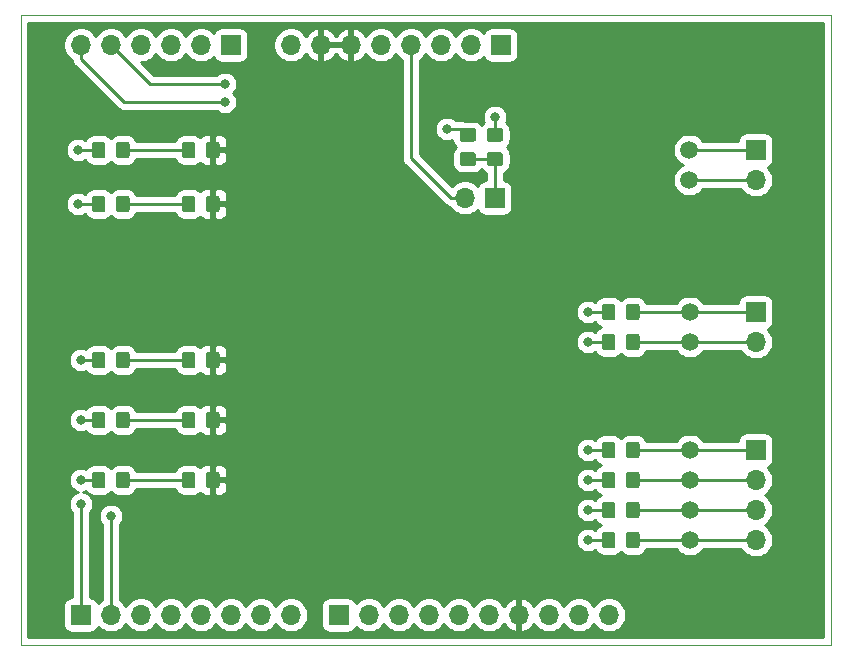
<source format=gtl>
G04 #@! TF.GenerationSoftware,KiCad,Pcbnew,(5.1.5)-2*
G04 #@! TF.CreationDate,2021-06-18T18:05:22+02:00*
G04 #@! TF.ProjectId,IMX_MULTIPROTOCOL,494d585f-4d55-44c5-9449-50524f544f43,rev?*
G04 #@! TF.SameCoordinates,Original*
G04 #@! TF.FileFunction,Copper,L1,Top*
G04 #@! TF.FilePolarity,Positive*
%FSLAX46Y46*%
G04 Gerber Fmt 4.6, Leading zero omitted, Abs format (unit mm)*
G04 Created by KiCad (PCBNEW (5.1.5)-2) date 2021-06-18 18:05:22*
%MOMM*%
%LPD*%
G04 APERTURE LIST*
%ADD10C,0.050000*%
%ADD11C,1.500000*%
%ADD12O,1.700000X1.700000*%
%ADD13R,1.700000X1.700000*%
%ADD14C,0.100000*%
%ADD15C,0.800000*%
%ADD16C,0.250000*%
%ADD17C,0.254000*%
G04 APERTURE END LIST*
D10*
X100000000Y-46700000D02*
X168600000Y-46700000D01*
X168600000Y-100000000D02*
X168600000Y-46700000D01*
X100000000Y-100000000D02*
X100000000Y-46700000D01*
X100000000Y-100000000D02*
X168600000Y-100000000D01*
D11*
X156600000Y-60630000D03*
X156600000Y-58090000D03*
X156662000Y-91110000D03*
X156662000Y-88570000D03*
X156662000Y-86030000D03*
X156662000Y-74346000D03*
X156662000Y-71806000D03*
X156662000Y-83490000D03*
D12*
X162250000Y-91110000D03*
X162250000Y-88570000D03*
X162250000Y-86030000D03*
D13*
X162250000Y-83490000D03*
D12*
X162250000Y-74346000D03*
D13*
X162250000Y-71806000D03*
G04 #@! TA.AperFunction,SMDPad,CuDef*
D14*
G36*
X138340505Y-56237204D02*
G01*
X138364773Y-56240804D01*
X138388572Y-56246765D01*
X138411671Y-56255030D01*
X138433850Y-56265520D01*
X138454893Y-56278132D01*
X138474599Y-56292747D01*
X138492777Y-56309223D01*
X138509253Y-56327401D01*
X138523868Y-56347107D01*
X138536480Y-56368150D01*
X138546970Y-56390329D01*
X138555235Y-56413428D01*
X138561196Y-56437227D01*
X138564796Y-56461495D01*
X138566000Y-56485999D01*
X138566000Y-57136001D01*
X138564796Y-57160505D01*
X138561196Y-57184773D01*
X138555235Y-57208572D01*
X138546970Y-57231671D01*
X138536480Y-57253850D01*
X138523868Y-57274893D01*
X138509253Y-57294599D01*
X138492777Y-57312777D01*
X138474599Y-57329253D01*
X138454893Y-57343868D01*
X138433850Y-57356480D01*
X138411671Y-57366970D01*
X138388572Y-57375235D01*
X138364773Y-57381196D01*
X138340505Y-57384796D01*
X138316001Y-57386000D01*
X137415999Y-57386000D01*
X137391495Y-57384796D01*
X137367227Y-57381196D01*
X137343428Y-57375235D01*
X137320329Y-57366970D01*
X137298150Y-57356480D01*
X137277107Y-57343868D01*
X137257401Y-57329253D01*
X137239223Y-57312777D01*
X137222747Y-57294599D01*
X137208132Y-57274893D01*
X137195520Y-57253850D01*
X137185030Y-57231671D01*
X137176765Y-57208572D01*
X137170804Y-57184773D01*
X137167204Y-57160505D01*
X137166000Y-57136001D01*
X137166000Y-56485999D01*
X137167204Y-56461495D01*
X137170804Y-56437227D01*
X137176765Y-56413428D01*
X137185030Y-56390329D01*
X137195520Y-56368150D01*
X137208132Y-56347107D01*
X137222747Y-56327401D01*
X137239223Y-56309223D01*
X137257401Y-56292747D01*
X137277107Y-56278132D01*
X137298150Y-56265520D01*
X137320329Y-56255030D01*
X137343428Y-56246765D01*
X137367227Y-56240804D01*
X137391495Y-56237204D01*
X137415999Y-56236000D01*
X138316001Y-56236000D01*
X138340505Y-56237204D01*
G37*
G04 #@! TD.AperFunction*
G04 #@! TA.AperFunction,SMDPad,CuDef*
G36*
X138340505Y-58287204D02*
G01*
X138364773Y-58290804D01*
X138388572Y-58296765D01*
X138411671Y-58305030D01*
X138433850Y-58315520D01*
X138454893Y-58328132D01*
X138474599Y-58342747D01*
X138492777Y-58359223D01*
X138509253Y-58377401D01*
X138523868Y-58397107D01*
X138536480Y-58418150D01*
X138546970Y-58440329D01*
X138555235Y-58463428D01*
X138561196Y-58487227D01*
X138564796Y-58511495D01*
X138566000Y-58535999D01*
X138566000Y-59186001D01*
X138564796Y-59210505D01*
X138561196Y-59234773D01*
X138555235Y-59258572D01*
X138546970Y-59281671D01*
X138536480Y-59303850D01*
X138523868Y-59324893D01*
X138509253Y-59344599D01*
X138492777Y-59362777D01*
X138474599Y-59379253D01*
X138454893Y-59393868D01*
X138433850Y-59406480D01*
X138411671Y-59416970D01*
X138388572Y-59425235D01*
X138364773Y-59431196D01*
X138340505Y-59434796D01*
X138316001Y-59436000D01*
X137415999Y-59436000D01*
X137391495Y-59434796D01*
X137367227Y-59431196D01*
X137343428Y-59425235D01*
X137320329Y-59416970D01*
X137298150Y-59406480D01*
X137277107Y-59393868D01*
X137257401Y-59379253D01*
X137239223Y-59362777D01*
X137222747Y-59344599D01*
X137208132Y-59324893D01*
X137195520Y-59303850D01*
X137185030Y-59281671D01*
X137176765Y-59258572D01*
X137170804Y-59234773D01*
X137167204Y-59210505D01*
X137166000Y-59186001D01*
X137166000Y-58535999D01*
X137167204Y-58511495D01*
X137170804Y-58487227D01*
X137176765Y-58463428D01*
X137185030Y-58440329D01*
X137195520Y-58418150D01*
X137208132Y-58397107D01*
X137222747Y-58377401D01*
X137239223Y-58359223D01*
X137257401Y-58342747D01*
X137277107Y-58328132D01*
X137298150Y-58315520D01*
X137320329Y-58305030D01*
X137343428Y-58296765D01*
X137367227Y-58290804D01*
X137391495Y-58287204D01*
X137415999Y-58286000D01*
X138316001Y-58286000D01*
X138340505Y-58287204D01*
G37*
G04 #@! TD.AperFunction*
G04 #@! TA.AperFunction,SMDPad,CuDef*
G36*
X140626505Y-56237204D02*
G01*
X140650773Y-56240804D01*
X140674572Y-56246765D01*
X140697671Y-56255030D01*
X140719850Y-56265520D01*
X140740893Y-56278132D01*
X140760599Y-56292747D01*
X140778777Y-56309223D01*
X140795253Y-56327401D01*
X140809868Y-56347107D01*
X140822480Y-56368150D01*
X140832970Y-56390329D01*
X140841235Y-56413428D01*
X140847196Y-56437227D01*
X140850796Y-56461495D01*
X140852000Y-56485999D01*
X140852000Y-57136001D01*
X140850796Y-57160505D01*
X140847196Y-57184773D01*
X140841235Y-57208572D01*
X140832970Y-57231671D01*
X140822480Y-57253850D01*
X140809868Y-57274893D01*
X140795253Y-57294599D01*
X140778777Y-57312777D01*
X140760599Y-57329253D01*
X140740893Y-57343868D01*
X140719850Y-57356480D01*
X140697671Y-57366970D01*
X140674572Y-57375235D01*
X140650773Y-57381196D01*
X140626505Y-57384796D01*
X140602001Y-57386000D01*
X139701999Y-57386000D01*
X139677495Y-57384796D01*
X139653227Y-57381196D01*
X139629428Y-57375235D01*
X139606329Y-57366970D01*
X139584150Y-57356480D01*
X139563107Y-57343868D01*
X139543401Y-57329253D01*
X139525223Y-57312777D01*
X139508747Y-57294599D01*
X139494132Y-57274893D01*
X139481520Y-57253850D01*
X139471030Y-57231671D01*
X139462765Y-57208572D01*
X139456804Y-57184773D01*
X139453204Y-57160505D01*
X139452000Y-57136001D01*
X139452000Y-56485999D01*
X139453204Y-56461495D01*
X139456804Y-56437227D01*
X139462765Y-56413428D01*
X139471030Y-56390329D01*
X139481520Y-56368150D01*
X139494132Y-56347107D01*
X139508747Y-56327401D01*
X139525223Y-56309223D01*
X139543401Y-56292747D01*
X139563107Y-56278132D01*
X139584150Y-56265520D01*
X139606329Y-56255030D01*
X139629428Y-56246765D01*
X139653227Y-56240804D01*
X139677495Y-56237204D01*
X139701999Y-56236000D01*
X140602001Y-56236000D01*
X140626505Y-56237204D01*
G37*
G04 #@! TD.AperFunction*
G04 #@! TA.AperFunction,SMDPad,CuDef*
G36*
X140626505Y-58287204D02*
G01*
X140650773Y-58290804D01*
X140674572Y-58296765D01*
X140697671Y-58305030D01*
X140719850Y-58315520D01*
X140740893Y-58328132D01*
X140760599Y-58342747D01*
X140778777Y-58359223D01*
X140795253Y-58377401D01*
X140809868Y-58397107D01*
X140822480Y-58418150D01*
X140832970Y-58440329D01*
X140841235Y-58463428D01*
X140847196Y-58487227D01*
X140850796Y-58511495D01*
X140852000Y-58535999D01*
X140852000Y-59186001D01*
X140850796Y-59210505D01*
X140847196Y-59234773D01*
X140841235Y-59258572D01*
X140832970Y-59281671D01*
X140822480Y-59303850D01*
X140809868Y-59324893D01*
X140795253Y-59344599D01*
X140778777Y-59362777D01*
X140760599Y-59379253D01*
X140740893Y-59393868D01*
X140719850Y-59406480D01*
X140697671Y-59416970D01*
X140674572Y-59425235D01*
X140650773Y-59431196D01*
X140626505Y-59434796D01*
X140602001Y-59436000D01*
X139701999Y-59436000D01*
X139677495Y-59434796D01*
X139653227Y-59431196D01*
X139629428Y-59425235D01*
X139606329Y-59416970D01*
X139584150Y-59406480D01*
X139563107Y-59393868D01*
X139543401Y-59379253D01*
X139525223Y-59362777D01*
X139508747Y-59344599D01*
X139494132Y-59324893D01*
X139481520Y-59303850D01*
X139471030Y-59281671D01*
X139462765Y-59258572D01*
X139456804Y-59234773D01*
X139453204Y-59210505D01*
X139452000Y-59186001D01*
X139452000Y-58535999D01*
X139453204Y-58511495D01*
X139456804Y-58487227D01*
X139462765Y-58463428D01*
X139471030Y-58440329D01*
X139481520Y-58418150D01*
X139494132Y-58397107D01*
X139508747Y-58377401D01*
X139525223Y-58359223D01*
X139543401Y-58342747D01*
X139563107Y-58328132D01*
X139584150Y-58315520D01*
X139606329Y-58305030D01*
X139629428Y-58296765D01*
X139653227Y-58290804D01*
X139677495Y-58287204D01*
X139701999Y-58286000D01*
X140602001Y-58286000D01*
X140626505Y-58287204D01*
G37*
G04 #@! TD.AperFunction*
G04 #@! TA.AperFunction,SMDPad,CuDef*
G36*
X150144505Y-90411204D02*
G01*
X150168773Y-90414804D01*
X150192572Y-90420765D01*
X150215671Y-90429030D01*
X150237850Y-90439520D01*
X150258893Y-90452132D01*
X150278599Y-90466747D01*
X150296777Y-90483223D01*
X150313253Y-90501401D01*
X150327868Y-90521107D01*
X150340480Y-90542150D01*
X150350970Y-90564329D01*
X150359235Y-90587428D01*
X150365196Y-90611227D01*
X150368796Y-90635495D01*
X150370000Y-90659999D01*
X150370000Y-91560001D01*
X150368796Y-91584505D01*
X150365196Y-91608773D01*
X150359235Y-91632572D01*
X150350970Y-91655671D01*
X150340480Y-91677850D01*
X150327868Y-91698893D01*
X150313253Y-91718599D01*
X150296777Y-91736777D01*
X150278599Y-91753253D01*
X150258893Y-91767868D01*
X150237850Y-91780480D01*
X150215671Y-91790970D01*
X150192572Y-91799235D01*
X150168773Y-91805196D01*
X150144505Y-91808796D01*
X150120001Y-91810000D01*
X149469999Y-91810000D01*
X149445495Y-91808796D01*
X149421227Y-91805196D01*
X149397428Y-91799235D01*
X149374329Y-91790970D01*
X149352150Y-91780480D01*
X149331107Y-91767868D01*
X149311401Y-91753253D01*
X149293223Y-91736777D01*
X149276747Y-91718599D01*
X149262132Y-91698893D01*
X149249520Y-91677850D01*
X149239030Y-91655671D01*
X149230765Y-91632572D01*
X149224804Y-91608773D01*
X149221204Y-91584505D01*
X149220000Y-91560001D01*
X149220000Y-90659999D01*
X149221204Y-90635495D01*
X149224804Y-90611227D01*
X149230765Y-90587428D01*
X149239030Y-90564329D01*
X149249520Y-90542150D01*
X149262132Y-90521107D01*
X149276747Y-90501401D01*
X149293223Y-90483223D01*
X149311401Y-90466747D01*
X149331107Y-90452132D01*
X149352150Y-90439520D01*
X149374329Y-90429030D01*
X149397428Y-90420765D01*
X149421227Y-90414804D01*
X149445495Y-90411204D01*
X149469999Y-90410000D01*
X150120001Y-90410000D01*
X150144505Y-90411204D01*
G37*
G04 #@! TD.AperFunction*
G04 #@! TA.AperFunction,SMDPad,CuDef*
G36*
X152194505Y-90411204D02*
G01*
X152218773Y-90414804D01*
X152242572Y-90420765D01*
X152265671Y-90429030D01*
X152287850Y-90439520D01*
X152308893Y-90452132D01*
X152328599Y-90466747D01*
X152346777Y-90483223D01*
X152363253Y-90501401D01*
X152377868Y-90521107D01*
X152390480Y-90542150D01*
X152400970Y-90564329D01*
X152409235Y-90587428D01*
X152415196Y-90611227D01*
X152418796Y-90635495D01*
X152420000Y-90659999D01*
X152420000Y-91560001D01*
X152418796Y-91584505D01*
X152415196Y-91608773D01*
X152409235Y-91632572D01*
X152400970Y-91655671D01*
X152390480Y-91677850D01*
X152377868Y-91698893D01*
X152363253Y-91718599D01*
X152346777Y-91736777D01*
X152328599Y-91753253D01*
X152308893Y-91767868D01*
X152287850Y-91780480D01*
X152265671Y-91790970D01*
X152242572Y-91799235D01*
X152218773Y-91805196D01*
X152194505Y-91808796D01*
X152170001Y-91810000D01*
X151519999Y-91810000D01*
X151495495Y-91808796D01*
X151471227Y-91805196D01*
X151447428Y-91799235D01*
X151424329Y-91790970D01*
X151402150Y-91780480D01*
X151381107Y-91767868D01*
X151361401Y-91753253D01*
X151343223Y-91736777D01*
X151326747Y-91718599D01*
X151312132Y-91698893D01*
X151299520Y-91677850D01*
X151289030Y-91655671D01*
X151280765Y-91632572D01*
X151274804Y-91608773D01*
X151271204Y-91584505D01*
X151270000Y-91560001D01*
X151270000Y-90659999D01*
X151271204Y-90635495D01*
X151274804Y-90611227D01*
X151280765Y-90587428D01*
X151289030Y-90564329D01*
X151299520Y-90542150D01*
X151312132Y-90521107D01*
X151326747Y-90501401D01*
X151343223Y-90483223D01*
X151361401Y-90466747D01*
X151381107Y-90452132D01*
X151402150Y-90439520D01*
X151424329Y-90429030D01*
X151447428Y-90420765D01*
X151471227Y-90414804D01*
X151495495Y-90411204D01*
X151519999Y-90410000D01*
X152170001Y-90410000D01*
X152194505Y-90411204D01*
G37*
G04 #@! TD.AperFunction*
G04 #@! TA.AperFunction,SMDPad,CuDef*
G36*
X150144505Y-87871204D02*
G01*
X150168773Y-87874804D01*
X150192572Y-87880765D01*
X150215671Y-87889030D01*
X150237850Y-87899520D01*
X150258893Y-87912132D01*
X150278599Y-87926747D01*
X150296777Y-87943223D01*
X150313253Y-87961401D01*
X150327868Y-87981107D01*
X150340480Y-88002150D01*
X150350970Y-88024329D01*
X150359235Y-88047428D01*
X150365196Y-88071227D01*
X150368796Y-88095495D01*
X150370000Y-88119999D01*
X150370000Y-89020001D01*
X150368796Y-89044505D01*
X150365196Y-89068773D01*
X150359235Y-89092572D01*
X150350970Y-89115671D01*
X150340480Y-89137850D01*
X150327868Y-89158893D01*
X150313253Y-89178599D01*
X150296777Y-89196777D01*
X150278599Y-89213253D01*
X150258893Y-89227868D01*
X150237850Y-89240480D01*
X150215671Y-89250970D01*
X150192572Y-89259235D01*
X150168773Y-89265196D01*
X150144505Y-89268796D01*
X150120001Y-89270000D01*
X149469999Y-89270000D01*
X149445495Y-89268796D01*
X149421227Y-89265196D01*
X149397428Y-89259235D01*
X149374329Y-89250970D01*
X149352150Y-89240480D01*
X149331107Y-89227868D01*
X149311401Y-89213253D01*
X149293223Y-89196777D01*
X149276747Y-89178599D01*
X149262132Y-89158893D01*
X149249520Y-89137850D01*
X149239030Y-89115671D01*
X149230765Y-89092572D01*
X149224804Y-89068773D01*
X149221204Y-89044505D01*
X149220000Y-89020001D01*
X149220000Y-88119999D01*
X149221204Y-88095495D01*
X149224804Y-88071227D01*
X149230765Y-88047428D01*
X149239030Y-88024329D01*
X149249520Y-88002150D01*
X149262132Y-87981107D01*
X149276747Y-87961401D01*
X149293223Y-87943223D01*
X149311401Y-87926747D01*
X149331107Y-87912132D01*
X149352150Y-87899520D01*
X149374329Y-87889030D01*
X149397428Y-87880765D01*
X149421227Y-87874804D01*
X149445495Y-87871204D01*
X149469999Y-87870000D01*
X150120001Y-87870000D01*
X150144505Y-87871204D01*
G37*
G04 #@! TD.AperFunction*
G04 #@! TA.AperFunction,SMDPad,CuDef*
G36*
X152194505Y-87871204D02*
G01*
X152218773Y-87874804D01*
X152242572Y-87880765D01*
X152265671Y-87889030D01*
X152287850Y-87899520D01*
X152308893Y-87912132D01*
X152328599Y-87926747D01*
X152346777Y-87943223D01*
X152363253Y-87961401D01*
X152377868Y-87981107D01*
X152390480Y-88002150D01*
X152400970Y-88024329D01*
X152409235Y-88047428D01*
X152415196Y-88071227D01*
X152418796Y-88095495D01*
X152420000Y-88119999D01*
X152420000Y-89020001D01*
X152418796Y-89044505D01*
X152415196Y-89068773D01*
X152409235Y-89092572D01*
X152400970Y-89115671D01*
X152390480Y-89137850D01*
X152377868Y-89158893D01*
X152363253Y-89178599D01*
X152346777Y-89196777D01*
X152328599Y-89213253D01*
X152308893Y-89227868D01*
X152287850Y-89240480D01*
X152265671Y-89250970D01*
X152242572Y-89259235D01*
X152218773Y-89265196D01*
X152194505Y-89268796D01*
X152170001Y-89270000D01*
X151519999Y-89270000D01*
X151495495Y-89268796D01*
X151471227Y-89265196D01*
X151447428Y-89259235D01*
X151424329Y-89250970D01*
X151402150Y-89240480D01*
X151381107Y-89227868D01*
X151361401Y-89213253D01*
X151343223Y-89196777D01*
X151326747Y-89178599D01*
X151312132Y-89158893D01*
X151299520Y-89137850D01*
X151289030Y-89115671D01*
X151280765Y-89092572D01*
X151274804Y-89068773D01*
X151271204Y-89044505D01*
X151270000Y-89020001D01*
X151270000Y-88119999D01*
X151271204Y-88095495D01*
X151274804Y-88071227D01*
X151280765Y-88047428D01*
X151289030Y-88024329D01*
X151299520Y-88002150D01*
X151312132Y-87981107D01*
X151326747Y-87961401D01*
X151343223Y-87943223D01*
X151361401Y-87926747D01*
X151381107Y-87912132D01*
X151402150Y-87899520D01*
X151424329Y-87889030D01*
X151447428Y-87880765D01*
X151471227Y-87874804D01*
X151495495Y-87871204D01*
X151519999Y-87870000D01*
X152170001Y-87870000D01*
X152194505Y-87871204D01*
G37*
G04 #@! TD.AperFunction*
G04 #@! TA.AperFunction,SMDPad,CuDef*
G36*
X150144505Y-85331204D02*
G01*
X150168773Y-85334804D01*
X150192572Y-85340765D01*
X150215671Y-85349030D01*
X150237850Y-85359520D01*
X150258893Y-85372132D01*
X150278599Y-85386747D01*
X150296777Y-85403223D01*
X150313253Y-85421401D01*
X150327868Y-85441107D01*
X150340480Y-85462150D01*
X150350970Y-85484329D01*
X150359235Y-85507428D01*
X150365196Y-85531227D01*
X150368796Y-85555495D01*
X150370000Y-85579999D01*
X150370000Y-86480001D01*
X150368796Y-86504505D01*
X150365196Y-86528773D01*
X150359235Y-86552572D01*
X150350970Y-86575671D01*
X150340480Y-86597850D01*
X150327868Y-86618893D01*
X150313253Y-86638599D01*
X150296777Y-86656777D01*
X150278599Y-86673253D01*
X150258893Y-86687868D01*
X150237850Y-86700480D01*
X150215671Y-86710970D01*
X150192572Y-86719235D01*
X150168773Y-86725196D01*
X150144505Y-86728796D01*
X150120001Y-86730000D01*
X149469999Y-86730000D01*
X149445495Y-86728796D01*
X149421227Y-86725196D01*
X149397428Y-86719235D01*
X149374329Y-86710970D01*
X149352150Y-86700480D01*
X149331107Y-86687868D01*
X149311401Y-86673253D01*
X149293223Y-86656777D01*
X149276747Y-86638599D01*
X149262132Y-86618893D01*
X149249520Y-86597850D01*
X149239030Y-86575671D01*
X149230765Y-86552572D01*
X149224804Y-86528773D01*
X149221204Y-86504505D01*
X149220000Y-86480001D01*
X149220000Y-85579999D01*
X149221204Y-85555495D01*
X149224804Y-85531227D01*
X149230765Y-85507428D01*
X149239030Y-85484329D01*
X149249520Y-85462150D01*
X149262132Y-85441107D01*
X149276747Y-85421401D01*
X149293223Y-85403223D01*
X149311401Y-85386747D01*
X149331107Y-85372132D01*
X149352150Y-85359520D01*
X149374329Y-85349030D01*
X149397428Y-85340765D01*
X149421227Y-85334804D01*
X149445495Y-85331204D01*
X149469999Y-85330000D01*
X150120001Y-85330000D01*
X150144505Y-85331204D01*
G37*
G04 #@! TD.AperFunction*
G04 #@! TA.AperFunction,SMDPad,CuDef*
G36*
X152194505Y-85331204D02*
G01*
X152218773Y-85334804D01*
X152242572Y-85340765D01*
X152265671Y-85349030D01*
X152287850Y-85359520D01*
X152308893Y-85372132D01*
X152328599Y-85386747D01*
X152346777Y-85403223D01*
X152363253Y-85421401D01*
X152377868Y-85441107D01*
X152390480Y-85462150D01*
X152400970Y-85484329D01*
X152409235Y-85507428D01*
X152415196Y-85531227D01*
X152418796Y-85555495D01*
X152420000Y-85579999D01*
X152420000Y-86480001D01*
X152418796Y-86504505D01*
X152415196Y-86528773D01*
X152409235Y-86552572D01*
X152400970Y-86575671D01*
X152390480Y-86597850D01*
X152377868Y-86618893D01*
X152363253Y-86638599D01*
X152346777Y-86656777D01*
X152328599Y-86673253D01*
X152308893Y-86687868D01*
X152287850Y-86700480D01*
X152265671Y-86710970D01*
X152242572Y-86719235D01*
X152218773Y-86725196D01*
X152194505Y-86728796D01*
X152170001Y-86730000D01*
X151519999Y-86730000D01*
X151495495Y-86728796D01*
X151471227Y-86725196D01*
X151447428Y-86719235D01*
X151424329Y-86710970D01*
X151402150Y-86700480D01*
X151381107Y-86687868D01*
X151361401Y-86673253D01*
X151343223Y-86656777D01*
X151326747Y-86638599D01*
X151312132Y-86618893D01*
X151299520Y-86597850D01*
X151289030Y-86575671D01*
X151280765Y-86552572D01*
X151274804Y-86528773D01*
X151271204Y-86504505D01*
X151270000Y-86480001D01*
X151270000Y-85579999D01*
X151271204Y-85555495D01*
X151274804Y-85531227D01*
X151280765Y-85507428D01*
X151289030Y-85484329D01*
X151299520Y-85462150D01*
X151312132Y-85441107D01*
X151326747Y-85421401D01*
X151343223Y-85403223D01*
X151361401Y-85386747D01*
X151381107Y-85372132D01*
X151402150Y-85359520D01*
X151424329Y-85349030D01*
X151447428Y-85340765D01*
X151471227Y-85334804D01*
X151495495Y-85331204D01*
X151519999Y-85330000D01*
X152170001Y-85330000D01*
X152194505Y-85331204D01*
G37*
G04 #@! TD.AperFunction*
G04 #@! TA.AperFunction,SMDPad,CuDef*
G36*
X150144505Y-82791204D02*
G01*
X150168773Y-82794804D01*
X150192572Y-82800765D01*
X150215671Y-82809030D01*
X150237850Y-82819520D01*
X150258893Y-82832132D01*
X150278599Y-82846747D01*
X150296777Y-82863223D01*
X150313253Y-82881401D01*
X150327868Y-82901107D01*
X150340480Y-82922150D01*
X150350970Y-82944329D01*
X150359235Y-82967428D01*
X150365196Y-82991227D01*
X150368796Y-83015495D01*
X150370000Y-83039999D01*
X150370000Y-83940001D01*
X150368796Y-83964505D01*
X150365196Y-83988773D01*
X150359235Y-84012572D01*
X150350970Y-84035671D01*
X150340480Y-84057850D01*
X150327868Y-84078893D01*
X150313253Y-84098599D01*
X150296777Y-84116777D01*
X150278599Y-84133253D01*
X150258893Y-84147868D01*
X150237850Y-84160480D01*
X150215671Y-84170970D01*
X150192572Y-84179235D01*
X150168773Y-84185196D01*
X150144505Y-84188796D01*
X150120001Y-84190000D01*
X149469999Y-84190000D01*
X149445495Y-84188796D01*
X149421227Y-84185196D01*
X149397428Y-84179235D01*
X149374329Y-84170970D01*
X149352150Y-84160480D01*
X149331107Y-84147868D01*
X149311401Y-84133253D01*
X149293223Y-84116777D01*
X149276747Y-84098599D01*
X149262132Y-84078893D01*
X149249520Y-84057850D01*
X149239030Y-84035671D01*
X149230765Y-84012572D01*
X149224804Y-83988773D01*
X149221204Y-83964505D01*
X149220000Y-83940001D01*
X149220000Y-83039999D01*
X149221204Y-83015495D01*
X149224804Y-82991227D01*
X149230765Y-82967428D01*
X149239030Y-82944329D01*
X149249520Y-82922150D01*
X149262132Y-82901107D01*
X149276747Y-82881401D01*
X149293223Y-82863223D01*
X149311401Y-82846747D01*
X149331107Y-82832132D01*
X149352150Y-82819520D01*
X149374329Y-82809030D01*
X149397428Y-82800765D01*
X149421227Y-82794804D01*
X149445495Y-82791204D01*
X149469999Y-82790000D01*
X150120001Y-82790000D01*
X150144505Y-82791204D01*
G37*
G04 #@! TD.AperFunction*
G04 #@! TA.AperFunction,SMDPad,CuDef*
G36*
X152194505Y-82791204D02*
G01*
X152218773Y-82794804D01*
X152242572Y-82800765D01*
X152265671Y-82809030D01*
X152287850Y-82819520D01*
X152308893Y-82832132D01*
X152328599Y-82846747D01*
X152346777Y-82863223D01*
X152363253Y-82881401D01*
X152377868Y-82901107D01*
X152390480Y-82922150D01*
X152400970Y-82944329D01*
X152409235Y-82967428D01*
X152415196Y-82991227D01*
X152418796Y-83015495D01*
X152420000Y-83039999D01*
X152420000Y-83940001D01*
X152418796Y-83964505D01*
X152415196Y-83988773D01*
X152409235Y-84012572D01*
X152400970Y-84035671D01*
X152390480Y-84057850D01*
X152377868Y-84078893D01*
X152363253Y-84098599D01*
X152346777Y-84116777D01*
X152328599Y-84133253D01*
X152308893Y-84147868D01*
X152287850Y-84160480D01*
X152265671Y-84170970D01*
X152242572Y-84179235D01*
X152218773Y-84185196D01*
X152194505Y-84188796D01*
X152170001Y-84190000D01*
X151519999Y-84190000D01*
X151495495Y-84188796D01*
X151471227Y-84185196D01*
X151447428Y-84179235D01*
X151424329Y-84170970D01*
X151402150Y-84160480D01*
X151381107Y-84147868D01*
X151361401Y-84133253D01*
X151343223Y-84116777D01*
X151326747Y-84098599D01*
X151312132Y-84078893D01*
X151299520Y-84057850D01*
X151289030Y-84035671D01*
X151280765Y-84012572D01*
X151274804Y-83988773D01*
X151271204Y-83964505D01*
X151270000Y-83940001D01*
X151270000Y-83039999D01*
X151271204Y-83015495D01*
X151274804Y-82991227D01*
X151280765Y-82967428D01*
X151289030Y-82944329D01*
X151299520Y-82922150D01*
X151312132Y-82901107D01*
X151326747Y-82881401D01*
X151343223Y-82863223D01*
X151361401Y-82846747D01*
X151381107Y-82832132D01*
X151402150Y-82819520D01*
X151424329Y-82809030D01*
X151447428Y-82800765D01*
X151471227Y-82794804D01*
X151495495Y-82791204D01*
X151519999Y-82790000D01*
X152170001Y-82790000D01*
X152194505Y-82791204D01*
G37*
G04 #@! TD.AperFunction*
D12*
X137612000Y-62154000D03*
D13*
X140152000Y-62154000D03*
D12*
X162250000Y-60630000D03*
D13*
X162250000Y-58090000D03*
G04 #@! TA.AperFunction,SMDPad,CuDef*
D14*
G36*
X150144505Y-73647204D02*
G01*
X150168773Y-73650804D01*
X150192572Y-73656765D01*
X150215671Y-73665030D01*
X150237850Y-73675520D01*
X150258893Y-73688132D01*
X150278599Y-73702747D01*
X150296777Y-73719223D01*
X150313253Y-73737401D01*
X150327868Y-73757107D01*
X150340480Y-73778150D01*
X150350970Y-73800329D01*
X150359235Y-73823428D01*
X150365196Y-73847227D01*
X150368796Y-73871495D01*
X150370000Y-73895999D01*
X150370000Y-74796001D01*
X150368796Y-74820505D01*
X150365196Y-74844773D01*
X150359235Y-74868572D01*
X150350970Y-74891671D01*
X150340480Y-74913850D01*
X150327868Y-74934893D01*
X150313253Y-74954599D01*
X150296777Y-74972777D01*
X150278599Y-74989253D01*
X150258893Y-75003868D01*
X150237850Y-75016480D01*
X150215671Y-75026970D01*
X150192572Y-75035235D01*
X150168773Y-75041196D01*
X150144505Y-75044796D01*
X150120001Y-75046000D01*
X149469999Y-75046000D01*
X149445495Y-75044796D01*
X149421227Y-75041196D01*
X149397428Y-75035235D01*
X149374329Y-75026970D01*
X149352150Y-75016480D01*
X149331107Y-75003868D01*
X149311401Y-74989253D01*
X149293223Y-74972777D01*
X149276747Y-74954599D01*
X149262132Y-74934893D01*
X149249520Y-74913850D01*
X149239030Y-74891671D01*
X149230765Y-74868572D01*
X149224804Y-74844773D01*
X149221204Y-74820505D01*
X149220000Y-74796001D01*
X149220000Y-73895999D01*
X149221204Y-73871495D01*
X149224804Y-73847227D01*
X149230765Y-73823428D01*
X149239030Y-73800329D01*
X149249520Y-73778150D01*
X149262132Y-73757107D01*
X149276747Y-73737401D01*
X149293223Y-73719223D01*
X149311401Y-73702747D01*
X149331107Y-73688132D01*
X149352150Y-73675520D01*
X149374329Y-73665030D01*
X149397428Y-73656765D01*
X149421227Y-73650804D01*
X149445495Y-73647204D01*
X149469999Y-73646000D01*
X150120001Y-73646000D01*
X150144505Y-73647204D01*
G37*
G04 #@! TD.AperFunction*
G04 #@! TA.AperFunction,SMDPad,CuDef*
G36*
X152194505Y-73647204D02*
G01*
X152218773Y-73650804D01*
X152242572Y-73656765D01*
X152265671Y-73665030D01*
X152287850Y-73675520D01*
X152308893Y-73688132D01*
X152328599Y-73702747D01*
X152346777Y-73719223D01*
X152363253Y-73737401D01*
X152377868Y-73757107D01*
X152390480Y-73778150D01*
X152400970Y-73800329D01*
X152409235Y-73823428D01*
X152415196Y-73847227D01*
X152418796Y-73871495D01*
X152420000Y-73895999D01*
X152420000Y-74796001D01*
X152418796Y-74820505D01*
X152415196Y-74844773D01*
X152409235Y-74868572D01*
X152400970Y-74891671D01*
X152390480Y-74913850D01*
X152377868Y-74934893D01*
X152363253Y-74954599D01*
X152346777Y-74972777D01*
X152328599Y-74989253D01*
X152308893Y-75003868D01*
X152287850Y-75016480D01*
X152265671Y-75026970D01*
X152242572Y-75035235D01*
X152218773Y-75041196D01*
X152194505Y-75044796D01*
X152170001Y-75046000D01*
X151519999Y-75046000D01*
X151495495Y-75044796D01*
X151471227Y-75041196D01*
X151447428Y-75035235D01*
X151424329Y-75026970D01*
X151402150Y-75016480D01*
X151381107Y-75003868D01*
X151361401Y-74989253D01*
X151343223Y-74972777D01*
X151326747Y-74954599D01*
X151312132Y-74934893D01*
X151299520Y-74913850D01*
X151289030Y-74891671D01*
X151280765Y-74868572D01*
X151274804Y-74844773D01*
X151271204Y-74820505D01*
X151270000Y-74796001D01*
X151270000Y-73895999D01*
X151271204Y-73871495D01*
X151274804Y-73847227D01*
X151280765Y-73823428D01*
X151289030Y-73800329D01*
X151299520Y-73778150D01*
X151312132Y-73757107D01*
X151326747Y-73737401D01*
X151343223Y-73719223D01*
X151361401Y-73702747D01*
X151381107Y-73688132D01*
X151402150Y-73675520D01*
X151424329Y-73665030D01*
X151447428Y-73656765D01*
X151471227Y-73650804D01*
X151495495Y-73647204D01*
X151519999Y-73646000D01*
X152170001Y-73646000D01*
X152194505Y-73647204D01*
G37*
G04 #@! TD.AperFunction*
G04 #@! TA.AperFunction,SMDPad,CuDef*
G36*
X150144505Y-71107204D02*
G01*
X150168773Y-71110804D01*
X150192572Y-71116765D01*
X150215671Y-71125030D01*
X150237850Y-71135520D01*
X150258893Y-71148132D01*
X150278599Y-71162747D01*
X150296777Y-71179223D01*
X150313253Y-71197401D01*
X150327868Y-71217107D01*
X150340480Y-71238150D01*
X150350970Y-71260329D01*
X150359235Y-71283428D01*
X150365196Y-71307227D01*
X150368796Y-71331495D01*
X150370000Y-71355999D01*
X150370000Y-72256001D01*
X150368796Y-72280505D01*
X150365196Y-72304773D01*
X150359235Y-72328572D01*
X150350970Y-72351671D01*
X150340480Y-72373850D01*
X150327868Y-72394893D01*
X150313253Y-72414599D01*
X150296777Y-72432777D01*
X150278599Y-72449253D01*
X150258893Y-72463868D01*
X150237850Y-72476480D01*
X150215671Y-72486970D01*
X150192572Y-72495235D01*
X150168773Y-72501196D01*
X150144505Y-72504796D01*
X150120001Y-72506000D01*
X149469999Y-72506000D01*
X149445495Y-72504796D01*
X149421227Y-72501196D01*
X149397428Y-72495235D01*
X149374329Y-72486970D01*
X149352150Y-72476480D01*
X149331107Y-72463868D01*
X149311401Y-72449253D01*
X149293223Y-72432777D01*
X149276747Y-72414599D01*
X149262132Y-72394893D01*
X149249520Y-72373850D01*
X149239030Y-72351671D01*
X149230765Y-72328572D01*
X149224804Y-72304773D01*
X149221204Y-72280505D01*
X149220000Y-72256001D01*
X149220000Y-71355999D01*
X149221204Y-71331495D01*
X149224804Y-71307227D01*
X149230765Y-71283428D01*
X149239030Y-71260329D01*
X149249520Y-71238150D01*
X149262132Y-71217107D01*
X149276747Y-71197401D01*
X149293223Y-71179223D01*
X149311401Y-71162747D01*
X149331107Y-71148132D01*
X149352150Y-71135520D01*
X149374329Y-71125030D01*
X149397428Y-71116765D01*
X149421227Y-71110804D01*
X149445495Y-71107204D01*
X149469999Y-71106000D01*
X150120001Y-71106000D01*
X150144505Y-71107204D01*
G37*
G04 #@! TD.AperFunction*
G04 #@! TA.AperFunction,SMDPad,CuDef*
G36*
X152194505Y-71107204D02*
G01*
X152218773Y-71110804D01*
X152242572Y-71116765D01*
X152265671Y-71125030D01*
X152287850Y-71135520D01*
X152308893Y-71148132D01*
X152328599Y-71162747D01*
X152346777Y-71179223D01*
X152363253Y-71197401D01*
X152377868Y-71217107D01*
X152390480Y-71238150D01*
X152400970Y-71260329D01*
X152409235Y-71283428D01*
X152415196Y-71307227D01*
X152418796Y-71331495D01*
X152420000Y-71355999D01*
X152420000Y-72256001D01*
X152418796Y-72280505D01*
X152415196Y-72304773D01*
X152409235Y-72328572D01*
X152400970Y-72351671D01*
X152390480Y-72373850D01*
X152377868Y-72394893D01*
X152363253Y-72414599D01*
X152346777Y-72432777D01*
X152328599Y-72449253D01*
X152308893Y-72463868D01*
X152287850Y-72476480D01*
X152265671Y-72486970D01*
X152242572Y-72495235D01*
X152218773Y-72501196D01*
X152194505Y-72504796D01*
X152170001Y-72506000D01*
X151519999Y-72506000D01*
X151495495Y-72504796D01*
X151471227Y-72501196D01*
X151447428Y-72495235D01*
X151424329Y-72486970D01*
X151402150Y-72476480D01*
X151381107Y-72463868D01*
X151361401Y-72449253D01*
X151343223Y-72432777D01*
X151326747Y-72414599D01*
X151312132Y-72394893D01*
X151299520Y-72373850D01*
X151289030Y-72351671D01*
X151280765Y-72328572D01*
X151274804Y-72304773D01*
X151271204Y-72280505D01*
X151270000Y-72256001D01*
X151270000Y-71355999D01*
X151271204Y-71331495D01*
X151274804Y-71307227D01*
X151280765Y-71283428D01*
X151289030Y-71260329D01*
X151299520Y-71238150D01*
X151312132Y-71217107D01*
X151326747Y-71197401D01*
X151343223Y-71179223D01*
X151361401Y-71162747D01*
X151381107Y-71148132D01*
X151402150Y-71135520D01*
X151424329Y-71125030D01*
X151447428Y-71116765D01*
X151471227Y-71110804D01*
X151495495Y-71107204D01*
X151519999Y-71106000D01*
X152170001Y-71106000D01*
X152194505Y-71107204D01*
G37*
G04 #@! TD.AperFunction*
G04 #@! TA.AperFunction,SMDPad,CuDef*
G36*
X114584505Y-57391204D02*
G01*
X114608773Y-57394804D01*
X114632572Y-57400765D01*
X114655671Y-57409030D01*
X114677850Y-57419520D01*
X114698893Y-57432132D01*
X114718599Y-57446747D01*
X114736777Y-57463223D01*
X114753253Y-57481401D01*
X114767868Y-57501107D01*
X114780480Y-57522150D01*
X114790970Y-57544329D01*
X114799235Y-57567428D01*
X114805196Y-57591227D01*
X114808796Y-57615495D01*
X114810000Y-57639999D01*
X114810000Y-58540001D01*
X114808796Y-58564505D01*
X114805196Y-58588773D01*
X114799235Y-58612572D01*
X114790970Y-58635671D01*
X114780480Y-58657850D01*
X114767868Y-58678893D01*
X114753253Y-58698599D01*
X114736777Y-58716777D01*
X114718599Y-58733253D01*
X114698893Y-58747868D01*
X114677850Y-58760480D01*
X114655671Y-58770970D01*
X114632572Y-58779235D01*
X114608773Y-58785196D01*
X114584505Y-58788796D01*
X114560001Y-58790000D01*
X113909999Y-58790000D01*
X113885495Y-58788796D01*
X113861227Y-58785196D01*
X113837428Y-58779235D01*
X113814329Y-58770970D01*
X113792150Y-58760480D01*
X113771107Y-58747868D01*
X113751401Y-58733253D01*
X113733223Y-58716777D01*
X113716747Y-58698599D01*
X113702132Y-58678893D01*
X113689520Y-58657850D01*
X113679030Y-58635671D01*
X113670765Y-58612572D01*
X113664804Y-58588773D01*
X113661204Y-58564505D01*
X113660000Y-58540001D01*
X113660000Y-57639999D01*
X113661204Y-57615495D01*
X113664804Y-57591227D01*
X113670765Y-57567428D01*
X113679030Y-57544329D01*
X113689520Y-57522150D01*
X113702132Y-57501107D01*
X113716747Y-57481401D01*
X113733223Y-57463223D01*
X113751401Y-57446747D01*
X113771107Y-57432132D01*
X113792150Y-57419520D01*
X113814329Y-57409030D01*
X113837428Y-57400765D01*
X113861227Y-57394804D01*
X113885495Y-57391204D01*
X113909999Y-57390000D01*
X114560001Y-57390000D01*
X114584505Y-57391204D01*
G37*
G04 #@! TD.AperFunction*
G04 #@! TA.AperFunction,SMDPad,CuDef*
G36*
X116634505Y-57391204D02*
G01*
X116658773Y-57394804D01*
X116682572Y-57400765D01*
X116705671Y-57409030D01*
X116727850Y-57419520D01*
X116748893Y-57432132D01*
X116768599Y-57446747D01*
X116786777Y-57463223D01*
X116803253Y-57481401D01*
X116817868Y-57501107D01*
X116830480Y-57522150D01*
X116840970Y-57544329D01*
X116849235Y-57567428D01*
X116855196Y-57591227D01*
X116858796Y-57615495D01*
X116860000Y-57639999D01*
X116860000Y-58540001D01*
X116858796Y-58564505D01*
X116855196Y-58588773D01*
X116849235Y-58612572D01*
X116840970Y-58635671D01*
X116830480Y-58657850D01*
X116817868Y-58678893D01*
X116803253Y-58698599D01*
X116786777Y-58716777D01*
X116768599Y-58733253D01*
X116748893Y-58747868D01*
X116727850Y-58760480D01*
X116705671Y-58770970D01*
X116682572Y-58779235D01*
X116658773Y-58785196D01*
X116634505Y-58788796D01*
X116610001Y-58790000D01*
X115959999Y-58790000D01*
X115935495Y-58788796D01*
X115911227Y-58785196D01*
X115887428Y-58779235D01*
X115864329Y-58770970D01*
X115842150Y-58760480D01*
X115821107Y-58747868D01*
X115801401Y-58733253D01*
X115783223Y-58716777D01*
X115766747Y-58698599D01*
X115752132Y-58678893D01*
X115739520Y-58657850D01*
X115729030Y-58635671D01*
X115720765Y-58612572D01*
X115714804Y-58588773D01*
X115711204Y-58564505D01*
X115710000Y-58540001D01*
X115710000Y-57639999D01*
X115711204Y-57615495D01*
X115714804Y-57591227D01*
X115720765Y-57567428D01*
X115729030Y-57544329D01*
X115739520Y-57522150D01*
X115752132Y-57501107D01*
X115766747Y-57481401D01*
X115783223Y-57463223D01*
X115801401Y-57446747D01*
X115821107Y-57432132D01*
X115842150Y-57419520D01*
X115864329Y-57409030D01*
X115887428Y-57400765D01*
X115911227Y-57394804D01*
X115935495Y-57391204D01*
X115959999Y-57390000D01*
X116610001Y-57390000D01*
X116634505Y-57391204D01*
G37*
G04 #@! TD.AperFunction*
G04 #@! TA.AperFunction,SMDPad,CuDef*
G36*
X114584505Y-61963204D02*
G01*
X114608773Y-61966804D01*
X114632572Y-61972765D01*
X114655671Y-61981030D01*
X114677850Y-61991520D01*
X114698893Y-62004132D01*
X114718599Y-62018747D01*
X114736777Y-62035223D01*
X114753253Y-62053401D01*
X114767868Y-62073107D01*
X114780480Y-62094150D01*
X114790970Y-62116329D01*
X114799235Y-62139428D01*
X114805196Y-62163227D01*
X114808796Y-62187495D01*
X114810000Y-62211999D01*
X114810000Y-63112001D01*
X114808796Y-63136505D01*
X114805196Y-63160773D01*
X114799235Y-63184572D01*
X114790970Y-63207671D01*
X114780480Y-63229850D01*
X114767868Y-63250893D01*
X114753253Y-63270599D01*
X114736777Y-63288777D01*
X114718599Y-63305253D01*
X114698893Y-63319868D01*
X114677850Y-63332480D01*
X114655671Y-63342970D01*
X114632572Y-63351235D01*
X114608773Y-63357196D01*
X114584505Y-63360796D01*
X114560001Y-63362000D01*
X113909999Y-63362000D01*
X113885495Y-63360796D01*
X113861227Y-63357196D01*
X113837428Y-63351235D01*
X113814329Y-63342970D01*
X113792150Y-63332480D01*
X113771107Y-63319868D01*
X113751401Y-63305253D01*
X113733223Y-63288777D01*
X113716747Y-63270599D01*
X113702132Y-63250893D01*
X113689520Y-63229850D01*
X113679030Y-63207671D01*
X113670765Y-63184572D01*
X113664804Y-63160773D01*
X113661204Y-63136505D01*
X113660000Y-63112001D01*
X113660000Y-62211999D01*
X113661204Y-62187495D01*
X113664804Y-62163227D01*
X113670765Y-62139428D01*
X113679030Y-62116329D01*
X113689520Y-62094150D01*
X113702132Y-62073107D01*
X113716747Y-62053401D01*
X113733223Y-62035223D01*
X113751401Y-62018747D01*
X113771107Y-62004132D01*
X113792150Y-61991520D01*
X113814329Y-61981030D01*
X113837428Y-61972765D01*
X113861227Y-61966804D01*
X113885495Y-61963204D01*
X113909999Y-61962000D01*
X114560001Y-61962000D01*
X114584505Y-61963204D01*
G37*
G04 #@! TD.AperFunction*
G04 #@! TA.AperFunction,SMDPad,CuDef*
G36*
X116634505Y-61963204D02*
G01*
X116658773Y-61966804D01*
X116682572Y-61972765D01*
X116705671Y-61981030D01*
X116727850Y-61991520D01*
X116748893Y-62004132D01*
X116768599Y-62018747D01*
X116786777Y-62035223D01*
X116803253Y-62053401D01*
X116817868Y-62073107D01*
X116830480Y-62094150D01*
X116840970Y-62116329D01*
X116849235Y-62139428D01*
X116855196Y-62163227D01*
X116858796Y-62187495D01*
X116860000Y-62211999D01*
X116860000Y-63112001D01*
X116858796Y-63136505D01*
X116855196Y-63160773D01*
X116849235Y-63184572D01*
X116840970Y-63207671D01*
X116830480Y-63229850D01*
X116817868Y-63250893D01*
X116803253Y-63270599D01*
X116786777Y-63288777D01*
X116768599Y-63305253D01*
X116748893Y-63319868D01*
X116727850Y-63332480D01*
X116705671Y-63342970D01*
X116682572Y-63351235D01*
X116658773Y-63357196D01*
X116634505Y-63360796D01*
X116610001Y-63362000D01*
X115959999Y-63362000D01*
X115935495Y-63360796D01*
X115911227Y-63357196D01*
X115887428Y-63351235D01*
X115864329Y-63342970D01*
X115842150Y-63332480D01*
X115821107Y-63319868D01*
X115801401Y-63305253D01*
X115783223Y-63288777D01*
X115766747Y-63270599D01*
X115752132Y-63250893D01*
X115739520Y-63229850D01*
X115729030Y-63207671D01*
X115720765Y-63184572D01*
X115714804Y-63160773D01*
X115711204Y-63136505D01*
X115710000Y-63112001D01*
X115710000Y-62211999D01*
X115711204Y-62187495D01*
X115714804Y-62163227D01*
X115720765Y-62139428D01*
X115729030Y-62116329D01*
X115739520Y-62094150D01*
X115752132Y-62073107D01*
X115766747Y-62053401D01*
X115783223Y-62035223D01*
X115801401Y-62018747D01*
X115821107Y-62004132D01*
X115842150Y-61991520D01*
X115864329Y-61981030D01*
X115887428Y-61972765D01*
X115911227Y-61966804D01*
X115935495Y-61963204D01*
X115959999Y-61962000D01*
X116610001Y-61962000D01*
X116634505Y-61963204D01*
G37*
G04 #@! TD.AperFunction*
G04 #@! TA.AperFunction,SMDPad,CuDef*
G36*
X114584505Y-75171204D02*
G01*
X114608773Y-75174804D01*
X114632572Y-75180765D01*
X114655671Y-75189030D01*
X114677850Y-75199520D01*
X114698893Y-75212132D01*
X114718599Y-75226747D01*
X114736777Y-75243223D01*
X114753253Y-75261401D01*
X114767868Y-75281107D01*
X114780480Y-75302150D01*
X114790970Y-75324329D01*
X114799235Y-75347428D01*
X114805196Y-75371227D01*
X114808796Y-75395495D01*
X114810000Y-75419999D01*
X114810000Y-76320001D01*
X114808796Y-76344505D01*
X114805196Y-76368773D01*
X114799235Y-76392572D01*
X114790970Y-76415671D01*
X114780480Y-76437850D01*
X114767868Y-76458893D01*
X114753253Y-76478599D01*
X114736777Y-76496777D01*
X114718599Y-76513253D01*
X114698893Y-76527868D01*
X114677850Y-76540480D01*
X114655671Y-76550970D01*
X114632572Y-76559235D01*
X114608773Y-76565196D01*
X114584505Y-76568796D01*
X114560001Y-76570000D01*
X113909999Y-76570000D01*
X113885495Y-76568796D01*
X113861227Y-76565196D01*
X113837428Y-76559235D01*
X113814329Y-76550970D01*
X113792150Y-76540480D01*
X113771107Y-76527868D01*
X113751401Y-76513253D01*
X113733223Y-76496777D01*
X113716747Y-76478599D01*
X113702132Y-76458893D01*
X113689520Y-76437850D01*
X113679030Y-76415671D01*
X113670765Y-76392572D01*
X113664804Y-76368773D01*
X113661204Y-76344505D01*
X113660000Y-76320001D01*
X113660000Y-75419999D01*
X113661204Y-75395495D01*
X113664804Y-75371227D01*
X113670765Y-75347428D01*
X113679030Y-75324329D01*
X113689520Y-75302150D01*
X113702132Y-75281107D01*
X113716747Y-75261401D01*
X113733223Y-75243223D01*
X113751401Y-75226747D01*
X113771107Y-75212132D01*
X113792150Y-75199520D01*
X113814329Y-75189030D01*
X113837428Y-75180765D01*
X113861227Y-75174804D01*
X113885495Y-75171204D01*
X113909999Y-75170000D01*
X114560001Y-75170000D01*
X114584505Y-75171204D01*
G37*
G04 #@! TD.AperFunction*
G04 #@! TA.AperFunction,SMDPad,CuDef*
G36*
X116634505Y-75171204D02*
G01*
X116658773Y-75174804D01*
X116682572Y-75180765D01*
X116705671Y-75189030D01*
X116727850Y-75199520D01*
X116748893Y-75212132D01*
X116768599Y-75226747D01*
X116786777Y-75243223D01*
X116803253Y-75261401D01*
X116817868Y-75281107D01*
X116830480Y-75302150D01*
X116840970Y-75324329D01*
X116849235Y-75347428D01*
X116855196Y-75371227D01*
X116858796Y-75395495D01*
X116860000Y-75419999D01*
X116860000Y-76320001D01*
X116858796Y-76344505D01*
X116855196Y-76368773D01*
X116849235Y-76392572D01*
X116840970Y-76415671D01*
X116830480Y-76437850D01*
X116817868Y-76458893D01*
X116803253Y-76478599D01*
X116786777Y-76496777D01*
X116768599Y-76513253D01*
X116748893Y-76527868D01*
X116727850Y-76540480D01*
X116705671Y-76550970D01*
X116682572Y-76559235D01*
X116658773Y-76565196D01*
X116634505Y-76568796D01*
X116610001Y-76570000D01*
X115959999Y-76570000D01*
X115935495Y-76568796D01*
X115911227Y-76565196D01*
X115887428Y-76559235D01*
X115864329Y-76550970D01*
X115842150Y-76540480D01*
X115821107Y-76527868D01*
X115801401Y-76513253D01*
X115783223Y-76496777D01*
X115766747Y-76478599D01*
X115752132Y-76458893D01*
X115739520Y-76437850D01*
X115729030Y-76415671D01*
X115720765Y-76392572D01*
X115714804Y-76368773D01*
X115711204Y-76344505D01*
X115710000Y-76320001D01*
X115710000Y-75419999D01*
X115711204Y-75395495D01*
X115714804Y-75371227D01*
X115720765Y-75347428D01*
X115729030Y-75324329D01*
X115739520Y-75302150D01*
X115752132Y-75281107D01*
X115766747Y-75261401D01*
X115783223Y-75243223D01*
X115801401Y-75226747D01*
X115821107Y-75212132D01*
X115842150Y-75199520D01*
X115864329Y-75189030D01*
X115887428Y-75180765D01*
X115911227Y-75174804D01*
X115935495Y-75171204D01*
X115959999Y-75170000D01*
X116610001Y-75170000D01*
X116634505Y-75171204D01*
G37*
G04 #@! TD.AperFunction*
G04 #@! TA.AperFunction,SMDPad,CuDef*
G36*
X114584505Y-85331204D02*
G01*
X114608773Y-85334804D01*
X114632572Y-85340765D01*
X114655671Y-85349030D01*
X114677850Y-85359520D01*
X114698893Y-85372132D01*
X114718599Y-85386747D01*
X114736777Y-85403223D01*
X114753253Y-85421401D01*
X114767868Y-85441107D01*
X114780480Y-85462150D01*
X114790970Y-85484329D01*
X114799235Y-85507428D01*
X114805196Y-85531227D01*
X114808796Y-85555495D01*
X114810000Y-85579999D01*
X114810000Y-86480001D01*
X114808796Y-86504505D01*
X114805196Y-86528773D01*
X114799235Y-86552572D01*
X114790970Y-86575671D01*
X114780480Y-86597850D01*
X114767868Y-86618893D01*
X114753253Y-86638599D01*
X114736777Y-86656777D01*
X114718599Y-86673253D01*
X114698893Y-86687868D01*
X114677850Y-86700480D01*
X114655671Y-86710970D01*
X114632572Y-86719235D01*
X114608773Y-86725196D01*
X114584505Y-86728796D01*
X114560001Y-86730000D01*
X113909999Y-86730000D01*
X113885495Y-86728796D01*
X113861227Y-86725196D01*
X113837428Y-86719235D01*
X113814329Y-86710970D01*
X113792150Y-86700480D01*
X113771107Y-86687868D01*
X113751401Y-86673253D01*
X113733223Y-86656777D01*
X113716747Y-86638599D01*
X113702132Y-86618893D01*
X113689520Y-86597850D01*
X113679030Y-86575671D01*
X113670765Y-86552572D01*
X113664804Y-86528773D01*
X113661204Y-86504505D01*
X113660000Y-86480001D01*
X113660000Y-85579999D01*
X113661204Y-85555495D01*
X113664804Y-85531227D01*
X113670765Y-85507428D01*
X113679030Y-85484329D01*
X113689520Y-85462150D01*
X113702132Y-85441107D01*
X113716747Y-85421401D01*
X113733223Y-85403223D01*
X113751401Y-85386747D01*
X113771107Y-85372132D01*
X113792150Y-85359520D01*
X113814329Y-85349030D01*
X113837428Y-85340765D01*
X113861227Y-85334804D01*
X113885495Y-85331204D01*
X113909999Y-85330000D01*
X114560001Y-85330000D01*
X114584505Y-85331204D01*
G37*
G04 #@! TD.AperFunction*
G04 #@! TA.AperFunction,SMDPad,CuDef*
G36*
X116634505Y-85331204D02*
G01*
X116658773Y-85334804D01*
X116682572Y-85340765D01*
X116705671Y-85349030D01*
X116727850Y-85359520D01*
X116748893Y-85372132D01*
X116768599Y-85386747D01*
X116786777Y-85403223D01*
X116803253Y-85421401D01*
X116817868Y-85441107D01*
X116830480Y-85462150D01*
X116840970Y-85484329D01*
X116849235Y-85507428D01*
X116855196Y-85531227D01*
X116858796Y-85555495D01*
X116860000Y-85579999D01*
X116860000Y-86480001D01*
X116858796Y-86504505D01*
X116855196Y-86528773D01*
X116849235Y-86552572D01*
X116840970Y-86575671D01*
X116830480Y-86597850D01*
X116817868Y-86618893D01*
X116803253Y-86638599D01*
X116786777Y-86656777D01*
X116768599Y-86673253D01*
X116748893Y-86687868D01*
X116727850Y-86700480D01*
X116705671Y-86710970D01*
X116682572Y-86719235D01*
X116658773Y-86725196D01*
X116634505Y-86728796D01*
X116610001Y-86730000D01*
X115959999Y-86730000D01*
X115935495Y-86728796D01*
X115911227Y-86725196D01*
X115887428Y-86719235D01*
X115864329Y-86710970D01*
X115842150Y-86700480D01*
X115821107Y-86687868D01*
X115801401Y-86673253D01*
X115783223Y-86656777D01*
X115766747Y-86638599D01*
X115752132Y-86618893D01*
X115739520Y-86597850D01*
X115729030Y-86575671D01*
X115720765Y-86552572D01*
X115714804Y-86528773D01*
X115711204Y-86504505D01*
X115710000Y-86480001D01*
X115710000Y-85579999D01*
X115711204Y-85555495D01*
X115714804Y-85531227D01*
X115720765Y-85507428D01*
X115729030Y-85484329D01*
X115739520Y-85462150D01*
X115752132Y-85441107D01*
X115766747Y-85421401D01*
X115783223Y-85403223D01*
X115801401Y-85386747D01*
X115821107Y-85372132D01*
X115842150Y-85359520D01*
X115864329Y-85349030D01*
X115887428Y-85340765D01*
X115911227Y-85334804D01*
X115935495Y-85331204D01*
X115959999Y-85330000D01*
X116610001Y-85330000D01*
X116634505Y-85331204D01*
G37*
G04 #@! TD.AperFunction*
G04 #@! TA.AperFunction,SMDPad,CuDef*
G36*
X114584505Y-80251204D02*
G01*
X114608773Y-80254804D01*
X114632572Y-80260765D01*
X114655671Y-80269030D01*
X114677850Y-80279520D01*
X114698893Y-80292132D01*
X114718599Y-80306747D01*
X114736777Y-80323223D01*
X114753253Y-80341401D01*
X114767868Y-80361107D01*
X114780480Y-80382150D01*
X114790970Y-80404329D01*
X114799235Y-80427428D01*
X114805196Y-80451227D01*
X114808796Y-80475495D01*
X114810000Y-80499999D01*
X114810000Y-81400001D01*
X114808796Y-81424505D01*
X114805196Y-81448773D01*
X114799235Y-81472572D01*
X114790970Y-81495671D01*
X114780480Y-81517850D01*
X114767868Y-81538893D01*
X114753253Y-81558599D01*
X114736777Y-81576777D01*
X114718599Y-81593253D01*
X114698893Y-81607868D01*
X114677850Y-81620480D01*
X114655671Y-81630970D01*
X114632572Y-81639235D01*
X114608773Y-81645196D01*
X114584505Y-81648796D01*
X114560001Y-81650000D01*
X113909999Y-81650000D01*
X113885495Y-81648796D01*
X113861227Y-81645196D01*
X113837428Y-81639235D01*
X113814329Y-81630970D01*
X113792150Y-81620480D01*
X113771107Y-81607868D01*
X113751401Y-81593253D01*
X113733223Y-81576777D01*
X113716747Y-81558599D01*
X113702132Y-81538893D01*
X113689520Y-81517850D01*
X113679030Y-81495671D01*
X113670765Y-81472572D01*
X113664804Y-81448773D01*
X113661204Y-81424505D01*
X113660000Y-81400001D01*
X113660000Y-80499999D01*
X113661204Y-80475495D01*
X113664804Y-80451227D01*
X113670765Y-80427428D01*
X113679030Y-80404329D01*
X113689520Y-80382150D01*
X113702132Y-80361107D01*
X113716747Y-80341401D01*
X113733223Y-80323223D01*
X113751401Y-80306747D01*
X113771107Y-80292132D01*
X113792150Y-80279520D01*
X113814329Y-80269030D01*
X113837428Y-80260765D01*
X113861227Y-80254804D01*
X113885495Y-80251204D01*
X113909999Y-80250000D01*
X114560001Y-80250000D01*
X114584505Y-80251204D01*
G37*
G04 #@! TD.AperFunction*
G04 #@! TA.AperFunction,SMDPad,CuDef*
G36*
X116634505Y-80251204D02*
G01*
X116658773Y-80254804D01*
X116682572Y-80260765D01*
X116705671Y-80269030D01*
X116727850Y-80279520D01*
X116748893Y-80292132D01*
X116768599Y-80306747D01*
X116786777Y-80323223D01*
X116803253Y-80341401D01*
X116817868Y-80361107D01*
X116830480Y-80382150D01*
X116840970Y-80404329D01*
X116849235Y-80427428D01*
X116855196Y-80451227D01*
X116858796Y-80475495D01*
X116860000Y-80499999D01*
X116860000Y-81400001D01*
X116858796Y-81424505D01*
X116855196Y-81448773D01*
X116849235Y-81472572D01*
X116840970Y-81495671D01*
X116830480Y-81517850D01*
X116817868Y-81538893D01*
X116803253Y-81558599D01*
X116786777Y-81576777D01*
X116768599Y-81593253D01*
X116748893Y-81607868D01*
X116727850Y-81620480D01*
X116705671Y-81630970D01*
X116682572Y-81639235D01*
X116658773Y-81645196D01*
X116634505Y-81648796D01*
X116610001Y-81650000D01*
X115959999Y-81650000D01*
X115935495Y-81648796D01*
X115911227Y-81645196D01*
X115887428Y-81639235D01*
X115864329Y-81630970D01*
X115842150Y-81620480D01*
X115821107Y-81607868D01*
X115801401Y-81593253D01*
X115783223Y-81576777D01*
X115766747Y-81558599D01*
X115752132Y-81538893D01*
X115739520Y-81517850D01*
X115729030Y-81495671D01*
X115720765Y-81472572D01*
X115714804Y-81448773D01*
X115711204Y-81424505D01*
X115710000Y-81400001D01*
X115710000Y-80499999D01*
X115711204Y-80475495D01*
X115714804Y-80451227D01*
X115720765Y-80427428D01*
X115729030Y-80404329D01*
X115739520Y-80382150D01*
X115752132Y-80361107D01*
X115766747Y-80341401D01*
X115783223Y-80323223D01*
X115801401Y-80306747D01*
X115821107Y-80292132D01*
X115842150Y-80279520D01*
X115864329Y-80269030D01*
X115887428Y-80260765D01*
X115911227Y-80254804D01*
X115935495Y-80251204D01*
X115959999Y-80250000D01*
X116610001Y-80250000D01*
X116634505Y-80251204D01*
G37*
G04 #@! TD.AperFunction*
D12*
X122880000Y-49200000D03*
X125420000Y-49200000D03*
X127960000Y-49200000D03*
X130500000Y-49200000D03*
X133040000Y-49200000D03*
X135580000Y-49200000D03*
X138120000Y-49200000D03*
D13*
X140660000Y-49200000D03*
D12*
X149804000Y-97460000D03*
X147264000Y-97460000D03*
X144724000Y-97460000D03*
X142184000Y-97460000D03*
X139644000Y-97460000D03*
X137104000Y-97460000D03*
X134564000Y-97460000D03*
X132024000Y-97460000D03*
X129484000Y-97460000D03*
D13*
X126944000Y-97460000D03*
D12*
X105100000Y-49200000D03*
X107640000Y-49200000D03*
X110180000Y-49200000D03*
X112720000Y-49200000D03*
X115260000Y-49200000D03*
D13*
X117800000Y-49200000D03*
D12*
X122880000Y-97460000D03*
X120340000Y-97460000D03*
X117800000Y-97460000D03*
X115260000Y-97460000D03*
X112720000Y-97460000D03*
X110180000Y-97460000D03*
X107640000Y-97460000D03*
D13*
X105100000Y-97460000D03*
G04 #@! TA.AperFunction,SMDPad,CuDef*
D14*
G36*
X106964505Y-57391204D02*
G01*
X106988773Y-57394804D01*
X107012572Y-57400765D01*
X107035671Y-57409030D01*
X107057850Y-57419520D01*
X107078893Y-57432132D01*
X107098599Y-57446747D01*
X107116777Y-57463223D01*
X107133253Y-57481401D01*
X107147868Y-57501107D01*
X107160480Y-57522150D01*
X107170970Y-57544329D01*
X107179235Y-57567428D01*
X107185196Y-57591227D01*
X107188796Y-57615495D01*
X107190000Y-57639999D01*
X107190000Y-58540001D01*
X107188796Y-58564505D01*
X107185196Y-58588773D01*
X107179235Y-58612572D01*
X107170970Y-58635671D01*
X107160480Y-58657850D01*
X107147868Y-58678893D01*
X107133253Y-58698599D01*
X107116777Y-58716777D01*
X107098599Y-58733253D01*
X107078893Y-58747868D01*
X107057850Y-58760480D01*
X107035671Y-58770970D01*
X107012572Y-58779235D01*
X106988773Y-58785196D01*
X106964505Y-58788796D01*
X106940001Y-58790000D01*
X106289999Y-58790000D01*
X106265495Y-58788796D01*
X106241227Y-58785196D01*
X106217428Y-58779235D01*
X106194329Y-58770970D01*
X106172150Y-58760480D01*
X106151107Y-58747868D01*
X106131401Y-58733253D01*
X106113223Y-58716777D01*
X106096747Y-58698599D01*
X106082132Y-58678893D01*
X106069520Y-58657850D01*
X106059030Y-58635671D01*
X106050765Y-58612572D01*
X106044804Y-58588773D01*
X106041204Y-58564505D01*
X106040000Y-58540001D01*
X106040000Y-57639999D01*
X106041204Y-57615495D01*
X106044804Y-57591227D01*
X106050765Y-57567428D01*
X106059030Y-57544329D01*
X106069520Y-57522150D01*
X106082132Y-57501107D01*
X106096747Y-57481401D01*
X106113223Y-57463223D01*
X106131401Y-57446747D01*
X106151107Y-57432132D01*
X106172150Y-57419520D01*
X106194329Y-57409030D01*
X106217428Y-57400765D01*
X106241227Y-57394804D01*
X106265495Y-57391204D01*
X106289999Y-57390000D01*
X106940001Y-57390000D01*
X106964505Y-57391204D01*
G37*
G04 #@! TD.AperFunction*
G04 #@! TA.AperFunction,SMDPad,CuDef*
G36*
X109014505Y-57391204D02*
G01*
X109038773Y-57394804D01*
X109062572Y-57400765D01*
X109085671Y-57409030D01*
X109107850Y-57419520D01*
X109128893Y-57432132D01*
X109148599Y-57446747D01*
X109166777Y-57463223D01*
X109183253Y-57481401D01*
X109197868Y-57501107D01*
X109210480Y-57522150D01*
X109220970Y-57544329D01*
X109229235Y-57567428D01*
X109235196Y-57591227D01*
X109238796Y-57615495D01*
X109240000Y-57639999D01*
X109240000Y-58540001D01*
X109238796Y-58564505D01*
X109235196Y-58588773D01*
X109229235Y-58612572D01*
X109220970Y-58635671D01*
X109210480Y-58657850D01*
X109197868Y-58678893D01*
X109183253Y-58698599D01*
X109166777Y-58716777D01*
X109148599Y-58733253D01*
X109128893Y-58747868D01*
X109107850Y-58760480D01*
X109085671Y-58770970D01*
X109062572Y-58779235D01*
X109038773Y-58785196D01*
X109014505Y-58788796D01*
X108990001Y-58790000D01*
X108339999Y-58790000D01*
X108315495Y-58788796D01*
X108291227Y-58785196D01*
X108267428Y-58779235D01*
X108244329Y-58770970D01*
X108222150Y-58760480D01*
X108201107Y-58747868D01*
X108181401Y-58733253D01*
X108163223Y-58716777D01*
X108146747Y-58698599D01*
X108132132Y-58678893D01*
X108119520Y-58657850D01*
X108109030Y-58635671D01*
X108100765Y-58612572D01*
X108094804Y-58588773D01*
X108091204Y-58564505D01*
X108090000Y-58540001D01*
X108090000Y-57639999D01*
X108091204Y-57615495D01*
X108094804Y-57591227D01*
X108100765Y-57567428D01*
X108109030Y-57544329D01*
X108119520Y-57522150D01*
X108132132Y-57501107D01*
X108146747Y-57481401D01*
X108163223Y-57463223D01*
X108181401Y-57446747D01*
X108201107Y-57432132D01*
X108222150Y-57419520D01*
X108244329Y-57409030D01*
X108267428Y-57400765D01*
X108291227Y-57394804D01*
X108315495Y-57391204D01*
X108339999Y-57390000D01*
X108990001Y-57390000D01*
X109014505Y-57391204D01*
G37*
G04 #@! TD.AperFunction*
G04 #@! TA.AperFunction,SMDPad,CuDef*
G36*
X106964505Y-61963204D02*
G01*
X106988773Y-61966804D01*
X107012572Y-61972765D01*
X107035671Y-61981030D01*
X107057850Y-61991520D01*
X107078893Y-62004132D01*
X107098599Y-62018747D01*
X107116777Y-62035223D01*
X107133253Y-62053401D01*
X107147868Y-62073107D01*
X107160480Y-62094150D01*
X107170970Y-62116329D01*
X107179235Y-62139428D01*
X107185196Y-62163227D01*
X107188796Y-62187495D01*
X107190000Y-62211999D01*
X107190000Y-63112001D01*
X107188796Y-63136505D01*
X107185196Y-63160773D01*
X107179235Y-63184572D01*
X107170970Y-63207671D01*
X107160480Y-63229850D01*
X107147868Y-63250893D01*
X107133253Y-63270599D01*
X107116777Y-63288777D01*
X107098599Y-63305253D01*
X107078893Y-63319868D01*
X107057850Y-63332480D01*
X107035671Y-63342970D01*
X107012572Y-63351235D01*
X106988773Y-63357196D01*
X106964505Y-63360796D01*
X106940001Y-63362000D01*
X106289999Y-63362000D01*
X106265495Y-63360796D01*
X106241227Y-63357196D01*
X106217428Y-63351235D01*
X106194329Y-63342970D01*
X106172150Y-63332480D01*
X106151107Y-63319868D01*
X106131401Y-63305253D01*
X106113223Y-63288777D01*
X106096747Y-63270599D01*
X106082132Y-63250893D01*
X106069520Y-63229850D01*
X106059030Y-63207671D01*
X106050765Y-63184572D01*
X106044804Y-63160773D01*
X106041204Y-63136505D01*
X106040000Y-63112001D01*
X106040000Y-62211999D01*
X106041204Y-62187495D01*
X106044804Y-62163227D01*
X106050765Y-62139428D01*
X106059030Y-62116329D01*
X106069520Y-62094150D01*
X106082132Y-62073107D01*
X106096747Y-62053401D01*
X106113223Y-62035223D01*
X106131401Y-62018747D01*
X106151107Y-62004132D01*
X106172150Y-61991520D01*
X106194329Y-61981030D01*
X106217428Y-61972765D01*
X106241227Y-61966804D01*
X106265495Y-61963204D01*
X106289999Y-61962000D01*
X106940001Y-61962000D01*
X106964505Y-61963204D01*
G37*
G04 #@! TD.AperFunction*
G04 #@! TA.AperFunction,SMDPad,CuDef*
G36*
X109014505Y-61963204D02*
G01*
X109038773Y-61966804D01*
X109062572Y-61972765D01*
X109085671Y-61981030D01*
X109107850Y-61991520D01*
X109128893Y-62004132D01*
X109148599Y-62018747D01*
X109166777Y-62035223D01*
X109183253Y-62053401D01*
X109197868Y-62073107D01*
X109210480Y-62094150D01*
X109220970Y-62116329D01*
X109229235Y-62139428D01*
X109235196Y-62163227D01*
X109238796Y-62187495D01*
X109240000Y-62211999D01*
X109240000Y-63112001D01*
X109238796Y-63136505D01*
X109235196Y-63160773D01*
X109229235Y-63184572D01*
X109220970Y-63207671D01*
X109210480Y-63229850D01*
X109197868Y-63250893D01*
X109183253Y-63270599D01*
X109166777Y-63288777D01*
X109148599Y-63305253D01*
X109128893Y-63319868D01*
X109107850Y-63332480D01*
X109085671Y-63342970D01*
X109062572Y-63351235D01*
X109038773Y-63357196D01*
X109014505Y-63360796D01*
X108990001Y-63362000D01*
X108339999Y-63362000D01*
X108315495Y-63360796D01*
X108291227Y-63357196D01*
X108267428Y-63351235D01*
X108244329Y-63342970D01*
X108222150Y-63332480D01*
X108201107Y-63319868D01*
X108181401Y-63305253D01*
X108163223Y-63288777D01*
X108146747Y-63270599D01*
X108132132Y-63250893D01*
X108119520Y-63229850D01*
X108109030Y-63207671D01*
X108100765Y-63184572D01*
X108094804Y-63160773D01*
X108091204Y-63136505D01*
X108090000Y-63112001D01*
X108090000Y-62211999D01*
X108091204Y-62187495D01*
X108094804Y-62163227D01*
X108100765Y-62139428D01*
X108109030Y-62116329D01*
X108119520Y-62094150D01*
X108132132Y-62073107D01*
X108146747Y-62053401D01*
X108163223Y-62035223D01*
X108181401Y-62018747D01*
X108201107Y-62004132D01*
X108222150Y-61991520D01*
X108244329Y-61981030D01*
X108267428Y-61972765D01*
X108291227Y-61966804D01*
X108315495Y-61963204D01*
X108339999Y-61962000D01*
X108990001Y-61962000D01*
X109014505Y-61963204D01*
G37*
G04 #@! TD.AperFunction*
G04 #@! TA.AperFunction,SMDPad,CuDef*
G36*
X106964505Y-75171204D02*
G01*
X106988773Y-75174804D01*
X107012572Y-75180765D01*
X107035671Y-75189030D01*
X107057850Y-75199520D01*
X107078893Y-75212132D01*
X107098599Y-75226747D01*
X107116777Y-75243223D01*
X107133253Y-75261401D01*
X107147868Y-75281107D01*
X107160480Y-75302150D01*
X107170970Y-75324329D01*
X107179235Y-75347428D01*
X107185196Y-75371227D01*
X107188796Y-75395495D01*
X107190000Y-75419999D01*
X107190000Y-76320001D01*
X107188796Y-76344505D01*
X107185196Y-76368773D01*
X107179235Y-76392572D01*
X107170970Y-76415671D01*
X107160480Y-76437850D01*
X107147868Y-76458893D01*
X107133253Y-76478599D01*
X107116777Y-76496777D01*
X107098599Y-76513253D01*
X107078893Y-76527868D01*
X107057850Y-76540480D01*
X107035671Y-76550970D01*
X107012572Y-76559235D01*
X106988773Y-76565196D01*
X106964505Y-76568796D01*
X106940001Y-76570000D01*
X106289999Y-76570000D01*
X106265495Y-76568796D01*
X106241227Y-76565196D01*
X106217428Y-76559235D01*
X106194329Y-76550970D01*
X106172150Y-76540480D01*
X106151107Y-76527868D01*
X106131401Y-76513253D01*
X106113223Y-76496777D01*
X106096747Y-76478599D01*
X106082132Y-76458893D01*
X106069520Y-76437850D01*
X106059030Y-76415671D01*
X106050765Y-76392572D01*
X106044804Y-76368773D01*
X106041204Y-76344505D01*
X106040000Y-76320001D01*
X106040000Y-75419999D01*
X106041204Y-75395495D01*
X106044804Y-75371227D01*
X106050765Y-75347428D01*
X106059030Y-75324329D01*
X106069520Y-75302150D01*
X106082132Y-75281107D01*
X106096747Y-75261401D01*
X106113223Y-75243223D01*
X106131401Y-75226747D01*
X106151107Y-75212132D01*
X106172150Y-75199520D01*
X106194329Y-75189030D01*
X106217428Y-75180765D01*
X106241227Y-75174804D01*
X106265495Y-75171204D01*
X106289999Y-75170000D01*
X106940001Y-75170000D01*
X106964505Y-75171204D01*
G37*
G04 #@! TD.AperFunction*
G04 #@! TA.AperFunction,SMDPad,CuDef*
G36*
X109014505Y-75171204D02*
G01*
X109038773Y-75174804D01*
X109062572Y-75180765D01*
X109085671Y-75189030D01*
X109107850Y-75199520D01*
X109128893Y-75212132D01*
X109148599Y-75226747D01*
X109166777Y-75243223D01*
X109183253Y-75261401D01*
X109197868Y-75281107D01*
X109210480Y-75302150D01*
X109220970Y-75324329D01*
X109229235Y-75347428D01*
X109235196Y-75371227D01*
X109238796Y-75395495D01*
X109240000Y-75419999D01*
X109240000Y-76320001D01*
X109238796Y-76344505D01*
X109235196Y-76368773D01*
X109229235Y-76392572D01*
X109220970Y-76415671D01*
X109210480Y-76437850D01*
X109197868Y-76458893D01*
X109183253Y-76478599D01*
X109166777Y-76496777D01*
X109148599Y-76513253D01*
X109128893Y-76527868D01*
X109107850Y-76540480D01*
X109085671Y-76550970D01*
X109062572Y-76559235D01*
X109038773Y-76565196D01*
X109014505Y-76568796D01*
X108990001Y-76570000D01*
X108339999Y-76570000D01*
X108315495Y-76568796D01*
X108291227Y-76565196D01*
X108267428Y-76559235D01*
X108244329Y-76550970D01*
X108222150Y-76540480D01*
X108201107Y-76527868D01*
X108181401Y-76513253D01*
X108163223Y-76496777D01*
X108146747Y-76478599D01*
X108132132Y-76458893D01*
X108119520Y-76437850D01*
X108109030Y-76415671D01*
X108100765Y-76392572D01*
X108094804Y-76368773D01*
X108091204Y-76344505D01*
X108090000Y-76320001D01*
X108090000Y-75419999D01*
X108091204Y-75395495D01*
X108094804Y-75371227D01*
X108100765Y-75347428D01*
X108109030Y-75324329D01*
X108119520Y-75302150D01*
X108132132Y-75281107D01*
X108146747Y-75261401D01*
X108163223Y-75243223D01*
X108181401Y-75226747D01*
X108201107Y-75212132D01*
X108222150Y-75199520D01*
X108244329Y-75189030D01*
X108267428Y-75180765D01*
X108291227Y-75174804D01*
X108315495Y-75171204D01*
X108339999Y-75170000D01*
X108990001Y-75170000D01*
X109014505Y-75171204D01*
G37*
G04 #@! TD.AperFunction*
G04 #@! TA.AperFunction,SMDPad,CuDef*
G36*
X106964505Y-85331204D02*
G01*
X106988773Y-85334804D01*
X107012572Y-85340765D01*
X107035671Y-85349030D01*
X107057850Y-85359520D01*
X107078893Y-85372132D01*
X107098599Y-85386747D01*
X107116777Y-85403223D01*
X107133253Y-85421401D01*
X107147868Y-85441107D01*
X107160480Y-85462150D01*
X107170970Y-85484329D01*
X107179235Y-85507428D01*
X107185196Y-85531227D01*
X107188796Y-85555495D01*
X107190000Y-85579999D01*
X107190000Y-86480001D01*
X107188796Y-86504505D01*
X107185196Y-86528773D01*
X107179235Y-86552572D01*
X107170970Y-86575671D01*
X107160480Y-86597850D01*
X107147868Y-86618893D01*
X107133253Y-86638599D01*
X107116777Y-86656777D01*
X107098599Y-86673253D01*
X107078893Y-86687868D01*
X107057850Y-86700480D01*
X107035671Y-86710970D01*
X107012572Y-86719235D01*
X106988773Y-86725196D01*
X106964505Y-86728796D01*
X106940001Y-86730000D01*
X106289999Y-86730000D01*
X106265495Y-86728796D01*
X106241227Y-86725196D01*
X106217428Y-86719235D01*
X106194329Y-86710970D01*
X106172150Y-86700480D01*
X106151107Y-86687868D01*
X106131401Y-86673253D01*
X106113223Y-86656777D01*
X106096747Y-86638599D01*
X106082132Y-86618893D01*
X106069520Y-86597850D01*
X106059030Y-86575671D01*
X106050765Y-86552572D01*
X106044804Y-86528773D01*
X106041204Y-86504505D01*
X106040000Y-86480001D01*
X106040000Y-85579999D01*
X106041204Y-85555495D01*
X106044804Y-85531227D01*
X106050765Y-85507428D01*
X106059030Y-85484329D01*
X106069520Y-85462150D01*
X106082132Y-85441107D01*
X106096747Y-85421401D01*
X106113223Y-85403223D01*
X106131401Y-85386747D01*
X106151107Y-85372132D01*
X106172150Y-85359520D01*
X106194329Y-85349030D01*
X106217428Y-85340765D01*
X106241227Y-85334804D01*
X106265495Y-85331204D01*
X106289999Y-85330000D01*
X106940001Y-85330000D01*
X106964505Y-85331204D01*
G37*
G04 #@! TD.AperFunction*
G04 #@! TA.AperFunction,SMDPad,CuDef*
G36*
X109014505Y-85331204D02*
G01*
X109038773Y-85334804D01*
X109062572Y-85340765D01*
X109085671Y-85349030D01*
X109107850Y-85359520D01*
X109128893Y-85372132D01*
X109148599Y-85386747D01*
X109166777Y-85403223D01*
X109183253Y-85421401D01*
X109197868Y-85441107D01*
X109210480Y-85462150D01*
X109220970Y-85484329D01*
X109229235Y-85507428D01*
X109235196Y-85531227D01*
X109238796Y-85555495D01*
X109240000Y-85579999D01*
X109240000Y-86480001D01*
X109238796Y-86504505D01*
X109235196Y-86528773D01*
X109229235Y-86552572D01*
X109220970Y-86575671D01*
X109210480Y-86597850D01*
X109197868Y-86618893D01*
X109183253Y-86638599D01*
X109166777Y-86656777D01*
X109148599Y-86673253D01*
X109128893Y-86687868D01*
X109107850Y-86700480D01*
X109085671Y-86710970D01*
X109062572Y-86719235D01*
X109038773Y-86725196D01*
X109014505Y-86728796D01*
X108990001Y-86730000D01*
X108339999Y-86730000D01*
X108315495Y-86728796D01*
X108291227Y-86725196D01*
X108267428Y-86719235D01*
X108244329Y-86710970D01*
X108222150Y-86700480D01*
X108201107Y-86687868D01*
X108181401Y-86673253D01*
X108163223Y-86656777D01*
X108146747Y-86638599D01*
X108132132Y-86618893D01*
X108119520Y-86597850D01*
X108109030Y-86575671D01*
X108100765Y-86552572D01*
X108094804Y-86528773D01*
X108091204Y-86504505D01*
X108090000Y-86480001D01*
X108090000Y-85579999D01*
X108091204Y-85555495D01*
X108094804Y-85531227D01*
X108100765Y-85507428D01*
X108109030Y-85484329D01*
X108119520Y-85462150D01*
X108132132Y-85441107D01*
X108146747Y-85421401D01*
X108163223Y-85403223D01*
X108181401Y-85386747D01*
X108201107Y-85372132D01*
X108222150Y-85359520D01*
X108244329Y-85349030D01*
X108267428Y-85340765D01*
X108291227Y-85334804D01*
X108315495Y-85331204D01*
X108339999Y-85330000D01*
X108990001Y-85330000D01*
X109014505Y-85331204D01*
G37*
G04 #@! TD.AperFunction*
G04 #@! TA.AperFunction,SMDPad,CuDef*
G36*
X106964505Y-80251204D02*
G01*
X106988773Y-80254804D01*
X107012572Y-80260765D01*
X107035671Y-80269030D01*
X107057850Y-80279520D01*
X107078893Y-80292132D01*
X107098599Y-80306747D01*
X107116777Y-80323223D01*
X107133253Y-80341401D01*
X107147868Y-80361107D01*
X107160480Y-80382150D01*
X107170970Y-80404329D01*
X107179235Y-80427428D01*
X107185196Y-80451227D01*
X107188796Y-80475495D01*
X107190000Y-80499999D01*
X107190000Y-81400001D01*
X107188796Y-81424505D01*
X107185196Y-81448773D01*
X107179235Y-81472572D01*
X107170970Y-81495671D01*
X107160480Y-81517850D01*
X107147868Y-81538893D01*
X107133253Y-81558599D01*
X107116777Y-81576777D01*
X107098599Y-81593253D01*
X107078893Y-81607868D01*
X107057850Y-81620480D01*
X107035671Y-81630970D01*
X107012572Y-81639235D01*
X106988773Y-81645196D01*
X106964505Y-81648796D01*
X106940001Y-81650000D01*
X106289999Y-81650000D01*
X106265495Y-81648796D01*
X106241227Y-81645196D01*
X106217428Y-81639235D01*
X106194329Y-81630970D01*
X106172150Y-81620480D01*
X106151107Y-81607868D01*
X106131401Y-81593253D01*
X106113223Y-81576777D01*
X106096747Y-81558599D01*
X106082132Y-81538893D01*
X106069520Y-81517850D01*
X106059030Y-81495671D01*
X106050765Y-81472572D01*
X106044804Y-81448773D01*
X106041204Y-81424505D01*
X106040000Y-81400001D01*
X106040000Y-80499999D01*
X106041204Y-80475495D01*
X106044804Y-80451227D01*
X106050765Y-80427428D01*
X106059030Y-80404329D01*
X106069520Y-80382150D01*
X106082132Y-80361107D01*
X106096747Y-80341401D01*
X106113223Y-80323223D01*
X106131401Y-80306747D01*
X106151107Y-80292132D01*
X106172150Y-80279520D01*
X106194329Y-80269030D01*
X106217428Y-80260765D01*
X106241227Y-80254804D01*
X106265495Y-80251204D01*
X106289999Y-80250000D01*
X106940001Y-80250000D01*
X106964505Y-80251204D01*
G37*
G04 #@! TD.AperFunction*
G04 #@! TA.AperFunction,SMDPad,CuDef*
G36*
X109014505Y-80251204D02*
G01*
X109038773Y-80254804D01*
X109062572Y-80260765D01*
X109085671Y-80269030D01*
X109107850Y-80279520D01*
X109128893Y-80292132D01*
X109148599Y-80306747D01*
X109166777Y-80323223D01*
X109183253Y-80341401D01*
X109197868Y-80361107D01*
X109210480Y-80382150D01*
X109220970Y-80404329D01*
X109229235Y-80427428D01*
X109235196Y-80451227D01*
X109238796Y-80475495D01*
X109240000Y-80499999D01*
X109240000Y-81400001D01*
X109238796Y-81424505D01*
X109235196Y-81448773D01*
X109229235Y-81472572D01*
X109220970Y-81495671D01*
X109210480Y-81517850D01*
X109197868Y-81538893D01*
X109183253Y-81558599D01*
X109166777Y-81576777D01*
X109148599Y-81593253D01*
X109128893Y-81607868D01*
X109107850Y-81620480D01*
X109085671Y-81630970D01*
X109062572Y-81639235D01*
X109038773Y-81645196D01*
X109014505Y-81648796D01*
X108990001Y-81650000D01*
X108339999Y-81650000D01*
X108315495Y-81648796D01*
X108291227Y-81645196D01*
X108267428Y-81639235D01*
X108244329Y-81630970D01*
X108222150Y-81620480D01*
X108201107Y-81607868D01*
X108181401Y-81593253D01*
X108163223Y-81576777D01*
X108146747Y-81558599D01*
X108132132Y-81538893D01*
X108119520Y-81517850D01*
X108109030Y-81495671D01*
X108100765Y-81472572D01*
X108094804Y-81448773D01*
X108091204Y-81424505D01*
X108090000Y-81400001D01*
X108090000Y-80499999D01*
X108091204Y-80475495D01*
X108094804Y-80451227D01*
X108100765Y-80427428D01*
X108109030Y-80404329D01*
X108119520Y-80382150D01*
X108132132Y-80361107D01*
X108146747Y-80341401D01*
X108163223Y-80323223D01*
X108181401Y-80306747D01*
X108201107Y-80292132D01*
X108222150Y-80279520D01*
X108244329Y-80269030D01*
X108267428Y-80260765D01*
X108291227Y-80254804D01*
X108315495Y-80251204D01*
X108339999Y-80250000D01*
X108990001Y-80250000D01*
X109014505Y-80251204D01*
G37*
G04 #@! TD.AperFunction*
D15*
X105100000Y-80950000D03*
X105100000Y-86030000D03*
X105100000Y-75870000D03*
X104846000Y-62662000D03*
X104846000Y-58090000D03*
X107640000Y-89078000D03*
X148026000Y-74346000D03*
X105100000Y-88062000D03*
X148026000Y-71806000D03*
X136088000Y-56312000D03*
X117292000Y-54026000D03*
X140152000Y-55296000D03*
X117292000Y-52502000D03*
X163600000Y-50000000D03*
X158600000Y-50000000D03*
X153600000Y-50000000D03*
X148600000Y-50000000D03*
X153600000Y-55000000D03*
X158600000Y-55000000D03*
X163600000Y-55000000D03*
X163600000Y-65000000D03*
X158600000Y-65000000D03*
X153600000Y-65000000D03*
X148600000Y-65000000D03*
X148600000Y-70000000D03*
X143600000Y-70000000D03*
X138600000Y-70000000D03*
X138600000Y-65000000D03*
X133600000Y-65000000D03*
X128600000Y-65000000D03*
X128600000Y-60000000D03*
X123600000Y-60000000D03*
X123600000Y-65000000D03*
X123600000Y-70000000D03*
X128600000Y-70000000D03*
X133600000Y-70000000D03*
X133600000Y-75000000D03*
X128600000Y-75000000D03*
X123600000Y-75000000D03*
X138600000Y-75000000D03*
X143600000Y-80000000D03*
X138600000Y-80000000D03*
X133600000Y-80000000D03*
X128600000Y-80000000D03*
X123600000Y-80000000D03*
X123600000Y-85000000D03*
X128600000Y-85000000D03*
X133600000Y-85000000D03*
X143600000Y-85000000D03*
X148600000Y-80000000D03*
X153600000Y-80000000D03*
X158600000Y-80000000D03*
X163600000Y-80000000D03*
X163600000Y-95000000D03*
X158600000Y-95000000D03*
X153600000Y-95000000D03*
X148600000Y-95000000D03*
X143600000Y-95000000D03*
X128600000Y-95000000D03*
X123600000Y-95000000D03*
X118600000Y-95000000D03*
X113600000Y-95000000D03*
X128600000Y-90000000D03*
X118600000Y-70000000D03*
X118600000Y-65000000D03*
X113600000Y-65000000D03*
X108600000Y-65000000D03*
X103600000Y-65000000D03*
X103600000Y-70000000D03*
X108600000Y-70000000D03*
X113600000Y-70000000D03*
X103600000Y-95000000D03*
X148026000Y-91110000D03*
X148026000Y-88570000D03*
X148026000Y-86030000D03*
X148026000Y-83490000D03*
D16*
X105100000Y-80950000D02*
X106615000Y-80950000D01*
X109240000Y-80950000D02*
X114235000Y-80950000D01*
X108665000Y-80950000D02*
X109240000Y-80950000D01*
X105100000Y-86030000D02*
X106615000Y-86030000D01*
X108665000Y-86030000D02*
X114235000Y-86030000D01*
X105100000Y-75870000D02*
X106615000Y-75870000D01*
X108665000Y-75870000D02*
X114235000Y-75870000D01*
X104846000Y-62662000D02*
X106615000Y-62662000D01*
X114235000Y-62662000D02*
X108665000Y-62662000D01*
X104846000Y-58090000D02*
X106615000Y-58090000D01*
X108665000Y-58090000D02*
X114235000Y-58090000D01*
X148026000Y-74346000D02*
X149795000Y-74346000D01*
X107640000Y-97460000D02*
X107640000Y-89078000D01*
X148026000Y-71806000D02*
X149795000Y-71806000D01*
X105100000Y-88062000D02*
X105100000Y-97460000D01*
X116726315Y-54026000D02*
X117292000Y-54026000D01*
X105100000Y-49200000D02*
X105100000Y-50402081D01*
X108723919Y-54026000D02*
X116726315Y-54026000D01*
X105100000Y-50402081D02*
X108723919Y-54026000D01*
X137367000Y-56312000D02*
X137866000Y-56811000D01*
X136088000Y-56312000D02*
X137367000Y-56312000D01*
X162250000Y-60630000D02*
X156600000Y-60630000D01*
X110942000Y-52502000D02*
X117292000Y-52502000D01*
X107640000Y-49200000D02*
X110942000Y-52502000D01*
X140152000Y-55296000D02*
X140152000Y-56811000D01*
X161150000Y-58090000D02*
X156600000Y-58090000D01*
X162250000Y-58090000D02*
X161150000Y-58090000D01*
X133040000Y-50402081D02*
X133040000Y-49200000D01*
X133040000Y-58784081D02*
X133040000Y-50402081D01*
X137612000Y-62154000D02*
X136409919Y-62154000D01*
X136409919Y-62154000D02*
X133040000Y-58784081D01*
X149795000Y-91110000D02*
X148026000Y-91110000D01*
X149795000Y-88570000D02*
X148026000Y-88570000D01*
X149795000Y-86030000D02*
X148026000Y-86030000D01*
X148026000Y-83490000D02*
X149795000Y-83490000D01*
X151845000Y-71806000D02*
X156662000Y-71806000D01*
X156662000Y-71806000D02*
X162250000Y-71806000D01*
X151845000Y-74346000D02*
X156662000Y-74346000D01*
X162250000Y-74346000D02*
X156662000Y-74346000D01*
X140152000Y-58861000D02*
X140152000Y-62154000D01*
X140152000Y-58861000D02*
X137866000Y-58861000D01*
X156662000Y-83490000D02*
X151845000Y-83490000D01*
X156662000Y-83490000D02*
X162250000Y-83490000D01*
X152420000Y-86030000D02*
X156662000Y-86030000D01*
X151845000Y-86030000D02*
X152420000Y-86030000D01*
X162250000Y-86030000D02*
X156662000Y-86030000D01*
X151845000Y-88570000D02*
X156662000Y-88570000D01*
X162250000Y-88570000D02*
X156662000Y-88570000D01*
X151845000Y-91110000D02*
X156662000Y-91110000D01*
X162250000Y-91110000D02*
X156662000Y-91110000D01*
D17*
G36*
X167940000Y-99340000D02*
G01*
X100660000Y-99340000D01*
X100660000Y-96610000D01*
X103611928Y-96610000D01*
X103611928Y-98310000D01*
X103624188Y-98434482D01*
X103660498Y-98554180D01*
X103719463Y-98664494D01*
X103798815Y-98761185D01*
X103895506Y-98840537D01*
X104005820Y-98899502D01*
X104125518Y-98935812D01*
X104250000Y-98948072D01*
X105950000Y-98948072D01*
X106074482Y-98935812D01*
X106194180Y-98899502D01*
X106304494Y-98840537D01*
X106401185Y-98761185D01*
X106480537Y-98664494D01*
X106539502Y-98554180D01*
X106561513Y-98481620D01*
X106693368Y-98613475D01*
X106936589Y-98775990D01*
X107206842Y-98887932D01*
X107493740Y-98945000D01*
X107786260Y-98945000D01*
X108073158Y-98887932D01*
X108343411Y-98775990D01*
X108586632Y-98613475D01*
X108793475Y-98406632D01*
X108910000Y-98232240D01*
X109026525Y-98406632D01*
X109233368Y-98613475D01*
X109476589Y-98775990D01*
X109746842Y-98887932D01*
X110033740Y-98945000D01*
X110326260Y-98945000D01*
X110613158Y-98887932D01*
X110883411Y-98775990D01*
X111126632Y-98613475D01*
X111333475Y-98406632D01*
X111450000Y-98232240D01*
X111566525Y-98406632D01*
X111773368Y-98613475D01*
X112016589Y-98775990D01*
X112286842Y-98887932D01*
X112573740Y-98945000D01*
X112866260Y-98945000D01*
X113153158Y-98887932D01*
X113423411Y-98775990D01*
X113666632Y-98613475D01*
X113873475Y-98406632D01*
X113990000Y-98232240D01*
X114106525Y-98406632D01*
X114313368Y-98613475D01*
X114556589Y-98775990D01*
X114826842Y-98887932D01*
X115113740Y-98945000D01*
X115406260Y-98945000D01*
X115693158Y-98887932D01*
X115963411Y-98775990D01*
X116206632Y-98613475D01*
X116413475Y-98406632D01*
X116530000Y-98232240D01*
X116646525Y-98406632D01*
X116853368Y-98613475D01*
X117096589Y-98775990D01*
X117366842Y-98887932D01*
X117653740Y-98945000D01*
X117946260Y-98945000D01*
X118233158Y-98887932D01*
X118503411Y-98775990D01*
X118746632Y-98613475D01*
X118953475Y-98406632D01*
X119070000Y-98232240D01*
X119186525Y-98406632D01*
X119393368Y-98613475D01*
X119636589Y-98775990D01*
X119906842Y-98887932D01*
X120193740Y-98945000D01*
X120486260Y-98945000D01*
X120773158Y-98887932D01*
X121043411Y-98775990D01*
X121286632Y-98613475D01*
X121493475Y-98406632D01*
X121610000Y-98232240D01*
X121726525Y-98406632D01*
X121933368Y-98613475D01*
X122176589Y-98775990D01*
X122446842Y-98887932D01*
X122733740Y-98945000D01*
X123026260Y-98945000D01*
X123313158Y-98887932D01*
X123583411Y-98775990D01*
X123826632Y-98613475D01*
X124033475Y-98406632D01*
X124195990Y-98163411D01*
X124307932Y-97893158D01*
X124365000Y-97606260D01*
X124365000Y-97313740D01*
X124307932Y-97026842D01*
X124195990Y-96756589D01*
X124098043Y-96610000D01*
X125455928Y-96610000D01*
X125455928Y-98310000D01*
X125468188Y-98434482D01*
X125504498Y-98554180D01*
X125563463Y-98664494D01*
X125642815Y-98761185D01*
X125739506Y-98840537D01*
X125849820Y-98899502D01*
X125969518Y-98935812D01*
X126094000Y-98948072D01*
X127794000Y-98948072D01*
X127918482Y-98935812D01*
X128038180Y-98899502D01*
X128148494Y-98840537D01*
X128245185Y-98761185D01*
X128324537Y-98664494D01*
X128383502Y-98554180D01*
X128405513Y-98481620D01*
X128537368Y-98613475D01*
X128780589Y-98775990D01*
X129050842Y-98887932D01*
X129337740Y-98945000D01*
X129630260Y-98945000D01*
X129917158Y-98887932D01*
X130187411Y-98775990D01*
X130430632Y-98613475D01*
X130637475Y-98406632D01*
X130754000Y-98232240D01*
X130870525Y-98406632D01*
X131077368Y-98613475D01*
X131320589Y-98775990D01*
X131590842Y-98887932D01*
X131877740Y-98945000D01*
X132170260Y-98945000D01*
X132457158Y-98887932D01*
X132727411Y-98775990D01*
X132970632Y-98613475D01*
X133177475Y-98406632D01*
X133294000Y-98232240D01*
X133410525Y-98406632D01*
X133617368Y-98613475D01*
X133860589Y-98775990D01*
X134130842Y-98887932D01*
X134417740Y-98945000D01*
X134710260Y-98945000D01*
X134997158Y-98887932D01*
X135267411Y-98775990D01*
X135510632Y-98613475D01*
X135717475Y-98406632D01*
X135834000Y-98232240D01*
X135950525Y-98406632D01*
X136157368Y-98613475D01*
X136400589Y-98775990D01*
X136670842Y-98887932D01*
X136957740Y-98945000D01*
X137250260Y-98945000D01*
X137537158Y-98887932D01*
X137807411Y-98775990D01*
X138050632Y-98613475D01*
X138257475Y-98406632D01*
X138374000Y-98232240D01*
X138490525Y-98406632D01*
X138697368Y-98613475D01*
X138940589Y-98775990D01*
X139210842Y-98887932D01*
X139497740Y-98945000D01*
X139790260Y-98945000D01*
X140077158Y-98887932D01*
X140347411Y-98775990D01*
X140590632Y-98613475D01*
X140797475Y-98406632D01*
X140919195Y-98224466D01*
X140988822Y-98341355D01*
X141183731Y-98557588D01*
X141417080Y-98731641D01*
X141679901Y-98856825D01*
X141827110Y-98901476D01*
X142057000Y-98780155D01*
X142057000Y-97587000D01*
X142037000Y-97587000D01*
X142037000Y-97333000D01*
X142057000Y-97333000D01*
X142057000Y-96139845D01*
X142311000Y-96139845D01*
X142311000Y-97333000D01*
X142331000Y-97333000D01*
X142331000Y-97587000D01*
X142311000Y-97587000D01*
X142311000Y-98780155D01*
X142540890Y-98901476D01*
X142688099Y-98856825D01*
X142950920Y-98731641D01*
X143184269Y-98557588D01*
X143379178Y-98341355D01*
X143448805Y-98224466D01*
X143570525Y-98406632D01*
X143777368Y-98613475D01*
X144020589Y-98775990D01*
X144290842Y-98887932D01*
X144577740Y-98945000D01*
X144870260Y-98945000D01*
X145157158Y-98887932D01*
X145427411Y-98775990D01*
X145670632Y-98613475D01*
X145877475Y-98406632D01*
X145994000Y-98232240D01*
X146110525Y-98406632D01*
X146317368Y-98613475D01*
X146560589Y-98775990D01*
X146830842Y-98887932D01*
X147117740Y-98945000D01*
X147410260Y-98945000D01*
X147697158Y-98887932D01*
X147967411Y-98775990D01*
X148210632Y-98613475D01*
X148417475Y-98406632D01*
X148534000Y-98232240D01*
X148650525Y-98406632D01*
X148857368Y-98613475D01*
X149100589Y-98775990D01*
X149370842Y-98887932D01*
X149657740Y-98945000D01*
X149950260Y-98945000D01*
X150237158Y-98887932D01*
X150507411Y-98775990D01*
X150750632Y-98613475D01*
X150957475Y-98406632D01*
X151119990Y-98163411D01*
X151231932Y-97893158D01*
X151289000Y-97606260D01*
X151289000Y-97313740D01*
X151231932Y-97026842D01*
X151119990Y-96756589D01*
X150957475Y-96513368D01*
X150750632Y-96306525D01*
X150507411Y-96144010D01*
X150237158Y-96032068D01*
X149950260Y-95975000D01*
X149657740Y-95975000D01*
X149370842Y-96032068D01*
X149100589Y-96144010D01*
X148857368Y-96306525D01*
X148650525Y-96513368D01*
X148534000Y-96687760D01*
X148417475Y-96513368D01*
X148210632Y-96306525D01*
X147967411Y-96144010D01*
X147697158Y-96032068D01*
X147410260Y-95975000D01*
X147117740Y-95975000D01*
X146830842Y-96032068D01*
X146560589Y-96144010D01*
X146317368Y-96306525D01*
X146110525Y-96513368D01*
X145994000Y-96687760D01*
X145877475Y-96513368D01*
X145670632Y-96306525D01*
X145427411Y-96144010D01*
X145157158Y-96032068D01*
X144870260Y-95975000D01*
X144577740Y-95975000D01*
X144290842Y-96032068D01*
X144020589Y-96144010D01*
X143777368Y-96306525D01*
X143570525Y-96513368D01*
X143448805Y-96695534D01*
X143379178Y-96578645D01*
X143184269Y-96362412D01*
X142950920Y-96188359D01*
X142688099Y-96063175D01*
X142540890Y-96018524D01*
X142311000Y-96139845D01*
X142057000Y-96139845D01*
X141827110Y-96018524D01*
X141679901Y-96063175D01*
X141417080Y-96188359D01*
X141183731Y-96362412D01*
X140988822Y-96578645D01*
X140919195Y-96695534D01*
X140797475Y-96513368D01*
X140590632Y-96306525D01*
X140347411Y-96144010D01*
X140077158Y-96032068D01*
X139790260Y-95975000D01*
X139497740Y-95975000D01*
X139210842Y-96032068D01*
X138940589Y-96144010D01*
X138697368Y-96306525D01*
X138490525Y-96513368D01*
X138374000Y-96687760D01*
X138257475Y-96513368D01*
X138050632Y-96306525D01*
X137807411Y-96144010D01*
X137537158Y-96032068D01*
X137250260Y-95975000D01*
X136957740Y-95975000D01*
X136670842Y-96032068D01*
X136400589Y-96144010D01*
X136157368Y-96306525D01*
X135950525Y-96513368D01*
X135834000Y-96687760D01*
X135717475Y-96513368D01*
X135510632Y-96306525D01*
X135267411Y-96144010D01*
X134997158Y-96032068D01*
X134710260Y-95975000D01*
X134417740Y-95975000D01*
X134130842Y-96032068D01*
X133860589Y-96144010D01*
X133617368Y-96306525D01*
X133410525Y-96513368D01*
X133294000Y-96687760D01*
X133177475Y-96513368D01*
X132970632Y-96306525D01*
X132727411Y-96144010D01*
X132457158Y-96032068D01*
X132170260Y-95975000D01*
X131877740Y-95975000D01*
X131590842Y-96032068D01*
X131320589Y-96144010D01*
X131077368Y-96306525D01*
X130870525Y-96513368D01*
X130754000Y-96687760D01*
X130637475Y-96513368D01*
X130430632Y-96306525D01*
X130187411Y-96144010D01*
X129917158Y-96032068D01*
X129630260Y-95975000D01*
X129337740Y-95975000D01*
X129050842Y-96032068D01*
X128780589Y-96144010D01*
X128537368Y-96306525D01*
X128405513Y-96438380D01*
X128383502Y-96365820D01*
X128324537Y-96255506D01*
X128245185Y-96158815D01*
X128148494Y-96079463D01*
X128038180Y-96020498D01*
X127918482Y-95984188D01*
X127794000Y-95971928D01*
X126094000Y-95971928D01*
X125969518Y-95984188D01*
X125849820Y-96020498D01*
X125739506Y-96079463D01*
X125642815Y-96158815D01*
X125563463Y-96255506D01*
X125504498Y-96365820D01*
X125468188Y-96485518D01*
X125455928Y-96610000D01*
X124098043Y-96610000D01*
X124033475Y-96513368D01*
X123826632Y-96306525D01*
X123583411Y-96144010D01*
X123313158Y-96032068D01*
X123026260Y-95975000D01*
X122733740Y-95975000D01*
X122446842Y-96032068D01*
X122176589Y-96144010D01*
X121933368Y-96306525D01*
X121726525Y-96513368D01*
X121610000Y-96687760D01*
X121493475Y-96513368D01*
X121286632Y-96306525D01*
X121043411Y-96144010D01*
X120773158Y-96032068D01*
X120486260Y-95975000D01*
X120193740Y-95975000D01*
X119906842Y-96032068D01*
X119636589Y-96144010D01*
X119393368Y-96306525D01*
X119186525Y-96513368D01*
X119070000Y-96687760D01*
X118953475Y-96513368D01*
X118746632Y-96306525D01*
X118503411Y-96144010D01*
X118233158Y-96032068D01*
X117946260Y-95975000D01*
X117653740Y-95975000D01*
X117366842Y-96032068D01*
X117096589Y-96144010D01*
X116853368Y-96306525D01*
X116646525Y-96513368D01*
X116530000Y-96687760D01*
X116413475Y-96513368D01*
X116206632Y-96306525D01*
X115963411Y-96144010D01*
X115693158Y-96032068D01*
X115406260Y-95975000D01*
X115113740Y-95975000D01*
X114826842Y-96032068D01*
X114556589Y-96144010D01*
X114313368Y-96306525D01*
X114106525Y-96513368D01*
X113990000Y-96687760D01*
X113873475Y-96513368D01*
X113666632Y-96306525D01*
X113423411Y-96144010D01*
X113153158Y-96032068D01*
X112866260Y-95975000D01*
X112573740Y-95975000D01*
X112286842Y-96032068D01*
X112016589Y-96144010D01*
X111773368Y-96306525D01*
X111566525Y-96513368D01*
X111450000Y-96687760D01*
X111333475Y-96513368D01*
X111126632Y-96306525D01*
X110883411Y-96144010D01*
X110613158Y-96032068D01*
X110326260Y-95975000D01*
X110033740Y-95975000D01*
X109746842Y-96032068D01*
X109476589Y-96144010D01*
X109233368Y-96306525D01*
X109026525Y-96513368D01*
X108910000Y-96687760D01*
X108793475Y-96513368D01*
X108586632Y-96306525D01*
X108400000Y-96181822D01*
X108400000Y-89781711D01*
X108443937Y-89737774D01*
X108557205Y-89568256D01*
X108635226Y-89379898D01*
X108675000Y-89179939D01*
X108675000Y-88976061D01*
X108635226Y-88776102D01*
X108557205Y-88587744D01*
X108443937Y-88418226D01*
X108299774Y-88274063D01*
X108130256Y-88160795D01*
X107941898Y-88082774D01*
X107741939Y-88043000D01*
X107538061Y-88043000D01*
X107338102Y-88082774D01*
X107149744Y-88160795D01*
X106980226Y-88274063D01*
X106836063Y-88418226D01*
X106722795Y-88587744D01*
X106644774Y-88776102D01*
X106605000Y-88976061D01*
X106605000Y-89179939D01*
X106644774Y-89379898D01*
X106722795Y-89568256D01*
X106836063Y-89737774D01*
X106880001Y-89781712D01*
X106880000Y-96181821D01*
X106693368Y-96306525D01*
X106561513Y-96438380D01*
X106539502Y-96365820D01*
X106480537Y-96255506D01*
X106401185Y-96158815D01*
X106304494Y-96079463D01*
X106194180Y-96020498D01*
X106074482Y-95984188D01*
X105950000Y-95971928D01*
X105860000Y-95971928D01*
X105860000Y-88765711D01*
X105903937Y-88721774D01*
X106017205Y-88552256D01*
X106095226Y-88363898D01*
X106135000Y-88163939D01*
X106135000Y-87960061D01*
X106095226Y-87760102D01*
X106017205Y-87571744D01*
X105903937Y-87402226D01*
X105759774Y-87258063D01*
X105590256Y-87144795D01*
X105401898Y-87066774D01*
X105297459Y-87046000D01*
X105401898Y-87025226D01*
X105547145Y-86965062D01*
X105551595Y-86973387D01*
X105662038Y-87107962D01*
X105796613Y-87218405D01*
X105950149Y-87300472D01*
X106116745Y-87351008D01*
X106289999Y-87368072D01*
X106940001Y-87368072D01*
X107113255Y-87351008D01*
X107279851Y-87300472D01*
X107433387Y-87218405D01*
X107567962Y-87107962D01*
X107640000Y-87020184D01*
X107712038Y-87107962D01*
X107846613Y-87218405D01*
X108000149Y-87300472D01*
X108166745Y-87351008D01*
X108339999Y-87368072D01*
X108990001Y-87368072D01*
X109163255Y-87351008D01*
X109329851Y-87300472D01*
X109483387Y-87218405D01*
X109617962Y-87107962D01*
X109728405Y-86973387D01*
X109810472Y-86819851D01*
X109819527Y-86790000D01*
X113080473Y-86790000D01*
X113089528Y-86819851D01*
X113171595Y-86973387D01*
X113282038Y-87107962D01*
X113416613Y-87218405D01*
X113570149Y-87300472D01*
X113736745Y-87351008D01*
X113909999Y-87368072D01*
X114560001Y-87368072D01*
X114733255Y-87351008D01*
X114899851Y-87300472D01*
X115053387Y-87218405D01*
X115187962Y-87107962D01*
X115193342Y-87101406D01*
X115258815Y-87181185D01*
X115355506Y-87260537D01*
X115465820Y-87319502D01*
X115585518Y-87355812D01*
X115710000Y-87368072D01*
X115999250Y-87365000D01*
X116158000Y-87206250D01*
X116158000Y-86157000D01*
X116412000Y-86157000D01*
X116412000Y-87206250D01*
X116570750Y-87365000D01*
X116860000Y-87368072D01*
X116984482Y-87355812D01*
X117104180Y-87319502D01*
X117214494Y-87260537D01*
X117311185Y-87181185D01*
X117390537Y-87084494D01*
X117449502Y-86974180D01*
X117485812Y-86854482D01*
X117498072Y-86730000D01*
X117495000Y-86315750D01*
X117336250Y-86157000D01*
X116412000Y-86157000D01*
X116158000Y-86157000D01*
X116138000Y-86157000D01*
X116138000Y-85903000D01*
X116158000Y-85903000D01*
X116158000Y-84853750D01*
X116412000Y-84853750D01*
X116412000Y-85903000D01*
X117336250Y-85903000D01*
X117495000Y-85744250D01*
X117498072Y-85330000D01*
X117485812Y-85205518D01*
X117449502Y-85085820D01*
X117390537Y-84975506D01*
X117311185Y-84878815D01*
X117214494Y-84799463D01*
X117104180Y-84740498D01*
X116984482Y-84704188D01*
X116860000Y-84691928D01*
X116570750Y-84695000D01*
X116412000Y-84853750D01*
X116158000Y-84853750D01*
X115999250Y-84695000D01*
X115710000Y-84691928D01*
X115585518Y-84704188D01*
X115465820Y-84740498D01*
X115355506Y-84799463D01*
X115258815Y-84878815D01*
X115193342Y-84958594D01*
X115187962Y-84952038D01*
X115053387Y-84841595D01*
X114899851Y-84759528D01*
X114733255Y-84708992D01*
X114560001Y-84691928D01*
X113909999Y-84691928D01*
X113736745Y-84708992D01*
X113570149Y-84759528D01*
X113416613Y-84841595D01*
X113282038Y-84952038D01*
X113171595Y-85086613D01*
X113089528Y-85240149D01*
X113080473Y-85270000D01*
X109819527Y-85270000D01*
X109810472Y-85240149D01*
X109728405Y-85086613D01*
X109617962Y-84952038D01*
X109483387Y-84841595D01*
X109329851Y-84759528D01*
X109163255Y-84708992D01*
X108990001Y-84691928D01*
X108339999Y-84691928D01*
X108166745Y-84708992D01*
X108000149Y-84759528D01*
X107846613Y-84841595D01*
X107712038Y-84952038D01*
X107640000Y-85039816D01*
X107567962Y-84952038D01*
X107433387Y-84841595D01*
X107279851Y-84759528D01*
X107113255Y-84708992D01*
X106940001Y-84691928D01*
X106289999Y-84691928D01*
X106116745Y-84708992D01*
X105950149Y-84759528D01*
X105796613Y-84841595D01*
X105662038Y-84952038D01*
X105551595Y-85086613D01*
X105547145Y-85094938D01*
X105401898Y-85034774D01*
X105201939Y-84995000D01*
X104998061Y-84995000D01*
X104798102Y-85034774D01*
X104609744Y-85112795D01*
X104440226Y-85226063D01*
X104296063Y-85370226D01*
X104182795Y-85539744D01*
X104104774Y-85728102D01*
X104065000Y-85928061D01*
X104065000Y-86131939D01*
X104104774Y-86331898D01*
X104182795Y-86520256D01*
X104296063Y-86689774D01*
X104440226Y-86833937D01*
X104609744Y-86947205D01*
X104798102Y-87025226D01*
X104902541Y-87046000D01*
X104798102Y-87066774D01*
X104609744Y-87144795D01*
X104440226Y-87258063D01*
X104296063Y-87402226D01*
X104182795Y-87571744D01*
X104104774Y-87760102D01*
X104065000Y-87960061D01*
X104065000Y-88163939D01*
X104104774Y-88363898D01*
X104182795Y-88552256D01*
X104296063Y-88721774D01*
X104340000Y-88765711D01*
X104340001Y-95971928D01*
X104250000Y-95971928D01*
X104125518Y-95984188D01*
X104005820Y-96020498D01*
X103895506Y-96079463D01*
X103798815Y-96158815D01*
X103719463Y-96255506D01*
X103660498Y-96365820D01*
X103624188Y-96485518D01*
X103611928Y-96610000D01*
X100660000Y-96610000D01*
X100660000Y-83388061D01*
X146991000Y-83388061D01*
X146991000Y-83591939D01*
X147030774Y-83791898D01*
X147108795Y-83980256D01*
X147222063Y-84149774D01*
X147366226Y-84293937D01*
X147535744Y-84407205D01*
X147724102Y-84485226D01*
X147924061Y-84525000D01*
X148127939Y-84525000D01*
X148327898Y-84485226D01*
X148516256Y-84407205D01*
X148664614Y-84308075D01*
X148731595Y-84433387D01*
X148842038Y-84567962D01*
X148976613Y-84678405D01*
X149129266Y-84760000D01*
X148976613Y-84841595D01*
X148842038Y-84952038D01*
X148731595Y-85086613D01*
X148664614Y-85211925D01*
X148516256Y-85112795D01*
X148327898Y-85034774D01*
X148127939Y-84995000D01*
X147924061Y-84995000D01*
X147724102Y-85034774D01*
X147535744Y-85112795D01*
X147366226Y-85226063D01*
X147222063Y-85370226D01*
X147108795Y-85539744D01*
X147030774Y-85728102D01*
X146991000Y-85928061D01*
X146991000Y-86131939D01*
X147030774Y-86331898D01*
X147108795Y-86520256D01*
X147222063Y-86689774D01*
X147366226Y-86833937D01*
X147535744Y-86947205D01*
X147724102Y-87025226D01*
X147924061Y-87065000D01*
X148127939Y-87065000D01*
X148327898Y-87025226D01*
X148516256Y-86947205D01*
X148664614Y-86848075D01*
X148731595Y-86973387D01*
X148842038Y-87107962D01*
X148976613Y-87218405D01*
X149129266Y-87300000D01*
X148976613Y-87381595D01*
X148842038Y-87492038D01*
X148731595Y-87626613D01*
X148664614Y-87751925D01*
X148516256Y-87652795D01*
X148327898Y-87574774D01*
X148127939Y-87535000D01*
X147924061Y-87535000D01*
X147724102Y-87574774D01*
X147535744Y-87652795D01*
X147366226Y-87766063D01*
X147222063Y-87910226D01*
X147108795Y-88079744D01*
X147030774Y-88268102D01*
X146991000Y-88468061D01*
X146991000Y-88671939D01*
X147030774Y-88871898D01*
X147108795Y-89060256D01*
X147222063Y-89229774D01*
X147366226Y-89373937D01*
X147535744Y-89487205D01*
X147724102Y-89565226D01*
X147924061Y-89605000D01*
X148127939Y-89605000D01*
X148327898Y-89565226D01*
X148516256Y-89487205D01*
X148664614Y-89388075D01*
X148731595Y-89513387D01*
X148842038Y-89647962D01*
X148976613Y-89758405D01*
X149129266Y-89840000D01*
X148976613Y-89921595D01*
X148842038Y-90032038D01*
X148731595Y-90166613D01*
X148664614Y-90291925D01*
X148516256Y-90192795D01*
X148327898Y-90114774D01*
X148127939Y-90075000D01*
X147924061Y-90075000D01*
X147724102Y-90114774D01*
X147535744Y-90192795D01*
X147366226Y-90306063D01*
X147222063Y-90450226D01*
X147108795Y-90619744D01*
X147030774Y-90808102D01*
X146991000Y-91008061D01*
X146991000Y-91211939D01*
X147030774Y-91411898D01*
X147108795Y-91600256D01*
X147222063Y-91769774D01*
X147366226Y-91913937D01*
X147535744Y-92027205D01*
X147724102Y-92105226D01*
X147924061Y-92145000D01*
X148127939Y-92145000D01*
X148327898Y-92105226D01*
X148516256Y-92027205D01*
X148664614Y-91928075D01*
X148731595Y-92053387D01*
X148842038Y-92187962D01*
X148976613Y-92298405D01*
X149130149Y-92380472D01*
X149296745Y-92431008D01*
X149469999Y-92448072D01*
X150120001Y-92448072D01*
X150293255Y-92431008D01*
X150459851Y-92380472D01*
X150613387Y-92298405D01*
X150747962Y-92187962D01*
X150820000Y-92100184D01*
X150892038Y-92187962D01*
X151026613Y-92298405D01*
X151180149Y-92380472D01*
X151346745Y-92431008D01*
X151519999Y-92448072D01*
X152170001Y-92448072D01*
X152343255Y-92431008D01*
X152509851Y-92380472D01*
X152663387Y-92298405D01*
X152797962Y-92187962D01*
X152908405Y-92053387D01*
X152990472Y-91899851D01*
X152999527Y-91870000D01*
X155504091Y-91870000D01*
X155586201Y-91992886D01*
X155779114Y-92185799D01*
X156005957Y-92337371D01*
X156258011Y-92441775D01*
X156525589Y-92495000D01*
X156798411Y-92495000D01*
X157065989Y-92441775D01*
X157318043Y-92337371D01*
X157544886Y-92185799D01*
X157737799Y-91992886D01*
X157819909Y-91870000D01*
X160971822Y-91870000D01*
X161096525Y-92056632D01*
X161303368Y-92263475D01*
X161546589Y-92425990D01*
X161816842Y-92537932D01*
X162103740Y-92595000D01*
X162396260Y-92595000D01*
X162683158Y-92537932D01*
X162953411Y-92425990D01*
X163196632Y-92263475D01*
X163403475Y-92056632D01*
X163565990Y-91813411D01*
X163677932Y-91543158D01*
X163735000Y-91256260D01*
X163735000Y-90963740D01*
X163677932Y-90676842D01*
X163565990Y-90406589D01*
X163403475Y-90163368D01*
X163196632Y-89956525D01*
X163022240Y-89840000D01*
X163196632Y-89723475D01*
X163403475Y-89516632D01*
X163565990Y-89273411D01*
X163677932Y-89003158D01*
X163735000Y-88716260D01*
X163735000Y-88423740D01*
X163677932Y-88136842D01*
X163565990Y-87866589D01*
X163403475Y-87623368D01*
X163196632Y-87416525D01*
X163022240Y-87300000D01*
X163196632Y-87183475D01*
X163403475Y-86976632D01*
X163565990Y-86733411D01*
X163677932Y-86463158D01*
X163735000Y-86176260D01*
X163735000Y-85883740D01*
X163677932Y-85596842D01*
X163565990Y-85326589D01*
X163403475Y-85083368D01*
X163271620Y-84951513D01*
X163344180Y-84929502D01*
X163454494Y-84870537D01*
X163551185Y-84791185D01*
X163630537Y-84694494D01*
X163689502Y-84584180D01*
X163725812Y-84464482D01*
X163738072Y-84340000D01*
X163738072Y-82640000D01*
X163725812Y-82515518D01*
X163689502Y-82395820D01*
X163630537Y-82285506D01*
X163551185Y-82188815D01*
X163454494Y-82109463D01*
X163344180Y-82050498D01*
X163224482Y-82014188D01*
X163100000Y-82001928D01*
X161400000Y-82001928D01*
X161275518Y-82014188D01*
X161155820Y-82050498D01*
X161045506Y-82109463D01*
X160948815Y-82188815D01*
X160869463Y-82285506D01*
X160810498Y-82395820D01*
X160774188Y-82515518D01*
X160761928Y-82640000D01*
X160761928Y-82730000D01*
X157819909Y-82730000D01*
X157737799Y-82607114D01*
X157544886Y-82414201D01*
X157318043Y-82262629D01*
X157065989Y-82158225D01*
X156798411Y-82105000D01*
X156525589Y-82105000D01*
X156258011Y-82158225D01*
X156005957Y-82262629D01*
X155779114Y-82414201D01*
X155586201Y-82607114D01*
X155504091Y-82730000D01*
X152999527Y-82730000D01*
X152990472Y-82700149D01*
X152908405Y-82546613D01*
X152797962Y-82412038D01*
X152663387Y-82301595D01*
X152509851Y-82219528D01*
X152343255Y-82168992D01*
X152170001Y-82151928D01*
X151519999Y-82151928D01*
X151346745Y-82168992D01*
X151180149Y-82219528D01*
X151026613Y-82301595D01*
X150892038Y-82412038D01*
X150820000Y-82499816D01*
X150747962Y-82412038D01*
X150613387Y-82301595D01*
X150459851Y-82219528D01*
X150293255Y-82168992D01*
X150120001Y-82151928D01*
X149469999Y-82151928D01*
X149296745Y-82168992D01*
X149130149Y-82219528D01*
X148976613Y-82301595D01*
X148842038Y-82412038D01*
X148731595Y-82546613D01*
X148664614Y-82671925D01*
X148516256Y-82572795D01*
X148327898Y-82494774D01*
X148127939Y-82455000D01*
X147924061Y-82455000D01*
X147724102Y-82494774D01*
X147535744Y-82572795D01*
X147366226Y-82686063D01*
X147222063Y-82830226D01*
X147108795Y-82999744D01*
X147030774Y-83188102D01*
X146991000Y-83388061D01*
X100660000Y-83388061D01*
X100660000Y-80848061D01*
X104065000Y-80848061D01*
X104065000Y-81051939D01*
X104104774Y-81251898D01*
X104182795Y-81440256D01*
X104296063Y-81609774D01*
X104440226Y-81753937D01*
X104609744Y-81867205D01*
X104798102Y-81945226D01*
X104998061Y-81985000D01*
X105201939Y-81985000D01*
X105401898Y-81945226D01*
X105547145Y-81885062D01*
X105551595Y-81893387D01*
X105662038Y-82027962D01*
X105796613Y-82138405D01*
X105950149Y-82220472D01*
X106116745Y-82271008D01*
X106289999Y-82288072D01*
X106940001Y-82288072D01*
X107113255Y-82271008D01*
X107279851Y-82220472D01*
X107433387Y-82138405D01*
X107567962Y-82027962D01*
X107640000Y-81940184D01*
X107712038Y-82027962D01*
X107846613Y-82138405D01*
X108000149Y-82220472D01*
X108166745Y-82271008D01*
X108339999Y-82288072D01*
X108990001Y-82288072D01*
X109163255Y-82271008D01*
X109329851Y-82220472D01*
X109483387Y-82138405D01*
X109617962Y-82027962D01*
X109728405Y-81893387D01*
X109810472Y-81739851D01*
X109819527Y-81710000D01*
X113080473Y-81710000D01*
X113089528Y-81739851D01*
X113171595Y-81893387D01*
X113282038Y-82027962D01*
X113416613Y-82138405D01*
X113570149Y-82220472D01*
X113736745Y-82271008D01*
X113909999Y-82288072D01*
X114560001Y-82288072D01*
X114733255Y-82271008D01*
X114899851Y-82220472D01*
X115053387Y-82138405D01*
X115187962Y-82027962D01*
X115193342Y-82021406D01*
X115258815Y-82101185D01*
X115355506Y-82180537D01*
X115465820Y-82239502D01*
X115585518Y-82275812D01*
X115710000Y-82288072D01*
X115999250Y-82285000D01*
X116158000Y-82126250D01*
X116158000Y-81077000D01*
X116412000Y-81077000D01*
X116412000Y-82126250D01*
X116570750Y-82285000D01*
X116860000Y-82288072D01*
X116984482Y-82275812D01*
X117104180Y-82239502D01*
X117214494Y-82180537D01*
X117311185Y-82101185D01*
X117390537Y-82004494D01*
X117449502Y-81894180D01*
X117485812Y-81774482D01*
X117498072Y-81650000D01*
X117495000Y-81235750D01*
X117336250Y-81077000D01*
X116412000Y-81077000D01*
X116158000Y-81077000D01*
X116138000Y-81077000D01*
X116138000Y-80823000D01*
X116158000Y-80823000D01*
X116158000Y-79773750D01*
X116412000Y-79773750D01*
X116412000Y-80823000D01*
X117336250Y-80823000D01*
X117495000Y-80664250D01*
X117498072Y-80250000D01*
X117485812Y-80125518D01*
X117449502Y-80005820D01*
X117390537Y-79895506D01*
X117311185Y-79798815D01*
X117214494Y-79719463D01*
X117104180Y-79660498D01*
X116984482Y-79624188D01*
X116860000Y-79611928D01*
X116570750Y-79615000D01*
X116412000Y-79773750D01*
X116158000Y-79773750D01*
X115999250Y-79615000D01*
X115710000Y-79611928D01*
X115585518Y-79624188D01*
X115465820Y-79660498D01*
X115355506Y-79719463D01*
X115258815Y-79798815D01*
X115193342Y-79878594D01*
X115187962Y-79872038D01*
X115053387Y-79761595D01*
X114899851Y-79679528D01*
X114733255Y-79628992D01*
X114560001Y-79611928D01*
X113909999Y-79611928D01*
X113736745Y-79628992D01*
X113570149Y-79679528D01*
X113416613Y-79761595D01*
X113282038Y-79872038D01*
X113171595Y-80006613D01*
X113089528Y-80160149D01*
X113080473Y-80190000D01*
X109819527Y-80190000D01*
X109810472Y-80160149D01*
X109728405Y-80006613D01*
X109617962Y-79872038D01*
X109483387Y-79761595D01*
X109329851Y-79679528D01*
X109163255Y-79628992D01*
X108990001Y-79611928D01*
X108339999Y-79611928D01*
X108166745Y-79628992D01*
X108000149Y-79679528D01*
X107846613Y-79761595D01*
X107712038Y-79872038D01*
X107640000Y-79959816D01*
X107567962Y-79872038D01*
X107433387Y-79761595D01*
X107279851Y-79679528D01*
X107113255Y-79628992D01*
X106940001Y-79611928D01*
X106289999Y-79611928D01*
X106116745Y-79628992D01*
X105950149Y-79679528D01*
X105796613Y-79761595D01*
X105662038Y-79872038D01*
X105551595Y-80006613D01*
X105547145Y-80014938D01*
X105401898Y-79954774D01*
X105201939Y-79915000D01*
X104998061Y-79915000D01*
X104798102Y-79954774D01*
X104609744Y-80032795D01*
X104440226Y-80146063D01*
X104296063Y-80290226D01*
X104182795Y-80459744D01*
X104104774Y-80648102D01*
X104065000Y-80848061D01*
X100660000Y-80848061D01*
X100660000Y-75768061D01*
X104065000Y-75768061D01*
X104065000Y-75971939D01*
X104104774Y-76171898D01*
X104182795Y-76360256D01*
X104296063Y-76529774D01*
X104440226Y-76673937D01*
X104609744Y-76787205D01*
X104798102Y-76865226D01*
X104998061Y-76905000D01*
X105201939Y-76905000D01*
X105401898Y-76865226D01*
X105547145Y-76805062D01*
X105551595Y-76813387D01*
X105662038Y-76947962D01*
X105796613Y-77058405D01*
X105950149Y-77140472D01*
X106116745Y-77191008D01*
X106289999Y-77208072D01*
X106940001Y-77208072D01*
X107113255Y-77191008D01*
X107279851Y-77140472D01*
X107433387Y-77058405D01*
X107567962Y-76947962D01*
X107640000Y-76860184D01*
X107712038Y-76947962D01*
X107846613Y-77058405D01*
X108000149Y-77140472D01*
X108166745Y-77191008D01*
X108339999Y-77208072D01*
X108990001Y-77208072D01*
X109163255Y-77191008D01*
X109329851Y-77140472D01*
X109483387Y-77058405D01*
X109617962Y-76947962D01*
X109728405Y-76813387D01*
X109810472Y-76659851D01*
X109819527Y-76630000D01*
X113080473Y-76630000D01*
X113089528Y-76659851D01*
X113171595Y-76813387D01*
X113282038Y-76947962D01*
X113416613Y-77058405D01*
X113570149Y-77140472D01*
X113736745Y-77191008D01*
X113909999Y-77208072D01*
X114560001Y-77208072D01*
X114733255Y-77191008D01*
X114899851Y-77140472D01*
X115053387Y-77058405D01*
X115187962Y-76947962D01*
X115193342Y-76941406D01*
X115258815Y-77021185D01*
X115355506Y-77100537D01*
X115465820Y-77159502D01*
X115585518Y-77195812D01*
X115710000Y-77208072D01*
X115999250Y-77205000D01*
X116158000Y-77046250D01*
X116158000Y-75997000D01*
X116412000Y-75997000D01*
X116412000Y-77046250D01*
X116570750Y-77205000D01*
X116860000Y-77208072D01*
X116984482Y-77195812D01*
X117104180Y-77159502D01*
X117214494Y-77100537D01*
X117311185Y-77021185D01*
X117390537Y-76924494D01*
X117449502Y-76814180D01*
X117485812Y-76694482D01*
X117498072Y-76570000D01*
X117495000Y-76155750D01*
X117336250Y-75997000D01*
X116412000Y-75997000D01*
X116158000Y-75997000D01*
X116138000Y-75997000D01*
X116138000Y-75743000D01*
X116158000Y-75743000D01*
X116158000Y-74693750D01*
X116412000Y-74693750D01*
X116412000Y-75743000D01*
X117336250Y-75743000D01*
X117495000Y-75584250D01*
X117498072Y-75170000D01*
X117485812Y-75045518D01*
X117449502Y-74925820D01*
X117390537Y-74815506D01*
X117311185Y-74718815D01*
X117214494Y-74639463D01*
X117104180Y-74580498D01*
X116984482Y-74544188D01*
X116860000Y-74531928D01*
X116570750Y-74535000D01*
X116412000Y-74693750D01*
X116158000Y-74693750D01*
X115999250Y-74535000D01*
X115710000Y-74531928D01*
X115585518Y-74544188D01*
X115465820Y-74580498D01*
X115355506Y-74639463D01*
X115258815Y-74718815D01*
X115193342Y-74798594D01*
X115187962Y-74792038D01*
X115053387Y-74681595D01*
X114899851Y-74599528D01*
X114733255Y-74548992D01*
X114560001Y-74531928D01*
X113909999Y-74531928D01*
X113736745Y-74548992D01*
X113570149Y-74599528D01*
X113416613Y-74681595D01*
X113282038Y-74792038D01*
X113171595Y-74926613D01*
X113089528Y-75080149D01*
X113080473Y-75110000D01*
X109819527Y-75110000D01*
X109810472Y-75080149D01*
X109728405Y-74926613D01*
X109617962Y-74792038D01*
X109483387Y-74681595D01*
X109329851Y-74599528D01*
X109163255Y-74548992D01*
X108990001Y-74531928D01*
X108339999Y-74531928D01*
X108166745Y-74548992D01*
X108000149Y-74599528D01*
X107846613Y-74681595D01*
X107712038Y-74792038D01*
X107640000Y-74879816D01*
X107567962Y-74792038D01*
X107433387Y-74681595D01*
X107279851Y-74599528D01*
X107113255Y-74548992D01*
X106940001Y-74531928D01*
X106289999Y-74531928D01*
X106116745Y-74548992D01*
X105950149Y-74599528D01*
X105796613Y-74681595D01*
X105662038Y-74792038D01*
X105551595Y-74926613D01*
X105547145Y-74934938D01*
X105401898Y-74874774D01*
X105201939Y-74835000D01*
X104998061Y-74835000D01*
X104798102Y-74874774D01*
X104609744Y-74952795D01*
X104440226Y-75066063D01*
X104296063Y-75210226D01*
X104182795Y-75379744D01*
X104104774Y-75568102D01*
X104065000Y-75768061D01*
X100660000Y-75768061D01*
X100660000Y-71704061D01*
X146991000Y-71704061D01*
X146991000Y-71907939D01*
X147030774Y-72107898D01*
X147108795Y-72296256D01*
X147222063Y-72465774D01*
X147366226Y-72609937D01*
X147535744Y-72723205D01*
X147724102Y-72801226D01*
X147924061Y-72841000D01*
X148127939Y-72841000D01*
X148327898Y-72801226D01*
X148516256Y-72723205D01*
X148664614Y-72624075D01*
X148731595Y-72749387D01*
X148842038Y-72883962D01*
X148976613Y-72994405D01*
X149129266Y-73076000D01*
X148976613Y-73157595D01*
X148842038Y-73268038D01*
X148731595Y-73402613D01*
X148664614Y-73527925D01*
X148516256Y-73428795D01*
X148327898Y-73350774D01*
X148127939Y-73311000D01*
X147924061Y-73311000D01*
X147724102Y-73350774D01*
X147535744Y-73428795D01*
X147366226Y-73542063D01*
X147222063Y-73686226D01*
X147108795Y-73855744D01*
X147030774Y-74044102D01*
X146991000Y-74244061D01*
X146991000Y-74447939D01*
X147030774Y-74647898D01*
X147108795Y-74836256D01*
X147222063Y-75005774D01*
X147366226Y-75149937D01*
X147535744Y-75263205D01*
X147724102Y-75341226D01*
X147924061Y-75381000D01*
X148127939Y-75381000D01*
X148327898Y-75341226D01*
X148516256Y-75263205D01*
X148664614Y-75164075D01*
X148731595Y-75289387D01*
X148842038Y-75423962D01*
X148976613Y-75534405D01*
X149130149Y-75616472D01*
X149296745Y-75667008D01*
X149469999Y-75684072D01*
X150120001Y-75684072D01*
X150293255Y-75667008D01*
X150459851Y-75616472D01*
X150613387Y-75534405D01*
X150747962Y-75423962D01*
X150820000Y-75336184D01*
X150892038Y-75423962D01*
X151026613Y-75534405D01*
X151180149Y-75616472D01*
X151346745Y-75667008D01*
X151519999Y-75684072D01*
X152170001Y-75684072D01*
X152343255Y-75667008D01*
X152509851Y-75616472D01*
X152663387Y-75534405D01*
X152797962Y-75423962D01*
X152908405Y-75289387D01*
X152990472Y-75135851D01*
X152999527Y-75106000D01*
X155504091Y-75106000D01*
X155586201Y-75228886D01*
X155779114Y-75421799D01*
X156005957Y-75573371D01*
X156258011Y-75677775D01*
X156525589Y-75731000D01*
X156798411Y-75731000D01*
X157065989Y-75677775D01*
X157318043Y-75573371D01*
X157544886Y-75421799D01*
X157737799Y-75228886D01*
X157819909Y-75106000D01*
X160971822Y-75106000D01*
X161096525Y-75292632D01*
X161303368Y-75499475D01*
X161546589Y-75661990D01*
X161816842Y-75773932D01*
X162103740Y-75831000D01*
X162396260Y-75831000D01*
X162683158Y-75773932D01*
X162953411Y-75661990D01*
X163196632Y-75499475D01*
X163403475Y-75292632D01*
X163565990Y-75049411D01*
X163677932Y-74779158D01*
X163735000Y-74492260D01*
X163735000Y-74199740D01*
X163677932Y-73912842D01*
X163565990Y-73642589D01*
X163403475Y-73399368D01*
X163271620Y-73267513D01*
X163344180Y-73245502D01*
X163454494Y-73186537D01*
X163551185Y-73107185D01*
X163630537Y-73010494D01*
X163689502Y-72900180D01*
X163725812Y-72780482D01*
X163738072Y-72656000D01*
X163738072Y-70956000D01*
X163725812Y-70831518D01*
X163689502Y-70711820D01*
X163630537Y-70601506D01*
X163551185Y-70504815D01*
X163454494Y-70425463D01*
X163344180Y-70366498D01*
X163224482Y-70330188D01*
X163100000Y-70317928D01*
X161400000Y-70317928D01*
X161275518Y-70330188D01*
X161155820Y-70366498D01*
X161045506Y-70425463D01*
X160948815Y-70504815D01*
X160869463Y-70601506D01*
X160810498Y-70711820D01*
X160774188Y-70831518D01*
X160761928Y-70956000D01*
X160761928Y-71046000D01*
X157819909Y-71046000D01*
X157737799Y-70923114D01*
X157544886Y-70730201D01*
X157318043Y-70578629D01*
X157065989Y-70474225D01*
X156798411Y-70421000D01*
X156525589Y-70421000D01*
X156258011Y-70474225D01*
X156005957Y-70578629D01*
X155779114Y-70730201D01*
X155586201Y-70923114D01*
X155504091Y-71046000D01*
X152999527Y-71046000D01*
X152990472Y-71016149D01*
X152908405Y-70862613D01*
X152797962Y-70728038D01*
X152663387Y-70617595D01*
X152509851Y-70535528D01*
X152343255Y-70484992D01*
X152170001Y-70467928D01*
X151519999Y-70467928D01*
X151346745Y-70484992D01*
X151180149Y-70535528D01*
X151026613Y-70617595D01*
X150892038Y-70728038D01*
X150820000Y-70815816D01*
X150747962Y-70728038D01*
X150613387Y-70617595D01*
X150459851Y-70535528D01*
X150293255Y-70484992D01*
X150120001Y-70467928D01*
X149469999Y-70467928D01*
X149296745Y-70484992D01*
X149130149Y-70535528D01*
X148976613Y-70617595D01*
X148842038Y-70728038D01*
X148731595Y-70862613D01*
X148664614Y-70987925D01*
X148516256Y-70888795D01*
X148327898Y-70810774D01*
X148127939Y-70771000D01*
X147924061Y-70771000D01*
X147724102Y-70810774D01*
X147535744Y-70888795D01*
X147366226Y-71002063D01*
X147222063Y-71146226D01*
X147108795Y-71315744D01*
X147030774Y-71504102D01*
X146991000Y-71704061D01*
X100660000Y-71704061D01*
X100660000Y-62560061D01*
X103811000Y-62560061D01*
X103811000Y-62763939D01*
X103850774Y-62963898D01*
X103928795Y-63152256D01*
X104042063Y-63321774D01*
X104186226Y-63465937D01*
X104355744Y-63579205D01*
X104544102Y-63657226D01*
X104744061Y-63697000D01*
X104947939Y-63697000D01*
X105147898Y-63657226D01*
X105336256Y-63579205D01*
X105484614Y-63480075D01*
X105551595Y-63605387D01*
X105662038Y-63739962D01*
X105796613Y-63850405D01*
X105950149Y-63932472D01*
X106116745Y-63983008D01*
X106289999Y-64000072D01*
X106940001Y-64000072D01*
X107113255Y-63983008D01*
X107279851Y-63932472D01*
X107433387Y-63850405D01*
X107567962Y-63739962D01*
X107640000Y-63652184D01*
X107712038Y-63739962D01*
X107846613Y-63850405D01*
X108000149Y-63932472D01*
X108166745Y-63983008D01*
X108339999Y-64000072D01*
X108990001Y-64000072D01*
X109163255Y-63983008D01*
X109329851Y-63932472D01*
X109483387Y-63850405D01*
X109617962Y-63739962D01*
X109728405Y-63605387D01*
X109810472Y-63451851D01*
X109819527Y-63422000D01*
X113080473Y-63422000D01*
X113089528Y-63451851D01*
X113171595Y-63605387D01*
X113282038Y-63739962D01*
X113416613Y-63850405D01*
X113570149Y-63932472D01*
X113736745Y-63983008D01*
X113909999Y-64000072D01*
X114560001Y-64000072D01*
X114733255Y-63983008D01*
X114899851Y-63932472D01*
X115053387Y-63850405D01*
X115187962Y-63739962D01*
X115193342Y-63733406D01*
X115258815Y-63813185D01*
X115355506Y-63892537D01*
X115465820Y-63951502D01*
X115585518Y-63987812D01*
X115710000Y-64000072D01*
X115999250Y-63997000D01*
X116158000Y-63838250D01*
X116158000Y-62789000D01*
X116412000Y-62789000D01*
X116412000Y-63838250D01*
X116570750Y-63997000D01*
X116860000Y-64000072D01*
X116984482Y-63987812D01*
X117104180Y-63951502D01*
X117214494Y-63892537D01*
X117311185Y-63813185D01*
X117390537Y-63716494D01*
X117449502Y-63606180D01*
X117485812Y-63486482D01*
X117498072Y-63362000D01*
X117495000Y-62947750D01*
X117336250Y-62789000D01*
X116412000Y-62789000D01*
X116158000Y-62789000D01*
X116138000Y-62789000D01*
X116138000Y-62535000D01*
X116158000Y-62535000D01*
X116158000Y-61485750D01*
X116412000Y-61485750D01*
X116412000Y-62535000D01*
X117336250Y-62535000D01*
X117495000Y-62376250D01*
X117498072Y-61962000D01*
X117485812Y-61837518D01*
X117449502Y-61717820D01*
X117390537Y-61607506D01*
X117311185Y-61510815D01*
X117214494Y-61431463D01*
X117104180Y-61372498D01*
X116984482Y-61336188D01*
X116860000Y-61323928D01*
X116570750Y-61327000D01*
X116412000Y-61485750D01*
X116158000Y-61485750D01*
X115999250Y-61327000D01*
X115710000Y-61323928D01*
X115585518Y-61336188D01*
X115465820Y-61372498D01*
X115355506Y-61431463D01*
X115258815Y-61510815D01*
X115193342Y-61590594D01*
X115187962Y-61584038D01*
X115053387Y-61473595D01*
X114899851Y-61391528D01*
X114733255Y-61340992D01*
X114560001Y-61323928D01*
X113909999Y-61323928D01*
X113736745Y-61340992D01*
X113570149Y-61391528D01*
X113416613Y-61473595D01*
X113282038Y-61584038D01*
X113171595Y-61718613D01*
X113089528Y-61872149D01*
X113080473Y-61902000D01*
X109819527Y-61902000D01*
X109810472Y-61872149D01*
X109728405Y-61718613D01*
X109617962Y-61584038D01*
X109483387Y-61473595D01*
X109329851Y-61391528D01*
X109163255Y-61340992D01*
X108990001Y-61323928D01*
X108339999Y-61323928D01*
X108166745Y-61340992D01*
X108000149Y-61391528D01*
X107846613Y-61473595D01*
X107712038Y-61584038D01*
X107640000Y-61671816D01*
X107567962Y-61584038D01*
X107433387Y-61473595D01*
X107279851Y-61391528D01*
X107113255Y-61340992D01*
X106940001Y-61323928D01*
X106289999Y-61323928D01*
X106116745Y-61340992D01*
X105950149Y-61391528D01*
X105796613Y-61473595D01*
X105662038Y-61584038D01*
X105551595Y-61718613D01*
X105484614Y-61843925D01*
X105336256Y-61744795D01*
X105147898Y-61666774D01*
X104947939Y-61627000D01*
X104744061Y-61627000D01*
X104544102Y-61666774D01*
X104355744Y-61744795D01*
X104186226Y-61858063D01*
X104042063Y-62002226D01*
X103928795Y-62171744D01*
X103850774Y-62360102D01*
X103811000Y-62560061D01*
X100660000Y-62560061D01*
X100660000Y-57988061D01*
X103811000Y-57988061D01*
X103811000Y-58191939D01*
X103850774Y-58391898D01*
X103928795Y-58580256D01*
X104042063Y-58749774D01*
X104186226Y-58893937D01*
X104355744Y-59007205D01*
X104544102Y-59085226D01*
X104744061Y-59125000D01*
X104947939Y-59125000D01*
X105147898Y-59085226D01*
X105336256Y-59007205D01*
X105484614Y-58908075D01*
X105551595Y-59033387D01*
X105662038Y-59167962D01*
X105796613Y-59278405D01*
X105950149Y-59360472D01*
X106116745Y-59411008D01*
X106289999Y-59428072D01*
X106940001Y-59428072D01*
X107113255Y-59411008D01*
X107279851Y-59360472D01*
X107433387Y-59278405D01*
X107567962Y-59167962D01*
X107640000Y-59080184D01*
X107712038Y-59167962D01*
X107846613Y-59278405D01*
X108000149Y-59360472D01*
X108166745Y-59411008D01*
X108339999Y-59428072D01*
X108990001Y-59428072D01*
X109163255Y-59411008D01*
X109329851Y-59360472D01*
X109483387Y-59278405D01*
X109617962Y-59167962D01*
X109728405Y-59033387D01*
X109810472Y-58879851D01*
X109819527Y-58850000D01*
X113080473Y-58850000D01*
X113089528Y-58879851D01*
X113171595Y-59033387D01*
X113282038Y-59167962D01*
X113416613Y-59278405D01*
X113570149Y-59360472D01*
X113736745Y-59411008D01*
X113909999Y-59428072D01*
X114560001Y-59428072D01*
X114733255Y-59411008D01*
X114899851Y-59360472D01*
X115053387Y-59278405D01*
X115187962Y-59167962D01*
X115193342Y-59161406D01*
X115258815Y-59241185D01*
X115355506Y-59320537D01*
X115465820Y-59379502D01*
X115585518Y-59415812D01*
X115710000Y-59428072D01*
X115999250Y-59425000D01*
X116158000Y-59266250D01*
X116158000Y-58217000D01*
X116412000Y-58217000D01*
X116412000Y-59266250D01*
X116570750Y-59425000D01*
X116860000Y-59428072D01*
X116984482Y-59415812D01*
X117104180Y-59379502D01*
X117214494Y-59320537D01*
X117311185Y-59241185D01*
X117390537Y-59144494D01*
X117449502Y-59034180D01*
X117485812Y-58914482D01*
X117498072Y-58790000D01*
X117495000Y-58375750D01*
X117336250Y-58217000D01*
X116412000Y-58217000D01*
X116158000Y-58217000D01*
X116138000Y-58217000D01*
X116138000Y-57963000D01*
X116158000Y-57963000D01*
X116158000Y-56913750D01*
X116412000Y-56913750D01*
X116412000Y-57963000D01*
X117336250Y-57963000D01*
X117495000Y-57804250D01*
X117498072Y-57390000D01*
X117485812Y-57265518D01*
X117449502Y-57145820D01*
X117390537Y-57035506D01*
X117311185Y-56938815D01*
X117214494Y-56859463D01*
X117104180Y-56800498D01*
X116984482Y-56764188D01*
X116860000Y-56751928D01*
X116570750Y-56755000D01*
X116412000Y-56913750D01*
X116158000Y-56913750D01*
X115999250Y-56755000D01*
X115710000Y-56751928D01*
X115585518Y-56764188D01*
X115465820Y-56800498D01*
X115355506Y-56859463D01*
X115258815Y-56938815D01*
X115193342Y-57018594D01*
X115187962Y-57012038D01*
X115053387Y-56901595D01*
X114899851Y-56819528D01*
X114733255Y-56768992D01*
X114560001Y-56751928D01*
X113909999Y-56751928D01*
X113736745Y-56768992D01*
X113570149Y-56819528D01*
X113416613Y-56901595D01*
X113282038Y-57012038D01*
X113171595Y-57146613D01*
X113089528Y-57300149D01*
X113080473Y-57330000D01*
X109819527Y-57330000D01*
X109810472Y-57300149D01*
X109728405Y-57146613D01*
X109617962Y-57012038D01*
X109483387Y-56901595D01*
X109329851Y-56819528D01*
X109163255Y-56768992D01*
X108990001Y-56751928D01*
X108339999Y-56751928D01*
X108166745Y-56768992D01*
X108000149Y-56819528D01*
X107846613Y-56901595D01*
X107712038Y-57012038D01*
X107640000Y-57099816D01*
X107567962Y-57012038D01*
X107433387Y-56901595D01*
X107279851Y-56819528D01*
X107113255Y-56768992D01*
X106940001Y-56751928D01*
X106289999Y-56751928D01*
X106116745Y-56768992D01*
X105950149Y-56819528D01*
X105796613Y-56901595D01*
X105662038Y-57012038D01*
X105551595Y-57146613D01*
X105484614Y-57271925D01*
X105336256Y-57172795D01*
X105147898Y-57094774D01*
X104947939Y-57055000D01*
X104744061Y-57055000D01*
X104544102Y-57094774D01*
X104355744Y-57172795D01*
X104186226Y-57286063D01*
X104042063Y-57430226D01*
X103928795Y-57599744D01*
X103850774Y-57788102D01*
X103811000Y-57988061D01*
X100660000Y-57988061D01*
X100660000Y-49053740D01*
X103615000Y-49053740D01*
X103615000Y-49346260D01*
X103672068Y-49633158D01*
X103784010Y-49903411D01*
X103946525Y-50146632D01*
X104153368Y-50353475D01*
X104344088Y-50480910D01*
X104350998Y-50551067D01*
X104364180Y-50594523D01*
X104394454Y-50694327D01*
X104465026Y-50826357D01*
X104536201Y-50913083D01*
X104560000Y-50942082D01*
X104588998Y-50965880D01*
X108160124Y-54537008D01*
X108183918Y-54566001D01*
X108212911Y-54589795D01*
X108212915Y-54589799D01*
X108269487Y-54636226D01*
X108299643Y-54660974D01*
X108431672Y-54731546D01*
X108574933Y-54775003D01*
X108686586Y-54786000D01*
X108686595Y-54786000D01*
X108723918Y-54789676D01*
X108761241Y-54786000D01*
X116588289Y-54786000D01*
X116632226Y-54829937D01*
X116801744Y-54943205D01*
X116990102Y-55021226D01*
X117190061Y-55061000D01*
X117393939Y-55061000D01*
X117593898Y-55021226D01*
X117782256Y-54943205D01*
X117951774Y-54829937D01*
X118095937Y-54685774D01*
X118209205Y-54516256D01*
X118287226Y-54327898D01*
X118327000Y-54127939D01*
X118327000Y-53924061D01*
X118287226Y-53724102D01*
X118209205Y-53535744D01*
X118095937Y-53366226D01*
X117993711Y-53264000D01*
X118095937Y-53161774D01*
X118209205Y-52992256D01*
X118287226Y-52803898D01*
X118327000Y-52603939D01*
X118327000Y-52400061D01*
X118287226Y-52200102D01*
X118209205Y-52011744D01*
X118095937Y-51842226D01*
X117951774Y-51698063D01*
X117782256Y-51584795D01*
X117593898Y-51506774D01*
X117393939Y-51467000D01*
X117190061Y-51467000D01*
X116990102Y-51506774D01*
X116801744Y-51584795D01*
X116632226Y-51698063D01*
X116588289Y-51742000D01*
X111256802Y-51742000D01*
X110199802Y-50685000D01*
X110326260Y-50685000D01*
X110613158Y-50627932D01*
X110883411Y-50515990D01*
X111126632Y-50353475D01*
X111333475Y-50146632D01*
X111450000Y-49972240D01*
X111566525Y-50146632D01*
X111773368Y-50353475D01*
X112016589Y-50515990D01*
X112286842Y-50627932D01*
X112573740Y-50685000D01*
X112866260Y-50685000D01*
X113153158Y-50627932D01*
X113423411Y-50515990D01*
X113666632Y-50353475D01*
X113873475Y-50146632D01*
X113990000Y-49972240D01*
X114106525Y-50146632D01*
X114313368Y-50353475D01*
X114556589Y-50515990D01*
X114826842Y-50627932D01*
X115113740Y-50685000D01*
X115406260Y-50685000D01*
X115693158Y-50627932D01*
X115963411Y-50515990D01*
X116206632Y-50353475D01*
X116338487Y-50221620D01*
X116360498Y-50294180D01*
X116419463Y-50404494D01*
X116498815Y-50501185D01*
X116595506Y-50580537D01*
X116705820Y-50639502D01*
X116825518Y-50675812D01*
X116950000Y-50688072D01*
X118650000Y-50688072D01*
X118774482Y-50675812D01*
X118894180Y-50639502D01*
X119004494Y-50580537D01*
X119101185Y-50501185D01*
X119180537Y-50404494D01*
X119239502Y-50294180D01*
X119275812Y-50174482D01*
X119288072Y-50050000D01*
X119288072Y-49053740D01*
X121395000Y-49053740D01*
X121395000Y-49346260D01*
X121452068Y-49633158D01*
X121564010Y-49903411D01*
X121726525Y-50146632D01*
X121933368Y-50353475D01*
X122176589Y-50515990D01*
X122446842Y-50627932D01*
X122733740Y-50685000D01*
X123026260Y-50685000D01*
X123313158Y-50627932D01*
X123583411Y-50515990D01*
X123826632Y-50353475D01*
X124033475Y-50146632D01*
X124155195Y-49964466D01*
X124224822Y-50081355D01*
X124419731Y-50297588D01*
X124653080Y-50471641D01*
X124915901Y-50596825D01*
X125063110Y-50641476D01*
X125293000Y-50520155D01*
X125293000Y-49327000D01*
X125547000Y-49327000D01*
X125547000Y-50520155D01*
X125776890Y-50641476D01*
X125924099Y-50596825D01*
X126186920Y-50471641D01*
X126420269Y-50297588D01*
X126615178Y-50081355D01*
X126690000Y-49955745D01*
X126764822Y-50081355D01*
X126959731Y-50297588D01*
X127193080Y-50471641D01*
X127455901Y-50596825D01*
X127603110Y-50641476D01*
X127833000Y-50520155D01*
X127833000Y-49327000D01*
X125547000Y-49327000D01*
X125293000Y-49327000D01*
X125273000Y-49327000D01*
X125273000Y-49073000D01*
X125293000Y-49073000D01*
X125293000Y-47879845D01*
X125547000Y-47879845D01*
X125547000Y-49073000D01*
X127833000Y-49073000D01*
X127833000Y-47879845D01*
X128087000Y-47879845D01*
X128087000Y-49073000D01*
X128107000Y-49073000D01*
X128107000Y-49327000D01*
X128087000Y-49327000D01*
X128087000Y-50520155D01*
X128316890Y-50641476D01*
X128464099Y-50596825D01*
X128726920Y-50471641D01*
X128960269Y-50297588D01*
X129155178Y-50081355D01*
X129224805Y-49964466D01*
X129346525Y-50146632D01*
X129553368Y-50353475D01*
X129796589Y-50515990D01*
X130066842Y-50627932D01*
X130353740Y-50685000D01*
X130646260Y-50685000D01*
X130933158Y-50627932D01*
X131203411Y-50515990D01*
X131446632Y-50353475D01*
X131653475Y-50146632D01*
X131770000Y-49972240D01*
X131886525Y-50146632D01*
X132093368Y-50353475D01*
X132280001Y-50478179D01*
X132280000Y-58746759D01*
X132276324Y-58784081D01*
X132280000Y-58821403D01*
X132280000Y-58821413D01*
X132290997Y-58933066D01*
X132314330Y-59009986D01*
X132334454Y-59076327D01*
X132405026Y-59208357D01*
X132444871Y-59256907D01*
X132499999Y-59324082D01*
X132529003Y-59347885D01*
X135846120Y-62665003D01*
X135869918Y-62694001D01*
X135898916Y-62717799D01*
X135985642Y-62788974D01*
X136113678Y-62857411D01*
X136117672Y-62859546D01*
X136260933Y-62903003D01*
X136331091Y-62909913D01*
X136458525Y-63100632D01*
X136665368Y-63307475D01*
X136908589Y-63469990D01*
X137178842Y-63581932D01*
X137465740Y-63639000D01*
X137758260Y-63639000D01*
X138045158Y-63581932D01*
X138315411Y-63469990D01*
X138558632Y-63307475D01*
X138690487Y-63175620D01*
X138712498Y-63248180D01*
X138771463Y-63358494D01*
X138850815Y-63455185D01*
X138947506Y-63534537D01*
X139057820Y-63593502D01*
X139177518Y-63629812D01*
X139302000Y-63642072D01*
X141002000Y-63642072D01*
X141126482Y-63629812D01*
X141246180Y-63593502D01*
X141356494Y-63534537D01*
X141453185Y-63455185D01*
X141532537Y-63358494D01*
X141591502Y-63248180D01*
X141627812Y-63128482D01*
X141640072Y-63004000D01*
X141640072Y-61304000D01*
X141627812Y-61179518D01*
X141591502Y-61059820D01*
X141532537Y-60949506D01*
X141453185Y-60852815D01*
X141356494Y-60773463D01*
X141246180Y-60714498D01*
X141126482Y-60678188D01*
X141002000Y-60665928D01*
X140912000Y-60665928D01*
X140912000Y-60015527D01*
X140941851Y-60006472D01*
X141095387Y-59924405D01*
X141229962Y-59813962D01*
X141340405Y-59679387D01*
X141422472Y-59525851D01*
X141473008Y-59359255D01*
X141490072Y-59186001D01*
X141490072Y-58535999D01*
X141473008Y-58362745D01*
X141422472Y-58196149D01*
X141340405Y-58042613D01*
X141267345Y-57953589D01*
X155215000Y-57953589D01*
X155215000Y-58226411D01*
X155268225Y-58493989D01*
X155372629Y-58746043D01*
X155524201Y-58972886D01*
X155717114Y-59165799D01*
X155943957Y-59317371D01*
X156046873Y-59360000D01*
X155943957Y-59402629D01*
X155717114Y-59554201D01*
X155524201Y-59747114D01*
X155372629Y-59973957D01*
X155268225Y-60226011D01*
X155215000Y-60493589D01*
X155215000Y-60766411D01*
X155268225Y-61033989D01*
X155372629Y-61286043D01*
X155524201Y-61512886D01*
X155717114Y-61705799D01*
X155943957Y-61857371D01*
X156196011Y-61961775D01*
X156463589Y-62015000D01*
X156736411Y-62015000D01*
X157003989Y-61961775D01*
X157256043Y-61857371D01*
X157482886Y-61705799D01*
X157675799Y-61512886D01*
X157757909Y-61390000D01*
X160971822Y-61390000D01*
X161096525Y-61576632D01*
X161303368Y-61783475D01*
X161546589Y-61945990D01*
X161816842Y-62057932D01*
X162103740Y-62115000D01*
X162396260Y-62115000D01*
X162683158Y-62057932D01*
X162953411Y-61945990D01*
X163196632Y-61783475D01*
X163403475Y-61576632D01*
X163565990Y-61333411D01*
X163677932Y-61063158D01*
X163735000Y-60776260D01*
X163735000Y-60483740D01*
X163677932Y-60196842D01*
X163565990Y-59926589D01*
X163403475Y-59683368D01*
X163271620Y-59551513D01*
X163344180Y-59529502D01*
X163454494Y-59470537D01*
X163551185Y-59391185D01*
X163630537Y-59294494D01*
X163689502Y-59184180D01*
X163725812Y-59064482D01*
X163738072Y-58940000D01*
X163738072Y-57240000D01*
X163725812Y-57115518D01*
X163689502Y-56995820D01*
X163630537Y-56885506D01*
X163551185Y-56788815D01*
X163454494Y-56709463D01*
X163344180Y-56650498D01*
X163224482Y-56614188D01*
X163100000Y-56601928D01*
X161400000Y-56601928D01*
X161275518Y-56614188D01*
X161155820Y-56650498D01*
X161045506Y-56709463D01*
X160948815Y-56788815D01*
X160869463Y-56885506D01*
X160810498Y-56995820D01*
X160774188Y-57115518D01*
X160761928Y-57240000D01*
X160761928Y-57330000D01*
X157757909Y-57330000D01*
X157675799Y-57207114D01*
X157482886Y-57014201D01*
X157256043Y-56862629D01*
X157003989Y-56758225D01*
X156736411Y-56705000D01*
X156463589Y-56705000D01*
X156196011Y-56758225D01*
X155943957Y-56862629D01*
X155717114Y-57014201D01*
X155524201Y-57207114D01*
X155372629Y-57433957D01*
X155268225Y-57686011D01*
X155215000Y-57953589D01*
X141267345Y-57953589D01*
X141229962Y-57908038D01*
X141142184Y-57836000D01*
X141229962Y-57763962D01*
X141340405Y-57629387D01*
X141422472Y-57475851D01*
X141473008Y-57309255D01*
X141490072Y-57136001D01*
X141490072Y-56485999D01*
X141473008Y-56312745D01*
X141422472Y-56146149D01*
X141340405Y-55992613D01*
X141229962Y-55858038D01*
X141095387Y-55747595D01*
X141087062Y-55743145D01*
X141147226Y-55597898D01*
X141187000Y-55397939D01*
X141187000Y-55194061D01*
X141147226Y-54994102D01*
X141069205Y-54805744D01*
X140955937Y-54636226D01*
X140811774Y-54492063D01*
X140642256Y-54378795D01*
X140453898Y-54300774D01*
X140253939Y-54261000D01*
X140050061Y-54261000D01*
X139850102Y-54300774D01*
X139661744Y-54378795D01*
X139492226Y-54492063D01*
X139348063Y-54636226D01*
X139234795Y-54805744D01*
X139156774Y-54994102D01*
X139117000Y-55194061D01*
X139117000Y-55397939D01*
X139156774Y-55597898D01*
X139216938Y-55743145D01*
X139208613Y-55747595D01*
X139074038Y-55858038D01*
X139009000Y-55937287D01*
X138943962Y-55858038D01*
X138809387Y-55747595D01*
X138655851Y-55665528D01*
X138489255Y-55614992D01*
X138316001Y-55597928D01*
X137631140Y-55597928D01*
X137515986Y-55562997D01*
X137404333Y-55552000D01*
X137404322Y-55552000D01*
X137367000Y-55548324D01*
X137329678Y-55552000D01*
X136791711Y-55552000D01*
X136747774Y-55508063D01*
X136578256Y-55394795D01*
X136389898Y-55316774D01*
X136189939Y-55277000D01*
X135986061Y-55277000D01*
X135786102Y-55316774D01*
X135597744Y-55394795D01*
X135428226Y-55508063D01*
X135284063Y-55652226D01*
X135170795Y-55821744D01*
X135092774Y-56010102D01*
X135053000Y-56210061D01*
X135053000Y-56413939D01*
X135092774Y-56613898D01*
X135170795Y-56802256D01*
X135284063Y-56971774D01*
X135428226Y-57115937D01*
X135597744Y-57229205D01*
X135786102Y-57307226D01*
X135986061Y-57347000D01*
X136189939Y-57347000D01*
X136389898Y-57307226D01*
X136538721Y-57245581D01*
X136544992Y-57309255D01*
X136595528Y-57475851D01*
X136677595Y-57629387D01*
X136788038Y-57763962D01*
X136875816Y-57836000D01*
X136788038Y-57908038D01*
X136677595Y-58042613D01*
X136595528Y-58196149D01*
X136544992Y-58362745D01*
X136527928Y-58535999D01*
X136527928Y-59186001D01*
X136544992Y-59359255D01*
X136595528Y-59525851D01*
X136677595Y-59679387D01*
X136788038Y-59813962D01*
X136922613Y-59924405D01*
X137076149Y-60006472D01*
X137242745Y-60057008D01*
X137415999Y-60074072D01*
X138316001Y-60074072D01*
X138489255Y-60057008D01*
X138655851Y-60006472D01*
X138809387Y-59924405D01*
X138943962Y-59813962D01*
X139009000Y-59734713D01*
X139074038Y-59813962D01*
X139208613Y-59924405D01*
X139362149Y-60006472D01*
X139392000Y-60015527D01*
X139392001Y-60665928D01*
X139302000Y-60665928D01*
X139177518Y-60678188D01*
X139057820Y-60714498D01*
X138947506Y-60773463D01*
X138850815Y-60852815D01*
X138771463Y-60949506D01*
X138712498Y-61059820D01*
X138690487Y-61132380D01*
X138558632Y-61000525D01*
X138315411Y-60838010D01*
X138045158Y-60726068D01*
X137758260Y-60669000D01*
X137465740Y-60669000D01*
X137178842Y-60726068D01*
X136908589Y-60838010D01*
X136665368Y-61000525D01*
X136498307Y-61167586D01*
X133800000Y-58469280D01*
X133800000Y-50478178D01*
X133986632Y-50353475D01*
X134193475Y-50146632D01*
X134310000Y-49972240D01*
X134426525Y-50146632D01*
X134633368Y-50353475D01*
X134876589Y-50515990D01*
X135146842Y-50627932D01*
X135433740Y-50685000D01*
X135726260Y-50685000D01*
X136013158Y-50627932D01*
X136283411Y-50515990D01*
X136526632Y-50353475D01*
X136733475Y-50146632D01*
X136850000Y-49972240D01*
X136966525Y-50146632D01*
X137173368Y-50353475D01*
X137416589Y-50515990D01*
X137686842Y-50627932D01*
X137973740Y-50685000D01*
X138266260Y-50685000D01*
X138553158Y-50627932D01*
X138823411Y-50515990D01*
X139066632Y-50353475D01*
X139198487Y-50221620D01*
X139220498Y-50294180D01*
X139279463Y-50404494D01*
X139358815Y-50501185D01*
X139455506Y-50580537D01*
X139565820Y-50639502D01*
X139685518Y-50675812D01*
X139810000Y-50688072D01*
X141510000Y-50688072D01*
X141634482Y-50675812D01*
X141754180Y-50639502D01*
X141864494Y-50580537D01*
X141961185Y-50501185D01*
X142040537Y-50404494D01*
X142099502Y-50294180D01*
X142135812Y-50174482D01*
X142148072Y-50050000D01*
X142148072Y-48350000D01*
X142135812Y-48225518D01*
X142099502Y-48105820D01*
X142040537Y-47995506D01*
X141961185Y-47898815D01*
X141864494Y-47819463D01*
X141754180Y-47760498D01*
X141634482Y-47724188D01*
X141510000Y-47711928D01*
X139810000Y-47711928D01*
X139685518Y-47724188D01*
X139565820Y-47760498D01*
X139455506Y-47819463D01*
X139358815Y-47898815D01*
X139279463Y-47995506D01*
X139220498Y-48105820D01*
X139198487Y-48178380D01*
X139066632Y-48046525D01*
X138823411Y-47884010D01*
X138553158Y-47772068D01*
X138266260Y-47715000D01*
X137973740Y-47715000D01*
X137686842Y-47772068D01*
X137416589Y-47884010D01*
X137173368Y-48046525D01*
X136966525Y-48253368D01*
X136850000Y-48427760D01*
X136733475Y-48253368D01*
X136526632Y-48046525D01*
X136283411Y-47884010D01*
X136013158Y-47772068D01*
X135726260Y-47715000D01*
X135433740Y-47715000D01*
X135146842Y-47772068D01*
X134876589Y-47884010D01*
X134633368Y-48046525D01*
X134426525Y-48253368D01*
X134310000Y-48427760D01*
X134193475Y-48253368D01*
X133986632Y-48046525D01*
X133743411Y-47884010D01*
X133473158Y-47772068D01*
X133186260Y-47715000D01*
X132893740Y-47715000D01*
X132606842Y-47772068D01*
X132336589Y-47884010D01*
X132093368Y-48046525D01*
X131886525Y-48253368D01*
X131770000Y-48427760D01*
X131653475Y-48253368D01*
X131446632Y-48046525D01*
X131203411Y-47884010D01*
X130933158Y-47772068D01*
X130646260Y-47715000D01*
X130353740Y-47715000D01*
X130066842Y-47772068D01*
X129796589Y-47884010D01*
X129553368Y-48046525D01*
X129346525Y-48253368D01*
X129224805Y-48435534D01*
X129155178Y-48318645D01*
X128960269Y-48102412D01*
X128726920Y-47928359D01*
X128464099Y-47803175D01*
X128316890Y-47758524D01*
X128087000Y-47879845D01*
X127833000Y-47879845D01*
X127603110Y-47758524D01*
X127455901Y-47803175D01*
X127193080Y-47928359D01*
X126959731Y-48102412D01*
X126764822Y-48318645D01*
X126690000Y-48444255D01*
X126615178Y-48318645D01*
X126420269Y-48102412D01*
X126186920Y-47928359D01*
X125924099Y-47803175D01*
X125776890Y-47758524D01*
X125547000Y-47879845D01*
X125293000Y-47879845D01*
X125063110Y-47758524D01*
X124915901Y-47803175D01*
X124653080Y-47928359D01*
X124419731Y-48102412D01*
X124224822Y-48318645D01*
X124155195Y-48435534D01*
X124033475Y-48253368D01*
X123826632Y-48046525D01*
X123583411Y-47884010D01*
X123313158Y-47772068D01*
X123026260Y-47715000D01*
X122733740Y-47715000D01*
X122446842Y-47772068D01*
X122176589Y-47884010D01*
X121933368Y-48046525D01*
X121726525Y-48253368D01*
X121564010Y-48496589D01*
X121452068Y-48766842D01*
X121395000Y-49053740D01*
X119288072Y-49053740D01*
X119288072Y-48350000D01*
X119275812Y-48225518D01*
X119239502Y-48105820D01*
X119180537Y-47995506D01*
X119101185Y-47898815D01*
X119004494Y-47819463D01*
X118894180Y-47760498D01*
X118774482Y-47724188D01*
X118650000Y-47711928D01*
X116950000Y-47711928D01*
X116825518Y-47724188D01*
X116705820Y-47760498D01*
X116595506Y-47819463D01*
X116498815Y-47898815D01*
X116419463Y-47995506D01*
X116360498Y-48105820D01*
X116338487Y-48178380D01*
X116206632Y-48046525D01*
X115963411Y-47884010D01*
X115693158Y-47772068D01*
X115406260Y-47715000D01*
X115113740Y-47715000D01*
X114826842Y-47772068D01*
X114556589Y-47884010D01*
X114313368Y-48046525D01*
X114106525Y-48253368D01*
X113990000Y-48427760D01*
X113873475Y-48253368D01*
X113666632Y-48046525D01*
X113423411Y-47884010D01*
X113153158Y-47772068D01*
X112866260Y-47715000D01*
X112573740Y-47715000D01*
X112286842Y-47772068D01*
X112016589Y-47884010D01*
X111773368Y-48046525D01*
X111566525Y-48253368D01*
X111450000Y-48427760D01*
X111333475Y-48253368D01*
X111126632Y-48046525D01*
X110883411Y-47884010D01*
X110613158Y-47772068D01*
X110326260Y-47715000D01*
X110033740Y-47715000D01*
X109746842Y-47772068D01*
X109476589Y-47884010D01*
X109233368Y-48046525D01*
X109026525Y-48253368D01*
X108910000Y-48427760D01*
X108793475Y-48253368D01*
X108586632Y-48046525D01*
X108343411Y-47884010D01*
X108073158Y-47772068D01*
X107786260Y-47715000D01*
X107493740Y-47715000D01*
X107206842Y-47772068D01*
X106936589Y-47884010D01*
X106693368Y-48046525D01*
X106486525Y-48253368D01*
X106370000Y-48427760D01*
X106253475Y-48253368D01*
X106046632Y-48046525D01*
X105803411Y-47884010D01*
X105533158Y-47772068D01*
X105246260Y-47715000D01*
X104953740Y-47715000D01*
X104666842Y-47772068D01*
X104396589Y-47884010D01*
X104153368Y-48046525D01*
X103946525Y-48253368D01*
X103784010Y-48496589D01*
X103672068Y-48766842D01*
X103615000Y-49053740D01*
X100660000Y-49053740D01*
X100660000Y-47360000D01*
X167940001Y-47360000D01*
X167940000Y-99340000D01*
G37*
X167940000Y-99340000D02*
X100660000Y-99340000D01*
X100660000Y-96610000D01*
X103611928Y-96610000D01*
X103611928Y-98310000D01*
X103624188Y-98434482D01*
X103660498Y-98554180D01*
X103719463Y-98664494D01*
X103798815Y-98761185D01*
X103895506Y-98840537D01*
X104005820Y-98899502D01*
X104125518Y-98935812D01*
X104250000Y-98948072D01*
X105950000Y-98948072D01*
X106074482Y-98935812D01*
X106194180Y-98899502D01*
X106304494Y-98840537D01*
X106401185Y-98761185D01*
X106480537Y-98664494D01*
X106539502Y-98554180D01*
X106561513Y-98481620D01*
X106693368Y-98613475D01*
X106936589Y-98775990D01*
X107206842Y-98887932D01*
X107493740Y-98945000D01*
X107786260Y-98945000D01*
X108073158Y-98887932D01*
X108343411Y-98775990D01*
X108586632Y-98613475D01*
X108793475Y-98406632D01*
X108910000Y-98232240D01*
X109026525Y-98406632D01*
X109233368Y-98613475D01*
X109476589Y-98775990D01*
X109746842Y-98887932D01*
X110033740Y-98945000D01*
X110326260Y-98945000D01*
X110613158Y-98887932D01*
X110883411Y-98775990D01*
X111126632Y-98613475D01*
X111333475Y-98406632D01*
X111450000Y-98232240D01*
X111566525Y-98406632D01*
X111773368Y-98613475D01*
X112016589Y-98775990D01*
X112286842Y-98887932D01*
X112573740Y-98945000D01*
X112866260Y-98945000D01*
X113153158Y-98887932D01*
X113423411Y-98775990D01*
X113666632Y-98613475D01*
X113873475Y-98406632D01*
X113990000Y-98232240D01*
X114106525Y-98406632D01*
X114313368Y-98613475D01*
X114556589Y-98775990D01*
X114826842Y-98887932D01*
X115113740Y-98945000D01*
X115406260Y-98945000D01*
X115693158Y-98887932D01*
X115963411Y-98775990D01*
X116206632Y-98613475D01*
X116413475Y-98406632D01*
X116530000Y-98232240D01*
X116646525Y-98406632D01*
X116853368Y-98613475D01*
X117096589Y-98775990D01*
X117366842Y-98887932D01*
X117653740Y-98945000D01*
X117946260Y-98945000D01*
X118233158Y-98887932D01*
X118503411Y-98775990D01*
X118746632Y-98613475D01*
X118953475Y-98406632D01*
X119070000Y-98232240D01*
X119186525Y-98406632D01*
X119393368Y-98613475D01*
X119636589Y-98775990D01*
X119906842Y-98887932D01*
X120193740Y-98945000D01*
X120486260Y-98945000D01*
X120773158Y-98887932D01*
X121043411Y-98775990D01*
X121286632Y-98613475D01*
X121493475Y-98406632D01*
X121610000Y-98232240D01*
X121726525Y-98406632D01*
X121933368Y-98613475D01*
X122176589Y-98775990D01*
X122446842Y-98887932D01*
X122733740Y-98945000D01*
X123026260Y-98945000D01*
X123313158Y-98887932D01*
X123583411Y-98775990D01*
X123826632Y-98613475D01*
X124033475Y-98406632D01*
X124195990Y-98163411D01*
X124307932Y-97893158D01*
X124365000Y-97606260D01*
X124365000Y-97313740D01*
X124307932Y-97026842D01*
X124195990Y-96756589D01*
X124098043Y-96610000D01*
X125455928Y-96610000D01*
X125455928Y-98310000D01*
X125468188Y-98434482D01*
X125504498Y-98554180D01*
X125563463Y-98664494D01*
X125642815Y-98761185D01*
X125739506Y-98840537D01*
X125849820Y-98899502D01*
X125969518Y-98935812D01*
X126094000Y-98948072D01*
X127794000Y-98948072D01*
X127918482Y-98935812D01*
X128038180Y-98899502D01*
X128148494Y-98840537D01*
X128245185Y-98761185D01*
X128324537Y-98664494D01*
X128383502Y-98554180D01*
X128405513Y-98481620D01*
X128537368Y-98613475D01*
X128780589Y-98775990D01*
X129050842Y-98887932D01*
X129337740Y-98945000D01*
X129630260Y-98945000D01*
X129917158Y-98887932D01*
X130187411Y-98775990D01*
X130430632Y-98613475D01*
X130637475Y-98406632D01*
X130754000Y-98232240D01*
X130870525Y-98406632D01*
X131077368Y-98613475D01*
X131320589Y-98775990D01*
X131590842Y-98887932D01*
X131877740Y-98945000D01*
X132170260Y-98945000D01*
X132457158Y-98887932D01*
X132727411Y-98775990D01*
X132970632Y-98613475D01*
X133177475Y-98406632D01*
X133294000Y-98232240D01*
X133410525Y-98406632D01*
X133617368Y-98613475D01*
X133860589Y-98775990D01*
X134130842Y-98887932D01*
X134417740Y-98945000D01*
X134710260Y-98945000D01*
X134997158Y-98887932D01*
X135267411Y-98775990D01*
X135510632Y-98613475D01*
X135717475Y-98406632D01*
X135834000Y-98232240D01*
X135950525Y-98406632D01*
X136157368Y-98613475D01*
X136400589Y-98775990D01*
X136670842Y-98887932D01*
X136957740Y-98945000D01*
X137250260Y-98945000D01*
X137537158Y-98887932D01*
X137807411Y-98775990D01*
X138050632Y-98613475D01*
X138257475Y-98406632D01*
X138374000Y-98232240D01*
X138490525Y-98406632D01*
X138697368Y-98613475D01*
X138940589Y-98775990D01*
X139210842Y-98887932D01*
X139497740Y-98945000D01*
X139790260Y-98945000D01*
X140077158Y-98887932D01*
X140347411Y-98775990D01*
X140590632Y-98613475D01*
X140797475Y-98406632D01*
X140919195Y-98224466D01*
X140988822Y-98341355D01*
X141183731Y-98557588D01*
X141417080Y-98731641D01*
X141679901Y-98856825D01*
X141827110Y-98901476D01*
X142057000Y-98780155D01*
X142057000Y-97587000D01*
X142037000Y-97587000D01*
X142037000Y-97333000D01*
X142057000Y-97333000D01*
X142057000Y-96139845D01*
X142311000Y-96139845D01*
X142311000Y-97333000D01*
X142331000Y-97333000D01*
X142331000Y-97587000D01*
X142311000Y-97587000D01*
X142311000Y-98780155D01*
X142540890Y-98901476D01*
X142688099Y-98856825D01*
X142950920Y-98731641D01*
X143184269Y-98557588D01*
X143379178Y-98341355D01*
X143448805Y-98224466D01*
X143570525Y-98406632D01*
X143777368Y-98613475D01*
X144020589Y-98775990D01*
X144290842Y-98887932D01*
X144577740Y-98945000D01*
X144870260Y-98945000D01*
X145157158Y-98887932D01*
X145427411Y-98775990D01*
X145670632Y-98613475D01*
X145877475Y-98406632D01*
X145994000Y-98232240D01*
X146110525Y-98406632D01*
X146317368Y-98613475D01*
X146560589Y-98775990D01*
X146830842Y-98887932D01*
X147117740Y-98945000D01*
X147410260Y-98945000D01*
X147697158Y-98887932D01*
X147967411Y-98775990D01*
X148210632Y-98613475D01*
X148417475Y-98406632D01*
X148534000Y-98232240D01*
X148650525Y-98406632D01*
X148857368Y-98613475D01*
X149100589Y-98775990D01*
X149370842Y-98887932D01*
X149657740Y-98945000D01*
X149950260Y-98945000D01*
X150237158Y-98887932D01*
X150507411Y-98775990D01*
X150750632Y-98613475D01*
X150957475Y-98406632D01*
X151119990Y-98163411D01*
X151231932Y-97893158D01*
X151289000Y-97606260D01*
X151289000Y-97313740D01*
X151231932Y-97026842D01*
X151119990Y-96756589D01*
X150957475Y-96513368D01*
X150750632Y-96306525D01*
X150507411Y-96144010D01*
X150237158Y-96032068D01*
X149950260Y-95975000D01*
X149657740Y-95975000D01*
X149370842Y-96032068D01*
X149100589Y-96144010D01*
X148857368Y-96306525D01*
X148650525Y-96513368D01*
X148534000Y-96687760D01*
X148417475Y-96513368D01*
X148210632Y-96306525D01*
X147967411Y-96144010D01*
X147697158Y-96032068D01*
X147410260Y-95975000D01*
X147117740Y-95975000D01*
X146830842Y-96032068D01*
X146560589Y-96144010D01*
X146317368Y-96306525D01*
X146110525Y-96513368D01*
X145994000Y-96687760D01*
X145877475Y-96513368D01*
X145670632Y-96306525D01*
X145427411Y-96144010D01*
X145157158Y-96032068D01*
X144870260Y-95975000D01*
X144577740Y-95975000D01*
X144290842Y-96032068D01*
X144020589Y-96144010D01*
X143777368Y-96306525D01*
X143570525Y-96513368D01*
X143448805Y-96695534D01*
X143379178Y-96578645D01*
X143184269Y-96362412D01*
X142950920Y-96188359D01*
X142688099Y-96063175D01*
X142540890Y-96018524D01*
X142311000Y-96139845D01*
X142057000Y-96139845D01*
X141827110Y-96018524D01*
X141679901Y-96063175D01*
X141417080Y-96188359D01*
X141183731Y-96362412D01*
X140988822Y-96578645D01*
X140919195Y-96695534D01*
X140797475Y-96513368D01*
X140590632Y-96306525D01*
X140347411Y-96144010D01*
X140077158Y-96032068D01*
X139790260Y-95975000D01*
X139497740Y-95975000D01*
X139210842Y-96032068D01*
X138940589Y-96144010D01*
X138697368Y-96306525D01*
X138490525Y-96513368D01*
X138374000Y-96687760D01*
X138257475Y-96513368D01*
X138050632Y-96306525D01*
X137807411Y-96144010D01*
X137537158Y-96032068D01*
X137250260Y-95975000D01*
X136957740Y-95975000D01*
X136670842Y-96032068D01*
X136400589Y-96144010D01*
X136157368Y-96306525D01*
X135950525Y-96513368D01*
X135834000Y-96687760D01*
X135717475Y-96513368D01*
X135510632Y-96306525D01*
X135267411Y-96144010D01*
X134997158Y-96032068D01*
X134710260Y-95975000D01*
X134417740Y-95975000D01*
X134130842Y-96032068D01*
X133860589Y-96144010D01*
X133617368Y-96306525D01*
X133410525Y-96513368D01*
X133294000Y-96687760D01*
X133177475Y-96513368D01*
X132970632Y-96306525D01*
X132727411Y-96144010D01*
X132457158Y-96032068D01*
X132170260Y-95975000D01*
X131877740Y-95975000D01*
X131590842Y-96032068D01*
X131320589Y-96144010D01*
X131077368Y-96306525D01*
X130870525Y-96513368D01*
X130754000Y-96687760D01*
X130637475Y-96513368D01*
X130430632Y-96306525D01*
X130187411Y-96144010D01*
X129917158Y-96032068D01*
X129630260Y-95975000D01*
X129337740Y-95975000D01*
X129050842Y-96032068D01*
X128780589Y-96144010D01*
X128537368Y-96306525D01*
X128405513Y-96438380D01*
X128383502Y-96365820D01*
X128324537Y-96255506D01*
X128245185Y-96158815D01*
X128148494Y-96079463D01*
X128038180Y-96020498D01*
X127918482Y-95984188D01*
X127794000Y-95971928D01*
X126094000Y-95971928D01*
X125969518Y-95984188D01*
X125849820Y-96020498D01*
X125739506Y-96079463D01*
X125642815Y-96158815D01*
X125563463Y-96255506D01*
X125504498Y-96365820D01*
X125468188Y-96485518D01*
X125455928Y-96610000D01*
X124098043Y-96610000D01*
X124033475Y-96513368D01*
X123826632Y-96306525D01*
X123583411Y-96144010D01*
X123313158Y-96032068D01*
X123026260Y-95975000D01*
X122733740Y-95975000D01*
X122446842Y-96032068D01*
X122176589Y-96144010D01*
X121933368Y-96306525D01*
X121726525Y-96513368D01*
X121610000Y-96687760D01*
X121493475Y-96513368D01*
X121286632Y-96306525D01*
X121043411Y-96144010D01*
X120773158Y-96032068D01*
X120486260Y-95975000D01*
X120193740Y-95975000D01*
X119906842Y-96032068D01*
X119636589Y-96144010D01*
X119393368Y-96306525D01*
X119186525Y-96513368D01*
X119070000Y-96687760D01*
X118953475Y-96513368D01*
X118746632Y-96306525D01*
X118503411Y-96144010D01*
X118233158Y-96032068D01*
X117946260Y-95975000D01*
X117653740Y-95975000D01*
X117366842Y-96032068D01*
X117096589Y-96144010D01*
X116853368Y-96306525D01*
X116646525Y-96513368D01*
X116530000Y-96687760D01*
X116413475Y-96513368D01*
X116206632Y-96306525D01*
X115963411Y-96144010D01*
X115693158Y-96032068D01*
X115406260Y-95975000D01*
X115113740Y-95975000D01*
X114826842Y-96032068D01*
X114556589Y-96144010D01*
X114313368Y-96306525D01*
X114106525Y-96513368D01*
X113990000Y-96687760D01*
X113873475Y-96513368D01*
X113666632Y-96306525D01*
X113423411Y-96144010D01*
X113153158Y-96032068D01*
X112866260Y-95975000D01*
X112573740Y-95975000D01*
X112286842Y-96032068D01*
X112016589Y-96144010D01*
X111773368Y-96306525D01*
X111566525Y-96513368D01*
X111450000Y-96687760D01*
X111333475Y-96513368D01*
X111126632Y-96306525D01*
X110883411Y-96144010D01*
X110613158Y-96032068D01*
X110326260Y-95975000D01*
X110033740Y-95975000D01*
X109746842Y-96032068D01*
X109476589Y-96144010D01*
X109233368Y-96306525D01*
X109026525Y-96513368D01*
X108910000Y-96687760D01*
X108793475Y-96513368D01*
X108586632Y-96306525D01*
X108400000Y-96181822D01*
X108400000Y-89781711D01*
X108443937Y-89737774D01*
X108557205Y-89568256D01*
X108635226Y-89379898D01*
X108675000Y-89179939D01*
X108675000Y-88976061D01*
X108635226Y-88776102D01*
X108557205Y-88587744D01*
X108443937Y-88418226D01*
X108299774Y-88274063D01*
X108130256Y-88160795D01*
X107941898Y-88082774D01*
X107741939Y-88043000D01*
X107538061Y-88043000D01*
X107338102Y-88082774D01*
X107149744Y-88160795D01*
X106980226Y-88274063D01*
X106836063Y-88418226D01*
X106722795Y-88587744D01*
X106644774Y-88776102D01*
X106605000Y-88976061D01*
X106605000Y-89179939D01*
X106644774Y-89379898D01*
X106722795Y-89568256D01*
X106836063Y-89737774D01*
X106880001Y-89781712D01*
X106880000Y-96181821D01*
X106693368Y-96306525D01*
X106561513Y-96438380D01*
X106539502Y-96365820D01*
X106480537Y-96255506D01*
X106401185Y-96158815D01*
X106304494Y-96079463D01*
X106194180Y-96020498D01*
X106074482Y-95984188D01*
X105950000Y-95971928D01*
X105860000Y-95971928D01*
X105860000Y-88765711D01*
X105903937Y-88721774D01*
X106017205Y-88552256D01*
X106095226Y-88363898D01*
X106135000Y-88163939D01*
X106135000Y-87960061D01*
X106095226Y-87760102D01*
X106017205Y-87571744D01*
X105903937Y-87402226D01*
X105759774Y-87258063D01*
X105590256Y-87144795D01*
X105401898Y-87066774D01*
X105297459Y-87046000D01*
X105401898Y-87025226D01*
X105547145Y-86965062D01*
X105551595Y-86973387D01*
X105662038Y-87107962D01*
X105796613Y-87218405D01*
X105950149Y-87300472D01*
X106116745Y-87351008D01*
X106289999Y-87368072D01*
X106940001Y-87368072D01*
X107113255Y-87351008D01*
X107279851Y-87300472D01*
X107433387Y-87218405D01*
X107567962Y-87107962D01*
X107640000Y-87020184D01*
X107712038Y-87107962D01*
X107846613Y-87218405D01*
X108000149Y-87300472D01*
X108166745Y-87351008D01*
X108339999Y-87368072D01*
X108990001Y-87368072D01*
X109163255Y-87351008D01*
X109329851Y-87300472D01*
X109483387Y-87218405D01*
X109617962Y-87107962D01*
X109728405Y-86973387D01*
X109810472Y-86819851D01*
X109819527Y-86790000D01*
X113080473Y-86790000D01*
X113089528Y-86819851D01*
X113171595Y-86973387D01*
X113282038Y-87107962D01*
X113416613Y-87218405D01*
X113570149Y-87300472D01*
X113736745Y-87351008D01*
X113909999Y-87368072D01*
X114560001Y-87368072D01*
X114733255Y-87351008D01*
X114899851Y-87300472D01*
X115053387Y-87218405D01*
X115187962Y-87107962D01*
X115193342Y-87101406D01*
X115258815Y-87181185D01*
X115355506Y-87260537D01*
X115465820Y-87319502D01*
X115585518Y-87355812D01*
X115710000Y-87368072D01*
X115999250Y-87365000D01*
X116158000Y-87206250D01*
X116158000Y-86157000D01*
X116412000Y-86157000D01*
X116412000Y-87206250D01*
X116570750Y-87365000D01*
X116860000Y-87368072D01*
X116984482Y-87355812D01*
X117104180Y-87319502D01*
X117214494Y-87260537D01*
X117311185Y-87181185D01*
X117390537Y-87084494D01*
X117449502Y-86974180D01*
X117485812Y-86854482D01*
X117498072Y-86730000D01*
X117495000Y-86315750D01*
X117336250Y-86157000D01*
X116412000Y-86157000D01*
X116158000Y-86157000D01*
X116138000Y-86157000D01*
X116138000Y-85903000D01*
X116158000Y-85903000D01*
X116158000Y-84853750D01*
X116412000Y-84853750D01*
X116412000Y-85903000D01*
X117336250Y-85903000D01*
X117495000Y-85744250D01*
X117498072Y-85330000D01*
X117485812Y-85205518D01*
X117449502Y-85085820D01*
X117390537Y-84975506D01*
X117311185Y-84878815D01*
X117214494Y-84799463D01*
X117104180Y-84740498D01*
X116984482Y-84704188D01*
X116860000Y-84691928D01*
X116570750Y-84695000D01*
X116412000Y-84853750D01*
X116158000Y-84853750D01*
X115999250Y-84695000D01*
X115710000Y-84691928D01*
X115585518Y-84704188D01*
X115465820Y-84740498D01*
X115355506Y-84799463D01*
X115258815Y-84878815D01*
X115193342Y-84958594D01*
X115187962Y-84952038D01*
X115053387Y-84841595D01*
X114899851Y-84759528D01*
X114733255Y-84708992D01*
X114560001Y-84691928D01*
X113909999Y-84691928D01*
X113736745Y-84708992D01*
X113570149Y-84759528D01*
X113416613Y-84841595D01*
X113282038Y-84952038D01*
X113171595Y-85086613D01*
X113089528Y-85240149D01*
X113080473Y-85270000D01*
X109819527Y-85270000D01*
X109810472Y-85240149D01*
X109728405Y-85086613D01*
X109617962Y-84952038D01*
X109483387Y-84841595D01*
X109329851Y-84759528D01*
X109163255Y-84708992D01*
X108990001Y-84691928D01*
X108339999Y-84691928D01*
X108166745Y-84708992D01*
X108000149Y-84759528D01*
X107846613Y-84841595D01*
X107712038Y-84952038D01*
X107640000Y-85039816D01*
X107567962Y-84952038D01*
X107433387Y-84841595D01*
X107279851Y-84759528D01*
X107113255Y-84708992D01*
X106940001Y-84691928D01*
X106289999Y-84691928D01*
X106116745Y-84708992D01*
X105950149Y-84759528D01*
X105796613Y-84841595D01*
X105662038Y-84952038D01*
X105551595Y-85086613D01*
X105547145Y-85094938D01*
X105401898Y-85034774D01*
X105201939Y-84995000D01*
X104998061Y-84995000D01*
X104798102Y-85034774D01*
X104609744Y-85112795D01*
X104440226Y-85226063D01*
X104296063Y-85370226D01*
X104182795Y-85539744D01*
X104104774Y-85728102D01*
X104065000Y-85928061D01*
X104065000Y-86131939D01*
X104104774Y-86331898D01*
X104182795Y-86520256D01*
X104296063Y-86689774D01*
X104440226Y-86833937D01*
X104609744Y-86947205D01*
X104798102Y-87025226D01*
X104902541Y-87046000D01*
X104798102Y-87066774D01*
X104609744Y-87144795D01*
X104440226Y-87258063D01*
X104296063Y-87402226D01*
X104182795Y-87571744D01*
X104104774Y-87760102D01*
X104065000Y-87960061D01*
X104065000Y-88163939D01*
X104104774Y-88363898D01*
X104182795Y-88552256D01*
X104296063Y-88721774D01*
X104340000Y-88765711D01*
X104340001Y-95971928D01*
X104250000Y-95971928D01*
X104125518Y-95984188D01*
X104005820Y-96020498D01*
X103895506Y-96079463D01*
X103798815Y-96158815D01*
X103719463Y-96255506D01*
X103660498Y-96365820D01*
X103624188Y-96485518D01*
X103611928Y-96610000D01*
X100660000Y-96610000D01*
X100660000Y-83388061D01*
X146991000Y-83388061D01*
X146991000Y-83591939D01*
X147030774Y-83791898D01*
X147108795Y-83980256D01*
X147222063Y-84149774D01*
X147366226Y-84293937D01*
X147535744Y-84407205D01*
X147724102Y-84485226D01*
X147924061Y-84525000D01*
X148127939Y-84525000D01*
X148327898Y-84485226D01*
X148516256Y-84407205D01*
X148664614Y-84308075D01*
X148731595Y-84433387D01*
X148842038Y-84567962D01*
X148976613Y-84678405D01*
X149129266Y-84760000D01*
X148976613Y-84841595D01*
X148842038Y-84952038D01*
X148731595Y-85086613D01*
X148664614Y-85211925D01*
X148516256Y-85112795D01*
X148327898Y-85034774D01*
X148127939Y-84995000D01*
X147924061Y-84995000D01*
X147724102Y-85034774D01*
X147535744Y-85112795D01*
X147366226Y-85226063D01*
X147222063Y-85370226D01*
X147108795Y-85539744D01*
X147030774Y-85728102D01*
X146991000Y-85928061D01*
X146991000Y-86131939D01*
X147030774Y-86331898D01*
X147108795Y-86520256D01*
X147222063Y-86689774D01*
X147366226Y-86833937D01*
X147535744Y-86947205D01*
X147724102Y-87025226D01*
X147924061Y-87065000D01*
X148127939Y-87065000D01*
X148327898Y-87025226D01*
X148516256Y-86947205D01*
X148664614Y-86848075D01*
X148731595Y-86973387D01*
X148842038Y-87107962D01*
X148976613Y-87218405D01*
X149129266Y-87300000D01*
X148976613Y-87381595D01*
X148842038Y-87492038D01*
X148731595Y-87626613D01*
X148664614Y-87751925D01*
X148516256Y-87652795D01*
X148327898Y-87574774D01*
X148127939Y-87535000D01*
X147924061Y-87535000D01*
X147724102Y-87574774D01*
X147535744Y-87652795D01*
X147366226Y-87766063D01*
X147222063Y-87910226D01*
X147108795Y-88079744D01*
X147030774Y-88268102D01*
X146991000Y-88468061D01*
X146991000Y-88671939D01*
X147030774Y-88871898D01*
X147108795Y-89060256D01*
X147222063Y-89229774D01*
X147366226Y-89373937D01*
X147535744Y-89487205D01*
X147724102Y-89565226D01*
X147924061Y-89605000D01*
X148127939Y-89605000D01*
X148327898Y-89565226D01*
X148516256Y-89487205D01*
X148664614Y-89388075D01*
X148731595Y-89513387D01*
X148842038Y-89647962D01*
X148976613Y-89758405D01*
X149129266Y-89840000D01*
X148976613Y-89921595D01*
X148842038Y-90032038D01*
X148731595Y-90166613D01*
X148664614Y-90291925D01*
X148516256Y-90192795D01*
X148327898Y-90114774D01*
X148127939Y-90075000D01*
X147924061Y-90075000D01*
X147724102Y-90114774D01*
X147535744Y-90192795D01*
X147366226Y-90306063D01*
X147222063Y-90450226D01*
X147108795Y-90619744D01*
X147030774Y-90808102D01*
X146991000Y-91008061D01*
X146991000Y-91211939D01*
X147030774Y-91411898D01*
X147108795Y-91600256D01*
X147222063Y-91769774D01*
X147366226Y-91913937D01*
X147535744Y-92027205D01*
X147724102Y-92105226D01*
X147924061Y-92145000D01*
X148127939Y-92145000D01*
X148327898Y-92105226D01*
X148516256Y-92027205D01*
X148664614Y-91928075D01*
X148731595Y-92053387D01*
X148842038Y-92187962D01*
X148976613Y-92298405D01*
X149130149Y-92380472D01*
X149296745Y-92431008D01*
X149469999Y-92448072D01*
X150120001Y-92448072D01*
X150293255Y-92431008D01*
X150459851Y-92380472D01*
X150613387Y-92298405D01*
X150747962Y-92187962D01*
X150820000Y-92100184D01*
X150892038Y-92187962D01*
X151026613Y-92298405D01*
X151180149Y-92380472D01*
X151346745Y-92431008D01*
X151519999Y-92448072D01*
X152170001Y-92448072D01*
X152343255Y-92431008D01*
X152509851Y-92380472D01*
X152663387Y-92298405D01*
X152797962Y-92187962D01*
X152908405Y-92053387D01*
X152990472Y-91899851D01*
X152999527Y-91870000D01*
X155504091Y-91870000D01*
X155586201Y-91992886D01*
X155779114Y-92185799D01*
X156005957Y-92337371D01*
X156258011Y-92441775D01*
X156525589Y-92495000D01*
X156798411Y-92495000D01*
X157065989Y-92441775D01*
X157318043Y-92337371D01*
X157544886Y-92185799D01*
X157737799Y-91992886D01*
X157819909Y-91870000D01*
X160971822Y-91870000D01*
X161096525Y-92056632D01*
X161303368Y-92263475D01*
X161546589Y-92425990D01*
X161816842Y-92537932D01*
X162103740Y-92595000D01*
X162396260Y-92595000D01*
X162683158Y-92537932D01*
X162953411Y-92425990D01*
X163196632Y-92263475D01*
X163403475Y-92056632D01*
X163565990Y-91813411D01*
X163677932Y-91543158D01*
X163735000Y-91256260D01*
X163735000Y-90963740D01*
X163677932Y-90676842D01*
X163565990Y-90406589D01*
X163403475Y-90163368D01*
X163196632Y-89956525D01*
X163022240Y-89840000D01*
X163196632Y-89723475D01*
X163403475Y-89516632D01*
X163565990Y-89273411D01*
X163677932Y-89003158D01*
X163735000Y-88716260D01*
X163735000Y-88423740D01*
X163677932Y-88136842D01*
X163565990Y-87866589D01*
X163403475Y-87623368D01*
X163196632Y-87416525D01*
X163022240Y-87300000D01*
X163196632Y-87183475D01*
X163403475Y-86976632D01*
X163565990Y-86733411D01*
X163677932Y-86463158D01*
X163735000Y-86176260D01*
X163735000Y-85883740D01*
X163677932Y-85596842D01*
X163565990Y-85326589D01*
X163403475Y-85083368D01*
X163271620Y-84951513D01*
X163344180Y-84929502D01*
X163454494Y-84870537D01*
X163551185Y-84791185D01*
X163630537Y-84694494D01*
X163689502Y-84584180D01*
X163725812Y-84464482D01*
X163738072Y-84340000D01*
X163738072Y-82640000D01*
X163725812Y-82515518D01*
X163689502Y-82395820D01*
X163630537Y-82285506D01*
X163551185Y-82188815D01*
X163454494Y-82109463D01*
X163344180Y-82050498D01*
X163224482Y-82014188D01*
X163100000Y-82001928D01*
X161400000Y-82001928D01*
X161275518Y-82014188D01*
X161155820Y-82050498D01*
X161045506Y-82109463D01*
X160948815Y-82188815D01*
X160869463Y-82285506D01*
X160810498Y-82395820D01*
X160774188Y-82515518D01*
X160761928Y-82640000D01*
X160761928Y-82730000D01*
X157819909Y-82730000D01*
X157737799Y-82607114D01*
X157544886Y-82414201D01*
X157318043Y-82262629D01*
X157065989Y-82158225D01*
X156798411Y-82105000D01*
X156525589Y-82105000D01*
X156258011Y-82158225D01*
X156005957Y-82262629D01*
X155779114Y-82414201D01*
X155586201Y-82607114D01*
X155504091Y-82730000D01*
X152999527Y-82730000D01*
X152990472Y-82700149D01*
X152908405Y-82546613D01*
X152797962Y-82412038D01*
X152663387Y-82301595D01*
X152509851Y-82219528D01*
X152343255Y-82168992D01*
X152170001Y-82151928D01*
X151519999Y-82151928D01*
X151346745Y-82168992D01*
X151180149Y-82219528D01*
X151026613Y-82301595D01*
X150892038Y-82412038D01*
X150820000Y-82499816D01*
X150747962Y-82412038D01*
X150613387Y-82301595D01*
X150459851Y-82219528D01*
X150293255Y-82168992D01*
X150120001Y-82151928D01*
X149469999Y-82151928D01*
X149296745Y-82168992D01*
X149130149Y-82219528D01*
X148976613Y-82301595D01*
X148842038Y-82412038D01*
X148731595Y-82546613D01*
X148664614Y-82671925D01*
X148516256Y-82572795D01*
X148327898Y-82494774D01*
X148127939Y-82455000D01*
X147924061Y-82455000D01*
X147724102Y-82494774D01*
X147535744Y-82572795D01*
X147366226Y-82686063D01*
X147222063Y-82830226D01*
X147108795Y-82999744D01*
X147030774Y-83188102D01*
X146991000Y-83388061D01*
X100660000Y-83388061D01*
X100660000Y-80848061D01*
X104065000Y-80848061D01*
X104065000Y-81051939D01*
X104104774Y-81251898D01*
X104182795Y-81440256D01*
X104296063Y-81609774D01*
X104440226Y-81753937D01*
X104609744Y-81867205D01*
X104798102Y-81945226D01*
X104998061Y-81985000D01*
X105201939Y-81985000D01*
X105401898Y-81945226D01*
X105547145Y-81885062D01*
X105551595Y-81893387D01*
X105662038Y-82027962D01*
X105796613Y-82138405D01*
X105950149Y-82220472D01*
X106116745Y-82271008D01*
X106289999Y-82288072D01*
X106940001Y-82288072D01*
X107113255Y-82271008D01*
X107279851Y-82220472D01*
X107433387Y-82138405D01*
X107567962Y-82027962D01*
X107640000Y-81940184D01*
X107712038Y-82027962D01*
X107846613Y-82138405D01*
X108000149Y-82220472D01*
X108166745Y-82271008D01*
X108339999Y-82288072D01*
X108990001Y-82288072D01*
X109163255Y-82271008D01*
X109329851Y-82220472D01*
X109483387Y-82138405D01*
X109617962Y-82027962D01*
X109728405Y-81893387D01*
X109810472Y-81739851D01*
X109819527Y-81710000D01*
X113080473Y-81710000D01*
X113089528Y-81739851D01*
X113171595Y-81893387D01*
X113282038Y-82027962D01*
X113416613Y-82138405D01*
X113570149Y-82220472D01*
X113736745Y-82271008D01*
X113909999Y-82288072D01*
X114560001Y-82288072D01*
X114733255Y-82271008D01*
X114899851Y-82220472D01*
X115053387Y-82138405D01*
X115187962Y-82027962D01*
X115193342Y-82021406D01*
X115258815Y-82101185D01*
X115355506Y-82180537D01*
X115465820Y-82239502D01*
X115585518Y-82275812D01*
X115710000Y-82288072D01*
X115999250Y-82285000D01*
X116158000Y-82126250D01*
X116158000Y-81077000D01*
X116412000Y-81077000D01*
X116412000Y-82126250D01*
X116570750Y-82285000D01*
X116860000Y-82288072D01*
X116984482Y-82275812D01*
X117104180Y-82239502D01*
X117214494Y-82180537D01*
X117311185Y-82101185D01*
X117390537Y-82004494D01*
X117449502Y-81894180D01*
X117485812Y-81774482D01*
X117498072Y-81650000D01*
X117495000Y-81235750D01*
X117336250Y-81077000D01*
X116412000Y-81077000D01*
X116158000Y-81077000D01*
X116138000Y-81077000D01*
X116138000Y-80823000D01*
X116158000Y-80823000D01*
X116158000Y-79773750D01*
X116412000Y-79773750D01*
X116412000Y-80823000D01*
X117336250Y-80823000D01*
X117495000Y-80664250D01*
X117498072Y-80250000D01*
X117485812Y-80125518D01*
X117449502Y-80005820D01*
X117390537Y-79895506D01*
X117311185Y-79798815D01*
X117214494Y-79719463D01*
X117104180Y-79660498D01*
X116984482Y-79624188D01*
X116860000Y-79611928D01*
X116570750Y-79615000D01*
X116412000Y-79773750D01*
X116158000Y-79773750D01*
X115999250Y-79615000D01*
X115710000Y-79611928D01*
X115585518Y-79624188D01*
X115465820Y-79660498D01*
X115355506Y-79719463D01*
X115258815Y-79798815D01*
X115193342Y-79878594D01*
X115187962Y-79872038D01*
X115053387Y-79761595D01*
X114899851Y-79679528D01*
X114733255Y-79628992D01*
X114560001Y-79611928D01*
X113909999Y-79611928D01*
X113736745Y-79628992D01*
X113570149Y-79679528D01*
X113416613Y-79761595D01*
X113282038Y-79872038D01*
X113171595Y-80006613D01*
X113089528Y-80160149D01*
X113080473Y-80190000D01*
X109819527Y-80190000D01*
X109810472Y-80160149D01*
X109728405Y-80006613D01*
X109617962Y-79872038D01*
X109483387Y-79761595D01*
X109329851Y-79679528D01*
X109163255Y-79628992D01*
X108990001Y-79611928D01*
X108339999Y-79611928D01*
X108166745Y-79628992D01*
X108000149Y-79679528D01*
X107846613Y-79761595D01*
X107712038Y-79872038D01*
X107640000Y-79959816D01*
X107567962Y-79872038D01*
X107433387Y-79761595D01*
X107279851Y-79679528D01*
X107113255Y-79628992D01*
X106940001Y-79611928D01*
X106289999Y-79611928D01*
X106116745Y-79628992D01*
X105950149Y-79679528D01*
X105796613Y-79761595D01*
X105662038Y-79872038D01*
X105551595Y-80006613D01*
X105547145Y-80014938D01*
X105401898Y-79954774D01*
X105201939Y-79915000D01*
X104998061Y-79915000D01*
X104798102Y-79954774D01*
X104609744Y-80032795D01*
X104440226Y-80146063D01*
X104296063Y-80290226D01*
X104182795Y-80459744D01*
X104104774Y-80648102D01*
X104065000Y-80848061D01*
X100660000Y-80848061D01*
X100660000Y-75768061D01*
X104065000Y-75768061D01*
X104065000Y-75971939D01*
X104104774Y-76171898D01*
X104182795Y-76360256D01*
X104296063Y-76529774D01*
X104440226Y-76673937D01*
X104609744Y-76787205D01*
X104798102Y-76865226D01*
X104998061Y-76905000D01*
X105201939Y-76905000D01*
X105401898Y-76865226D01*
X105547145Y-76805062D01*
X105551595Y-76813387D01*
X105662038Y-76947962D01*
X105796613Y-77058405D01*
X105950149Y-77140472D01*
X106116745Y-77191008D01*
X106289999Y-77208072D01*
X106940001Y-77208072D01*
X107113255Y-77191008D01*
X107279851Y-77140472D01*
X107433387Y-77058405D01*
X107567962Y-76947962D01*
X107640000Y-76860184D01*
X107712038Y-76947962D01*
X107846613Y-77058405D01*
X108000149Y-77140472D01*
X108166745Y-77191008D01*
X108339999Y-77208072D01*
X108990001Y-77208072D01*
X109163255Y-77191008D01*
X109329851Y-77140472D01*
X109483387Y-77058405D01*
X109617962Y-76947962D01*
X109728405Y-76813387D01*
X109810472Y-76659851D01*
X109819527Y-76630000D01*
X113080473Y-76630000D01*
X113089528Y-76659851D01*
X113171595Y-76813387D01*
X113282038Y-76947962D01*
X113416613Y-77058405D01*
X113570149Y-77140472D01*
X113736745Y-77191008D01*
X113909999Y-77208072D01*
X114560001Y-77208072D01*
X114733255Y-77191008D01*
X114899851Y-77140472D01*
X115053387Y-77058405D01*
X115187962Y-76947962D01*
X115193342Y-76941406D01*
X115258815Y-77021185D01*
X115355506Y-77100537D01*
X115465820Y-77159502D01*
X115585518Y-77195812D01*
X115710000Y-77208072D01*
X115999250Y-77205000D01*
X116158000Y-77046250D01*
X116158000Y-75997000D01*
X116412000Y-75997000D01*
X116412000Y-77046250D01*
X116570750Y-77205000D01*
X116860000Y-77208072D01*
X116984482Y-77195812D01*
X117104180Y-77159502D01*
X117214494Y-77100537D01*
X117311185Y-77021185D01*
X117390537Y-76924494D01*
X117449502Y-76814180D01*
X117485812Y-76694482D01*
X117498072Y-76570000D01*
X117495000Y-76155750D01*
X117336250Y-75997000D01*
X116412000Y-75997000D01*
X116158000Y-75997000D01*
X116138000Y-75997000D01*
X116138000Y-75743000D01*
X116158000Y-75743000D01*
X116158000Y-74693750D01*
X116412000Y-74693750D01*
X116412000Y-75743000D01*
X117336250Y-75743000D01*
X117495000Y-75584250D01*
X117498072Y-75170000D01*
X117485812Y-75045518D01*
X117449502Y-74925820D01*
X117390537Y-74815506D01*
X117311185Y-74718815D01*
X117214494Y-74639463D01*
X117104180Y-74580498D01*
X116984482Y-74544188D01*
X116860000Y-74531928D01*
X116570750Y-74535000D01*
X116412000Y-74693750D01*
X116158000Y-74693750D01*
X115999250Y-74535000D01*
X115710000Y-74531928D01*
X115585518Y-74544188D01*
X115465820Y-74580498D01*
X115355506Y-74639463D01*
X115258815Y-74718815D01*
X115193342Y-74798594D01*
X115187962Y-74792038D01*
X115053387Y-74681595D01*
X114899851Y-74599528D01*
X114733255Y-74548992D01*
X114560001Y-74531928D01*
X113909999Y-74531928D01*
X113736745Y-74548992D01*
X113570149Y-74599528D01*
X113416613Y-74681595D01*
X113282038Y-74792038D01*
X113171595Y-74926613D01*
X113089528Y-75080149D01*
X113080473Y-75110000D01*
X109819527Y-75110000D01*
X109810472Y-75080149D01*
X109728405Y-74926613D01*
X109617962Y-74792038D01*
X109483387Y-74681595D01*
X109329851Y-74599528D01*
X109163255Y-74548992D01*
X108990001Y-74531928D01*
X108339999Y-74531928D01*
X108166745Y-74548992D01*
X108000149Y-74599528D01*
X107846613Y-74681595D01*
X107712038Y-74792038D01*
X107640000Y-74879816D01*
X107567962Y-74792038D01*
X107433387Y-74681595D01*
X107279851Y-74599528D01*
X107113255Y-74548992D01*
X106940001Y-74531928D01*
X106289999Y-74531928D01*
X106116745Y-74548992D01*
X105950149Y-74599528D01*
X105796613Y-74681595D01*
X105662038Y-74792038D01*
X105551595Y-74926613D01*
X105547145Y-74934938D01*
X105401898Y-74874774D01*
X105201939Y-74835000D01*
X104998061Y-74835000D01*
X104798102Y-74874774D01*
X104609744Y-74952795D01*
X104440226Y-75066063D01*
X104296063Y-75210226D01*
X104182795Y-75379744D01*
X104104774Y-75568102D01*
X104065000Y-75768061D01*
X100660000Y-75768061D01*
X100660000Y-71704061D01*
X146991000Y-71704061D01*
X146991000Y-71907939D01*
X147030774Y-72107898D01*
X147108795Y-72296256D01*
X147222063Y-72465774D01*
X147366226Y-72609937D01*
X147535744Y-72723205D01*
X147724102Y-72801226D01*
X147924061Y-72841000D01*
X148127939Y-72841000D01*
X148327898Y-72801226D01*
X148516256Y-72723205D01*
X148664614Y-72624075D01*
X148731595Y-72749387D01*
X148842038Y-72883962D01*
X148976613Y-72994405D01*
X149129266Y-73076000D01*
X148976613Y-73157595D01*
X148842038Y-73268038D01*
X148731595Y-73402613D01*
X148664614Y-73527925D01*
X148516256Y-73428795D01*
X148327898Y-73350774D01*
X148127939Y-73311000D01*
X147924061Y-73311000D01*
X147724102Y-73350774D01*
X147535744Y-73428795D01*
X147366226Y-73542063D01*
X147222063Y-73686226D01*
X147108795Y-73855744D01*
X147030774Y-74044102D01*
X146991000Y-74244061D01*
X146991000Y-74447939D01*
X147030774Y-74647898D01*
X147108795Y-74836256D01*
X147222063Y-75005774D01*
X147366226Y-75149937D01*
X147535744Y-75263205D01*
X147724102Y-75341226D01*
X147924061Y-75381000D01*
X148127939Y-75381000D01*
X148327898Y-75341226D01*
X148516256Y-75263205D01*
X148664614Y-75164075D01*
X148731595Y-75289387D01*
X148842038Y-75423962D01*
X148976613Y-75534405D01*
X149130149Y-75616472D01*
X149296745Y-75667008D01*
X149469999Y-75684072D01*
X150120001Y-75684072D01*
X150293255Y-75667008D01*
X150459851Y-75616472D01*
X150613387Y-75534405D01*
X150747962Y-75423962D01*
X150820000Y-75336184D01*
X150892038Y-75423962D01*
X151026613Y-75534405D01*
X151180149Y-75616472D01*
X151346745Y-75667008D01*
X151519999Y-75684072D01*
X152170001Y-75684072D01*
X152343255Y-75667008D01*
X152509851Y-75616472D01*
X152663387Y-75534405D01*
X152797962Y-75423962D01*
X152908405Y-75289387D01*
X152990472Y-75135851D01*
X152999527Y-75106000D01*
X155504091Y-75106000D01*
X155586201Y-75228886D01*
X155779114Y-75421799D01*
X156005957Y-75573371D01*
X156258011Y-75677775D01*
X156525589Y-75731000D01*
X156798411Y-75731000D01*
X157065989Y-75677775D01*
X157318043Y-75573371D01*
X157544886Y-75421799D01*
X157737799Y-75228886D01*
X157819909Y-75106000D01*
X160971822Y-75106000D01*
X161096525Y-75292632D01*
X161303368Y-75499475D01*
X161546589Y-75661990D01*
X161816842Y-75773932D01*
X162103740Y-75831000D01*
X162396260Y-75831000D01*
X162683158Y-75773932D01*
X162953411Y-75661990D01*
X163196632Y-75499475D01*
X163403475Y-75292632D01*
X163565990Y-75049411D01*
X163677932Y-74779158D01*
X163735000Y-74492260D01*
X163735000Y-74199740D01*
X163677932Y-73912842D01*
X163565990Y-73642589D01*
X163403475Y-73399368D01*
X163271620Y-73267513D01*
X163344180Y-73245502D01*
X163454494Y-73186537D01*
X163551185Y-73107185D01*
X163630537Y-73010494D01*
X163689502Y-72900180D01*
X163725812Y-72780482D01*
X163738072Y-72656000D01*
X163738072Y-70956000D01*
X163725812Y-70831518D01*
X163689502Y-70711820D01*
X163630537Y-70601506D01*
X163551185Y-70504815D01*
X163454494Y-70425463D01*
X163344180Y-70366498D01*
X163224482Y-70330188D01*
X163100000Y-70317928D01*
X161400000Y-70317928D01*
X161275518Y-70330188D01*
X161155820Y-70366498D01*
X161045506Y-70425463D01*
X160948815Y-70504815D01*
X160869463Y-70601506D01*
X160810498Y-70711820D01*
X160774188Y-70831518D01*
X160761928Y-70956000D01*
X160761928Y-71046000D01*
X157819909Y-71046000D01*
X157737799Y-70923114D01*
X157544886Y-70730201D01*
X157318043Y-70578629D01*
X157065989Y-70474225D01*
X156798411Y-70421000D01*
X156525589Y-70421000D01*
X156258011Y-70474225D01*
X156005957Y-70578629D01*
X155779114Y-70730201D01*
X155586201Y-70923114D01*
X155504091Y-71046000D01*
X152999527Y-71046000D01*
X152990472Y-71016149D01*
X152908405Y-70862613D01*
X152797962Y-70728038D01*
X152663387Y-70617595D01*
X152509851Y-70535528D01*
X152343255Y-70484992D01*
X152170001Y-70467928D01*
X151519999Y-70467928D01*
X151346745Y-70484992D01*
X151180149Y-70535528D01*
X151026613Y-70617595D01*
X150892038Y-70728038D01*
X150820000Y-70815816D01*
X150747962Y-70728038D01*
X150613387Y-70617595D01*
X150459851Y-70535528D01*
X150293255Y-70484992D01*
X150120001Y-70467928D01*
X149469999Y-70467928D01*
X149296745Y-70484992D01*
X149130149Y-70535528D01*
X148976613Y-70617595D01*
X148842038Y-70728038D01*
X148731595Y-70862613D01*
X148664614Y-70987925D01*
X148516256Y-70888795D01*
X148327898Y-70810774D01*
X148127939Y-70771000D01*
X147924061Y-70771000D01*
X147724102Y-70810774D01*
X147535744Y-70888795D01*
X147366226Y-71002063D01*
X147222063Y-71146226D01*
X147108795Y-71315744D01*
X147030774Y-71504102D01*
X146991000Y-71704061D01*
X100660000Y-71704061D01*
X100660000Y-62560061D01*
X103811000Y-62560061D01*
X103811000Y-62763939D01*
X103850774Y-62963898D01*
X103928795Y-63152256D01*
X104042063Y-63321774D01*
X104186226Y-63465937D01*
X104355744Y-63579205D01*
X104544102Y-63657226D01*
X104744061Y-63697000D01*
X104947939Y-63697000D01*
X105147898Y-63657226D01*
X105336256Y-63579205D01*
X105484614Y-63480075D01*
X105551595Y-63605387D01*
X105662038Y-63739962D01*
X105796613Y-63850405D01*
X105950149Y-63932472D01*
X106116745Y-63983008D01*
X106289999Y-64000072D01*
X106940001Y-64000072D01*
X107113255Y-63983008D01*
X107279851Y-63932472D01*
X107433387Y-63850405D01*
X107567962Y-63739962D01*
X107640000Y-63652184D01*
X107712038Y-63739962D01*
X107846613Y-63850405D01*
X108000149Y-63932472D01*
X108166745Y-63983008D01*
X108339999Y-64000072D01*
X108990001Y-64000072D01*
X109163255Y-63983008D01*
X109329851Y-63932472D01*
X109483387Y-63850405D01*
X109617962Y-63739962D01*
X109728405Y-63605387D01*
X109810472Y-63451851D01*
X109819527Y-63422000D01*
X113080473Y-63422000D01*
X113089528Y-63451851D01*
X113171595Y-63605387D01*
X113282038Y-63739962D01*
X113416613Y-63850405D01*
X113570149Y-63932472D01*
X113736745Y-63983008D01*
X113909999Y-64000072D01*
X114560001Y-64000072D01*
X114733255Y-63983008D01*
X114899851Y-63932472D01*
X115053387Y-63850405D01*
X115187962Y-63739962D01*
X115193342Y-63733406D01*
X115258815Y-63813185D01*
X115355506Y-63892537D01*
X115465820Y-63951502D01*
X115585518Y-63987812D01*
X115710000Y-64000072D01*
X115999250Y-63997000D01*
X116158000Y-63838250D01*
X116158000Y-62789000D01*
X116412000Y-62789000D01*
X116412000Y-63838250D01*
X116570750Y-63997000D01*
X116860000Y-64000072D01*
X116984482Y-63987812D01*
X117104180Y-63951502D01*
X117214494Y-63892537D01*
X117311185Y-63813185D01*
X117390537Y-63716494D01*
X117449502Y-63606180D01*
X117485812Y-63486482D01*
X117498072Y-63362000D01*
X117495000Y-62947750D01*
X117336250Y-62789000D01*
X116412000Y-62789000D01*
X116158000Y-62789000D01*
X116138000Y-62789000D01*
X116138000Y-62535000D01*
X116158000Y-62535000D01*
X116158000Y-61485750D01*
X116412000Y-61485750D01*
X116412000Y-62535000D01*
X117336250Y-62535000D01*
X117495000Y-62376250D01*
X117498072Y-61962000D01*
X117485812Y-61837518D01*
X117449502Y-61717820D01*
X117390537Y-61607506D01*
X117311185Y-61510815D01*
X117214494Y-61431463D01*
X117104180Y-61372498D01*
X116984482Y-61336188D01*
X116860000Y-61323928D01*
X116570750Y-61327000D01*
X116412000Y-61485750D01*
X116158000Y-61485750D01*
X115999250Y-61327000D01*
X115710000Y-61323928D01*
X115585518Y-61336188D01*
X115465820Y-61372498D01*
X115355506Y-61431463D01*
X115258815Y-61510815D01*
X115193342Y-61590594D01*
X115187962Y-61584038D01*
X115053387Y-61473595D01*
X114899851Y-61391528D01*
X114733255Y-61340992D01*
X114560001Y-61323928D01*
X113909999Y-61323928D01*
X113736745Y-61340992D01*
X113570149Y-61391528D01*
X113416613Y-61473595D01*
X113282038Y-61584038D01*
X113171595Y-61718613D01*
X113089528Y-61872149D01*
X113080473Y-61902000D01*
X109819527Y-61902000D01*
X109810472Y-61872149D01*
X109728405Y-61718613D01*
X109617962Y-61584038D01*
X109483387Y-61473595D01*
X109329851Y-61391528D01*
X109163255Y-61340992D01*
X108990001Y-61323928D01*
X108339999Y-61323928D01*
X108166745Y-61340992D01*
X108000149Y-61391528D01*
X107846613Y-61473595D01*
X107712038Y-61584038D01*
X107640000Y-61671816D01*
X107567962Y-61584038D01*
X107433387Y-61473595D01*
X107279851Y-61391528D01*
X107113255Y-61340992D01*
X106940001Y-61323928D01*
X106289999Y-61323928D01*
X106116745Y-61340992D01*
X105950149Y-61391528D01*
X105796613Y-61473595D01*
X105662038Y-61584038D01*
X105551595Y-61718613D01*
X105484614Y-61843925D01*
X105336256Y-61744795D01*
X105147898Y-61666774D01*
X104947939Y-61627000D01*
X104744061Y-61627000D01*
X104544102Y-61666774D01*
X104355744Y-61744795D01*
X104186226Y-61858063D01*
X104042063Y-62002226D01*
X103928795Y-62171744D01*
X103850774Y-62360102D01*
X103811000Y-62560061D01*
X100660000Y-62560061D01*
X100660000Y-57988061D01*
X103811000Y-57988061D01*
X103811000Y-58191939D01*
X103850774Y-58391898D01*
X103928795Y-58580256D01*
X104042063Y-58749774D01*
X104186226Y-58893937D01*
X104355744Y-59007205D01*
X104544102Y-59085226D01*
X104744061Y-59125000D01*
X104947939Y-59125000D01*
X105147898Y-59085226D01*
X105336256Y-59007205D01*
X105484614Y-58908075D01*
X105551595Y-59033387D01*
X105662038Y-59167962D01*
X105796613Y-59278405D01*
X105950149Y-59360472D01*
X106116745Y-59411008D01*
X106289999Y-59428072D01*
X106940001Y-59428072D01*
X107113255Y-59411008D01*
X107279851Y-59360472D01*
X107433387Y-59278405D01*
X107567962Y-59167962D01*
X107640000Y-59080184D01*
X107712038Y-59167962D01*
X107846613Y-59278405D01*
X108000149Y-59360472D01*
X108166745Y-59411008D01*
X108339999Y-59428072D01*
X108990001Y-59428072D01*
X109163255Y-59411008D01*
X109329851Y-59360472D01*
X109483387Y-59278405D01*
X109617962Y-59167962D01*
X109728405Y-59033387D01*
X109810472Y-58879851D01*
X109819527Y-58850000D01*
X113080473Y-58850000D01*
X113089528Y-58879851D01*
X113171595Y-59033387D01*
X113282038Y-59167962D01*
X113416613Y-59278405D01*
X113570149Y-59360472D01*
X113736745Y-59411008D01*
X113909999Y-59428072D01*
X114560001Y-59428072D01*
X114733255Y-59411008D01*
X114899851Y-59360472D01*
X115053387Y-59278405D01*
X115187962Y-59167962D01*
X115193342Y-59161406D01*
X115258815Y-59241185D01*
X115355506Y-59320537D01*
X115465820Y-59379502D01*
X115585518Y-59415812D01*
X115710000Y-59428072D01*
X115999250Y-59425000D01*
X116158000Y-59266250D01*
X116158000Y-58217000D01*
X116412000Y-58217000D01*
X116412000Y-59266250D01*
X116570750Y-59425000D01*
X116860000Y-59428072D01*
X116984482Y-59415812D01*
X117104180Y-59379502D01*
X117214494Y-59320537D01*
X117311185Y-59241185D01*
X117390537Y-59144494D01*
X117449502Y-59034180D01*
X117485812Y-58914482D01*
X117498072Y-58790000D01*
X117495000Y-58375750D01*
X117336250Y-58217000D01*
X116412000Y-58217000D01*
X116158000Y-58217000D01*
X116138000Y-58217000D01*
X116138000Y-57963000D01*
X116158000Y-57963000D01*
X116158000Y-56913750D01*
X116412000Y-56913750D01*
X116412000Y-57963000D01*
X117336250Y-57963000D01*
X117495000Y-57804250D01*
X117498072Y-57390000D01*
X117485812Y-57265518D01*
X117449502Y-57145820D01*
X117390537Y-57035506D01*
X117311185Y-56938815D01*
X117214494Y-56859463D01*
X117104180Y-56800498D01*
X116984482Y-56764188D01*
X116860000Y-56751928D01*
X116570750Y-56755000D01*
X116412000Y-56913750D01*
X116158000Y-56913750D01*
X115999250Y-56755000D01*
X115710000Y-56751928D01*
X115585518Y-56764188D01*
X115465820Y-56800498D01*
X115355506Y-56859463D01*
X115258815Y-56938815D01*
X115193342Y-57018594D01*
X115187962Y-57012038D01*
X115053387Y-56901595D01*
X114899851Y-56819528D01*
X114733255Y-56768992D01*
X114560001Y-56751928D01*
X113909999Y-56751928D01*
X113736745Y-56768992D01*
X113570149Y-56819528D01*
X113416613Y-56901595D01*
X113282038Y-57012038D01*
X113171595Y-57146613D01*
X113089528Y-57300149D01*
X113080473Y-57330000D01*
X109819527Y-57330000D01*
X109810472Y-57300149D01*
X109728405Y-57146613D01*
X109617962Y-57012038D01*
X109483387Y-56901595D01*
X109329851Y-56819528D01*
X109163255Y-56768992D01*
X108990001Y-56751928D01*
X108339999Y-56751928D01*
X108166745Y-56768992D01*
X108000149Y-56819528D01*
X107846613Y-56901595D01*
X107712038Y-57012038D01*
X107640000Y-57099816D01*
X107567962Y-57012038D01*
X107433387Y-56901595D01*
X107279851Y-56819528D01*
X107113255Y-56768992D01*
X106940001Y-56751928D01*
X106289999Y-56751928D01*
X106116745Y-56768992D01*
X105950149Y-56819528D01*
X105796613Y-56901595D01*
X105662038Y-57012038D01*
X105551595Y-57146613D01*
X105484614Y-57271925D01*
X105336256Y-57172795D01*
X105147898Y-57094774D01*
X104947939Y-57055000D01*
X104744061Y-57055000D01*
X104544102Y-57094774D01*
X104355744Y-57172795D01*
X104186226Y-57286063D01*
X104042063Y-57430226D01*
X103928795Y-57599744D01*
X103850774Y-57788102D01*
X103811000Y-57988061D01*
X100660000Y-57988061D01*
X100660000Y-49053740D01*
X103615000Y-49053740D01*
X103615000Y-49346260D01*
X103672068Y-49633158D01*
X103784010Y-49903411D01*
X103946525Y-50146632D01*
X104153368Y-50353475D01*
X104344088Y-50480910D01*
X104350998Y-50551067D01*
X104364180Y-50594523D01*
X104394454Y-50694327D01*
X104465026Y-50826357D01*
X104536201Y-50913083D01*
X104560000Y-50942082D01*
X104588998Y-50965880D01*
X108160124Y-54537008D01*
X108183918Y-54566001D01*
X108212911Y-54589795D01*
X108212915Y-54589799D01*
X108269487Y-54636226D01*
X108299643Y-54660974D01*
X108431672Y-54731546D01*
X108574933Y-54775003D01*
X108686586Y-54786000D01*
X108686595Y-54786000D01*
X108723918Y-54789676D01*
X108761241Y-54786000D01*
X116588289Y-54786000D01*
X116632226Y-54829937D01*
X116801744Y-54943205D01*
X116990102Y-55021226D01*
X117190061Y-55061000D01*
X117393939Y-55061000D01*
X117593898Y-55021226D01*
X117782256Y-54943205D01*
X117951774Y-54829937D01*
X118095937Y-54685774D01*
X118209205Y-54516256D01*
X118287226Y-54327898D01*
X118327000Y-54127939D01*
X118327000Y-53924061D01*
X118287226Y-53724102D01*
X118209205Y-53535744D01*
X118095937Y-53366226D01*
X117993711Y-53264000D01*
X118095937Y-53161774D01*
X118209205Y-52992256D01*
X118287226Y-52803898D01*
X118327000Y-52603939D01*
X118327000Y-52400061D01*
X118287226Y-52200102D01*
X118209205Y-52011744D01*
X118095937Y-51842226D01*
X117951774Y-51698063D01*
X117782256Y-51584795D01*
X117593898Y-51506774D01*
X117393939Y-51467000D01*
X117190061Y-51467000D01*
X116990102Y-51506774D01*
X116801744Y-51584795D01*
X116632226Y-51698063D01*
X116588289Y-51742000D01*
X111256802Y-51742000D01*
X110199802Y-50685000D01*
X110326260Y-50685000D01*
X110613158Y-50627932D01*
X110883411Y-50515990D01*
X111126632Y-50353475D01*
X111333475Y-50146632D01*
X111450000Y-49972240D01*
X111566525Y-50146632D01*
X111773368Y-50353475D01*
X112016589Y-50515990D01*
X112286842Y-50627932D01*
X112573740Y-50685000D01*
X112866260Y-50685000D01*
X113153158Y-50627932D01*
X113423411Y-50515990D01*
X113666632Y-50353475D01*
X113873475Y-50146632D01*
X113990000Y-49972240D01*
X114106525Y-50146632D01*
X114313368Y-50353475D01*
X114556589Y-50515990D01*
X114826842Y-50627932D01*
X115113740Y-50685000D01*
X115406260Y-50685000D01*
X115693158Y-50627932D01*
X115963411Y-50515990D01*
X116206632Y-50353475D01*
X116338487Y-50221620D01*
X116360498Y-50294180D01*
X116419463Y-50404494D01*
X116498815Y-50501185D01*
X116595506Y-50580537D01*
X116705820Y-50639502D01*
X116825518Y-50675812D01*
X116950000Y-50688072D01*
X118650000Y-50688072D01*
X118774482Y-50675812D01*
X118894180Y-50639502D01*
X119004494Y-50580537D01*
X119101185Y-50501185D01*
X119180537Y-50404494D01*
X119239502Y-50294180D01*
X119275812Y-50174482D01*
X119288072Y-50050000D01*
X119288072Y-49053740D01*
X121395000Y-49053740D01*
X121395000Y-49346260D01*
X121452068Y-49633158D01*
X121564010Y-49903411D01*
X121726525Y-50146632D01*
X121933368Y-50353475D01*
X122176589Y-50515990D01*
X122446842Y-50627932D01*
X122733740Y-50685000D01*
X123026260Y-50685000D01*
X123313158Y-50627932D01*
X123583411Y-50515990D01*
X123826632Y-50353475D01*
X124033475Y-50146632D01*
X124155195Y-49964466D01*
X124224822Y-50081355D01*
X124419731Y-50297588D01*
X124653080Y-50471641D01*
X124915901Y-50596825D01*
X125063110Y-50641476D01*
X125293000Y-50520155D01*
X125293000Y-49327000D01*
X125547000Y-49327000D01*
X125547000Y-50520155D01*
X125776890Y-50641476D01*
X125924099Y-50596825D01*
X126186920Y-50471641D01*
X126420269Y-50297588D01*
X126615178Y-50081355D01*
X126690000Y-49955745D01*
X126764822Y-50081355D01*
X126959731Y-50297588D01*
X127193080Y-50471641D01*
X127455901Y-50596825D01*
X127603110Y-50641476D01*
X127833000Y-50520155D01*
X127833000Y-49327000D01*
X125547000Y-49327000D01*
X125293000Y-49327000D01*
X125273000Y-49327000D01*
X125273000Y-49073000D01*
X125293000Y-49073000D01*
X125293000Y-47879845D01*
X125547000Y-47879845D01*
X125547000Y-49073000D01*
X127833000Y-49073000D01*
X127833000Y-47879845D01*
X128087000Y-47879845D01*
X128087000Y-49073000D01*
X128107000Y-49073000D01*
X128107000Y-49327000D01*
X128087000Y-49327000D01*
X128087000Y-50520155D01*
X128316890Y-50641476D01*
X128464099Y-50596825D01*
X128726920Y-50471641D01*
X128960269Y-50297588D01*
X129155178Y-50081355D01*
X129224805Y-49964466D01*
X129346525Y-50146632D01*
X129553368Y-50353475D01*
X129796589Y-50515990D01*
X130066842Y-50627932D01*
X130353740Y-50685000D01*
X130646260Y-50685000D01*
X130933158Y-50627932D01*
X131203411Y-50515990D01*
X131446632Y-50353475D01*
X131653475Y-50146632D01*
X131770000Y-49972240D01*
X131886525Y-50146632D01*
X132093368Y-50353475D01*
X132280001Y-50478179D01*
X132280000Y-58746759D01*
X132276324Y-58784081D01*
X132280000Y-58821403D01*
X132280000Y-58821413D01*
X132290997Y-58933066D01*
X132314330Y-59009986D01*
X132334454Y-59076327D01*
X132405026Y-59208357D01*
X132444871Y-59256907D01*
X132499999Y-59324082D01*
X132529003Y-59347885D01*
X135846120Y-62665003D01*
X135869918Y-62694001D01*
X135898916Y-62717799D01*
X135985642Y-62788974D01*
X136113678Y-62857411D01*
X136117672Y-62859546D01*
X136260933Y-62903003D01*
X136331091Y-62909913D01*
X136458525Y-63100632D01*
X136665368Y-63307475D01*
X136908589Y-63469990D01*
X137178842Y-63581932D01*
X137465740Y-63639000D01*
X137758260Y-63639000D01*
X138045158Y-63581932D01*
X138315411Y-63469990D01*
X138558632Y-63307475D01*
X138690487Y-63175620D01*
X138712498Y-63248180D01*
X138771463Y-63358494D01*
X138850815Y-63455185D01*
X138947506Y-63534537D01*
X139057820Y-63593502D01*
X139177518Y-63629812D01*
X139302000Y-63642072D01*
X141002000Y-63642072D01*
X141126482Y-63629812D01*
X141246180Y-63593502D01*
X141356494Y-63534537D01*
X141453185Y-63455185D01*
X141532537Y-63358494D01*
X141591502Y-63248180D01*
X141627812Y-63128482D01*
X141640072Y-63004000D01*
X141640072Y-61304000D01*
X141627812Y-61179518D01*
X141591502Y-61059820D01*
X141532537Y-60949506D01*
X141453185Y-60852815D01*
X141356494Y-60773463D01*
X141246180Y-60714498D01*
X141126482Y-60678188D01*
X141002000Y-60665928D01*
X140912000Y-60665928D01*
X140912000Y-60015527D01*
X140941851Y-60006472D01*
X141095387Y-59924405D01*
X141229962Y-59813962D01*
X141340405Y-59679387D01*
X141422472Y-59525851D01*
X141473008Y-59359255D01*
X141490072Y-59186001D01*
X141490072Y-58535999D01*
X141473008Y-58362745D01*
X141422472Y-58196149D01*
X141340405Y-58042613D01*
X141267345Y-57953589D01*
X155215000Y-57953589D01*
X155215000Y-58226411D01*
X155268225Y-58493989D01*
X155372629Y-58746043D01*
X155524201Y-58972886D01*
X155717114Y-59165799D01*
X155943957Y-59317371D01*
X156046873Y-59360000D01*
X155943957Y-59402629D01*
X155717114Y-59554201D01*
X155524201Y-59747114D01*
X155372629Y-59973957D01*
X155268225Y-60226011D01*
X155215000Y-60493589D01*
X155215000Y-60766411D01*
X155268225Y-61033989D01*
X155372629Y-61286043D01*
X155524201Y-61512886D01*
X155717114Y-61705799D01*
X155943957Y-61857371D01*
X156196011Y-61961775D01*
X156463589Y-62015000D01*
X156736411Y-62015000D01*
X157003989Y-61961775D01*
X157256043Y-61857371D01*
X157482886Y-61705799D01*
X157675799Y-61512886D01*
X157757909Y-61390000D01*
X160971822Y-61390000D01*
X161096525Y-61576632D01*
X161303368Y-61783475D01*
X161546589Y-61945990D01*
X161816842Y-62057932D01*
X162103740Y-62115000D01*
X162396260Y-62115000D01*
X162683158Y-62057932D01*
X162953411Y-61945990D01*
X163196632Y-61783475D01*
X163403475Y-61576632D01*
X163565990Y-61333411D01*
X163677932Y-61063158D01*
X163735000Y-60776260D01*
X163735000Y-60483740D01*
X163677932Y-60196842D01*
X163565990Y-59926589D01*
X163403475Y-59683368D01*
X163271620Y-59551513D01*
X163344180Y-59529502D01*
X163454494Y-59470537D01*
X163551185Y-59391185D01*
X163630537Y-59294494D01*
X163689502Y-59184180D01*
X163725812Y-59064482D01*
X163738072Y-58940000D01*
X163738072Y-57240000D01*
X163725812Y-57115518D01*
X163689502Y-56995820D01*
X163630537Y-56885506D01*
X163551185Y-56788815D01*
X163454494Y-56709463D01*
X163344180Y-56650498D01*
X163224482Y-56614188D01*
X163100000Y-56601928D01*
X161400000Y-56601928D01*
X161275518Y-56614188D01*
X161155820Y-56650498D01*
X161045506Y-56709463D01*
X160948815Y-56788815D01*
X160869463Y-56885506D01*
X160810498Y-56995820D01*
X160774188Y-57115518D01*
X160761928Y-57240000D01*
X160761928Y-57330000D01*
X157757909Y-57330000D01*
X157675799Y-57207114D01*
X157482886Y-57014201D01*
X157256043Y-56862629D01*
X157003989Y-56758225D01*
X156736411Y-56705000D01*
X156463589Y-56705000D01*
X156196011Y-56758225D01*
X155943957Y-56862629D01*
X155717114Y-57014201D01*
X155524201Y-57207114D01*
X155372629Y-57433957D01*
X155268225Y-57686011D01*
X155215000Y-57953589D01*
X141267345Y-57953589D01*
X141229962Y-57908038D01*
X141142184Y-57836000D01*
X141229962Y-57763962D01*
X141340405Y-57629387D01*
X141422472Y-57475851D01*
X141473008Y-57309255D01*
X141490072Y-57136001D01*
X141490072Y-56485999D01*
X141473008Y-56312745D01*
X141422472Y-56146149D01*
X141340405Y-55992613D01*
X141229962Y-55858038D01*
X141095387Y-55747595D01*
X141087062Y-55743145D01*
X141147226Y-55597898D01*
X141187000Y-55397939D01*
X141187000Y-55194061D01*
X141147226Y-54994102D01*
X141069205Y-54805744D01*
X140955937Y-54636226D01*
X140811774Y-54492063D01*
X140642256Y-54378795D01*
X140453898Y-54300774D01*
X140253939Y-54261000D01*
X140050061Y-54261000D01*
X139850102Y-54300774D01*
X139661744Y-54378795D01*
X139492226Y-54492063D01*
X139348063Y-54636226D01*
X139234795Y-54805744D01*
X139156774Y-54994102D01*
X139117000Y-55194061D01*
X139117000Y-55397939D01*
X139156774Y-55597898D01*
X139216938Y-55743145D01*
X139208613Y-55747595D01*
X139074038Y-55858038D01*
X139009000Y-55937287D01*
X138943962Y-55858038D01*
X138809387Y-55747595D01*
X138655851Y-55665528D01*
X138489255Y-55614992D01*
X138316001Y-55597928D01*
X137631140Y-55597928D01*
X137515986Y-55562997D01*
X137404333Y-55552000D01*
X137404322Y-55552000D01*
X137367000Y-55548324D01*
X137329678Y-55552000D01*
X136791711Y-55552000D01*
X136747774Y-55508063D01*
X136578256Y-55394795D01*
X136389898Y-55316774D01*
X136189939Y-55277000D01*
X135986061Y-55277000D01*
X135786102Y-55316774D01*
X135597744Y-55394795D01*
X135428226Y-55508063D01*
X135284063Y-55652226D01*
X135170795Y-55821744D01*
X135092774Y-56010102D01*
X135053000Y-56210061D01*
X135053000Y-56413939D01*
X135092774Y-56613898D01*
X135170795Y-56802256D01*
X135284063Y-56971774D01*
X135428226Y-57115937D01*
X135597744Y-57229205D01*
X135786102Y-57307226D01*
X135986061Y-57347000D01*
X136189939Y-57347000D01*
X136389898Y-57307226D01*
X136538721Y-57245581D01*
X136544992Y-57309255D01*
X136595528Y-57475851D01*
X136677595Y-57629387D01*
X136788038Y-57763962D01*
X136875816Y-57836000D01*
X136788038Y-57908038D01*
X136677595Y-58042613D01*
X136595528Y-58196149D01*
X136544992Y-58362745D01*
X136527928Y-58535999D01*
X136527928Y-59186001D01*
X136544992Y-59359255D01*
X136595528Y-59525851D01*
X136677595Y-59679387D01*
X136788038Y-59813962D01*
X136922613Y-59924405D01*
X137076149Y-60006472D01*
X137242745Y-60057008D01*
X137415999Y-60074072D01*
X138316001Y-60074072D01*
X138489255Y-60057008D01*
X138655851Y-60006472D01*
X138809387Y-59924405D01*
X138943962Y-59813962D01*
X139009000Y-59734713D01*
X139074038Y-59813962D01*
X139208613Y-59924405D01*
X139362149Y-60006472D01*
X139392000Y-60015527D01*
X139392001Y-60665928D01*
X139302000Y-60665928D01*
X139177518Y-60678188D01*
X139057820Y-60714498D01*
X138947506Y-60773463D01*
X138850815Y-60852815D01*
X138771463Y-60949506D01*
X138712498Y-61059820D01*
X138690487Y-61132380D01*
X138558632Y-61000525D01*
X138315411Y-60838010D01*
X138045158Y-60726068D01*
X137758260Y-60669000D01*
X137465740Y-60669000D01*
X137178842Y-60726068D01*
X136908589Y-60838010D01*
X136665368Y-61000525D01*
X136498307Y-61167586D01*
X133800000Y-58469280D01*
X133800000Y-50478178D01*
X133986632Y-50353475D01*
X134193475Y-50146632D01*
X134310000Y-49972240D01*
X134426525Y-50146632D01*
X134633368Y-50353475D01*
X134876589Y-50515990D01*
X135146842Y-50627932D01*
X135433740Y-50685000D01*
X135726260Y-50685000D01*
X136013158Y-50627932D01*
X136283411Y-50515990D01*
X136526632Y-50353475D01*
X136733475Y-50146632D01*
X136850000Y-49972240D01*
X136966525Y-50146632D01*
X137173368Y-50353475D01*
X137416589Y-50515990D01*
X137686842Y-50627932D01*
X137973740Y-50685000D01*
X138266260Y-50685000D01*
X138553158Y-50627932D01*
X138823411Y-50515990D01*
X139066632Y-50353475D01*
X139198487Y-50221620D01*
X139220498Y-50294180D01*
X139279463Y-50404494D01*
X139358815Y-50501185D01*
X139455506Y-50580537D01*
X139565820Y-50639502D01*
X139685518Y-50675812D01*
X139810000Y-50688072D01*
X141510000Y-50688072D01*
X141634482Y-50675812D01*
X141754180Y-50639502D01*
X141864494Y-50580537D01*
X141961185Y-50501185D01*
X142040537Y-50404494D01*
X142099502Y-50294180D01*
X142135812Y-50174482D01*
X142148072Y-50050000D01*
X142148072Y-48350000D01*
X142135812Y-48225518D01*
X142099502Y-48105820D01*
X142040537Y-47995506D01*
X141961185Y-47898815D01*
X141864494Y-47819463D01*
X141754180Y-47760498D01*
X141634482Y-47724188D01*
X141510000Y-47711928D01*
X139810000Y-47711928D01*
X139685518Y-47724188D01*
X139565820Y-47760498D01*
X139455506Y-47819463D01*
X139358815Y-47898815D01*
X139279463Y-47995506D01*
X139220498Y-48105820D01*
X139198487Y-48178380D01*
X139066632Y-48046525D01*
X138823411Y-47884010D01*
X138553158Y-47772068D01*
X138266260Y-47715000D01*
X137973740Y-47715000D01*
X137686842Y-47772068D01*
X137416589Y-47884010D01*
X137173368Y-48046525D01*
X136966525Y-48253368D01*
X136850000Y-48427760D01*
X136733475Y-48253368D01*
X136526632Y-48046525D01*
X136283411Y-47884010D01*
X136013158Y-47772068D01*
X135726260Y-47715000D01*
X135433740Y-47715000D01*
X135146842Y-47772068D01*
X134876589Y-47884010D01*
X134633368Y-48046525D01*
X134426525Y-48253368D01*
X134310000Y-48427760D01*
X134193475Y-48253368D01*
X133986632Y-48046525D01*
X133743411Y-47884010D01*
X133473158Y-47772068D01*
X133186260Y-47715000D01*
X132893740Y-47715000D01*
X132606842Y-47772068D01*
X132336589Y-47884010D01*
X132093368Y-48046525D01*
X131886525Y-48253368D01*
X131770000Y-48427760D01*
X131653475Y-48253368D01*
X131446632Y-48046525D01*
X131203411Y-47884010D01*
X130933158Y-47772068D01*
X130646260Y-47715000D01*
X130353740Y-47715000D01*
X130066842Y-47772068D01*
X129796589Y-47884010D01*
X129553368Y-48046525D01*
X129346525Y-48253368D01*
X129224805Y-48435534D01*
X129155178Y-48318645D01*
X128960269Y-48102412D01*
X128726920Y-47928359D01*
X128464099Y-47803175D01*
X128316890Y-47758524D01*
X128087000Y-47879845D01*
X127833000Y-47879845D01*
X127603110Y-47758524D01*
X127455901Y-47803175D01*
X127193080Y-47928359D01*
X126959731Y-48102412D01*
X126764822Y-48318645D01*
X126690000Y-48444255D01*
X126615178Y-48318645D01*
X126420269Y-48102412D01*
X126186920Y-47928359D01*
X125924099Y-47803175D01*
X125776890Y-47758524D01*
X125547000Y-47879845D01*
X125293000Y-47879845D01*
X125063110Y-47758524D01*
X124915901Y-47803175D01*
X124653080Y-47928359D01*
X124419731Y-48102412D01*
X124224822Y-48318645D01*
X124155195Y-48435534D01*
X124033475Y-48253368D01*
X123826632Y-48046525D01*
X123583411Y-47884010D01*
X123313158Y-47772068D01*
X123026260Y-47715000D01*
X122733740Y-47715000D01*
X122446842Y-47772068D01*
X122176589Y-47884010D01*
X121933368Y-48046525D01*
X121726525Y-48253368D01*
X121564010Y-48496589D01*
X121452068Y-48766842D01*
X121395000Y-49053740D01*
X119288072Y-49053740D01*
X119288072Y-48350000D01*
X119275812Y-48225518D01*
X119239502Y-48105820D01*
X119180537Y-47995506D01*
X119101185Y-47898815D01*
X119004494Y-47819463D01*
X118894180Y-47760498D01*
X118774482Y-47724188D01*
X118650000Y-47711928D01*
X116950000Y-47711928D01*
X116825518Y-47724188D01*
X116705820Y-47760498D01*
X116595506Y-47819463D01*
X116498815Y-47898815D01*
X116419463Y-47995506D01*
X116360498Y-48105820D01*
X116338487Y-48178380D01*
X116206632Y-48046525D01*
X115963411Y-47884010D01*
X115693158Y-47772068D01*
X115406260Y-47715000D01*
X115113740Y-47715000D01*
X114826842Y-47772068D01*
X114556589Y-47884010D01*
X114313368Y-48046525D01*
X114106525Y-48253368D01*
X113990000Y-48427760D01*
X113873475Y-48253368D01*
X113666632Y-48046525D01*
X113423411Y-47884010D01*
X113153158Y-47772068D01*
X112866260Y-47715000D01*
X112573740Y-47715000D01*
X112286842Y-47772068D01*
X112016589Y-47884010D01*
X111773368Y-48046525D01*
X111566525Y-48253368D01*
X111450000Y-48427760D01*
X111333475Y-48253368D01*
X111126632Y-48046525D01*
X110883411Y-47884010D01*
X110613158Y-47772068D01*
X110326260Y-47715000D01*
X110033740Y-47715000D01*
X109746842Y-47772068D01*
X109476589Y-47884010D01*
X109233368Y-48046525D01*
X109026525Y-48253368D01*
X108910000Y-48427760D01*
X108793475Y-48253368D01*
X108586632Y-48046525D01*
X108343411Y-47884010D01*
X108073158Y-47772068D01*
X107786260Y-47715000D01*
X107493740Y-47715000D01*
X107206842Y-47772068D01*
X106936589Y-47884010D01*
X106693368Y-48046525D01*
X106486525Y-48253368D01*
X106370000Y-48427760D01*
X106253475Y-48253368D01*
X106046632Y-48046525D01*
X105803411Y-47884010D01*
X105533158Y-47772068D01*
X105246260Y-47715000D01*
X104953740Y-47715000D01*
X104666842Y-47772068D01*
X104396589Y-47884010D01*
X104153368Y-48046525D01*
X103946525Y-48253368D01*
X103784010Y-48496589D01*
X103672068Y-48766842D01*
X103615000Y-49053740D01*
X100660000Y-49053740D01*
X100660000Y-47360000D01*
X167940001Y-47360000D01*
X167940000Y-99340000D01*
M02*

</source>
